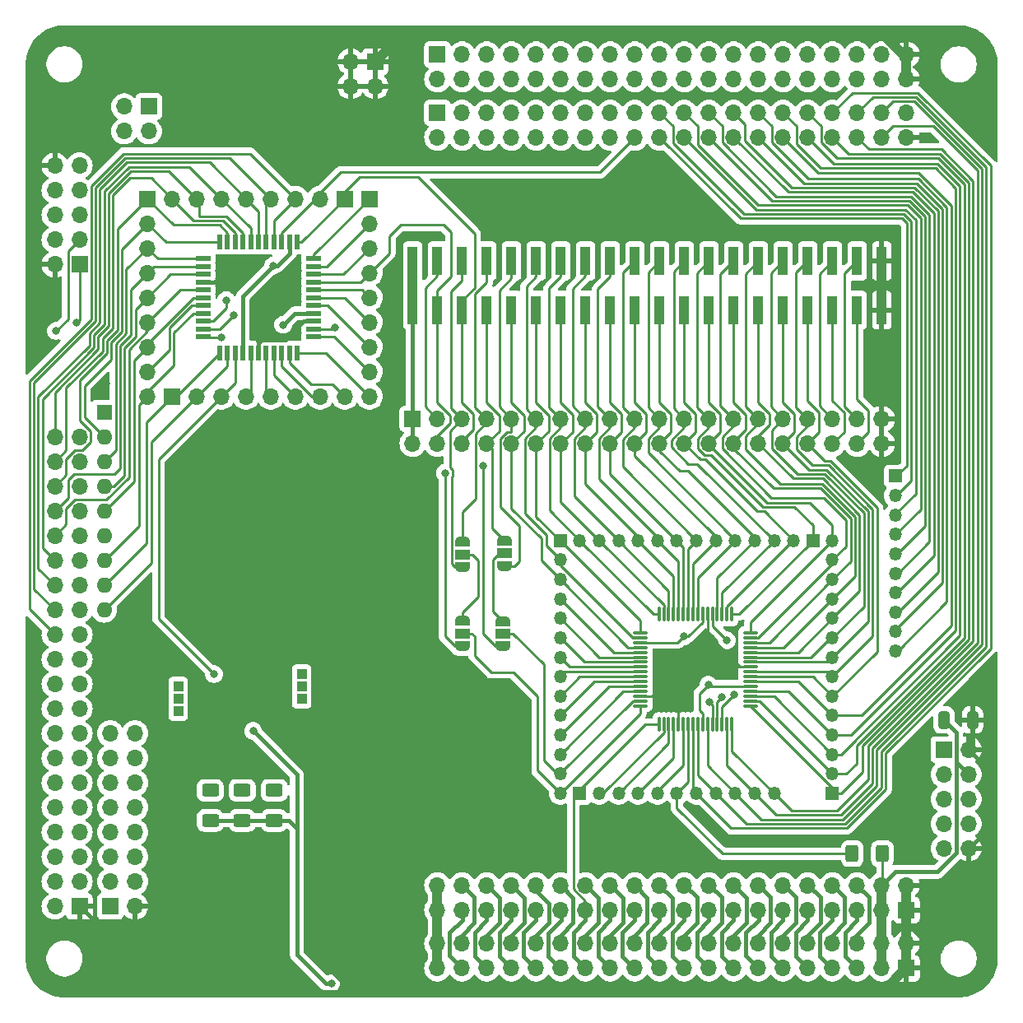
<source format=gbr>
%TF.GenerationSoftware,KiCad,Pcbnew,8.0.7-8.0.7-0~ubuntu22.04.1*%
%TF.CreationDate,2024-12-21T14:21:33+01:00*%
%TF.ProjectId,MMU_v1,4d4d555f-7631-42e6-9b69-6361645f7063,rev?*%
%TF.SameCoordinates,Original*%
%TF.FileFunction,Copper,L1,Top*%
%TF.FilePolarity,Positive*%
%FSLAX46Y46*%
G04 Gerber Fmt 4.6, Leading zero omitted, Abs format (unit mm)*
G04 Created by KiCad (PCBNEW 8.0.7-8.0.7-0~ubuntu22.04.1) date 2024-12-21 14:21:33*
%MOMM*%
%LPD*%
G01*
G04 APERTURE LIST*
G04 Aperture macros list*
%AMRoundRect*
0 Rectangle with rounded corners*
0 $1 Rounding radius*
0 $2 $3 $4 $5 $6 $7 $8 $9 X,Y pos of 4 corners*
0 Add a 4 corners polygon primitive as box body*
4,1,4,$2,$3,$4,$5,$6,$7,$8,$9,$2,$3,0*
0 Add four circle primitives for the rounded corners*
1,1,$1+$1,$2,$3*
1,1,$1+$1,$4,$5*
1,1,$1+$1,$6,$7*
1,1,$1+$1,$8,$9*
0 Add four rect primitives between the rounded corners*
20,1,$1+$1,$2,$3,$4,$5,0*
20,1,$1+$1,$4,$5,$6,$7,0*
20,1,$1+$1,$6,$7,$8,$9,0*
20,1,$1+$1,$8,$9,$2,$3,0*%
%AMFreePoly0*
4,1,19,0.550000,-0.750000,0.000000,-0.750000,0.000000,-0.744911,-0.071157,-0.744911,-0.207708,-0.704816,-0.327430,-0.627875,-0.420627,-0.520320,-0.479746,-0.390866,-0.500000,-0.250000,-0.500000,0.250000,-0.479746,0.390866,-0.420627,0.520320,-0.327430,0.627875,-0.207708,0.704816,-0.071157,0.744911,0.000000,0.744911,0.000000,0.750000,0.550000,0.750000,0.550000,-0.750000,0.550000,-0.750000,
$1*%
%AMFreePoly1*
4,1,19,0.000000,0.744911,0.071157,0.744911,0.207708,0.704816,0.327430,0.627875,0.420627,0.520320,0.479746,0.390866,0.500000,0.250000,0.500000,-0.250000,0.479746,-0.390866,0.420627,-0.520320,0.327430,-0.627875,0.207708,-0.704816,0.071157,-0.744911,0.000000,-0.744911,0.000000,-0.750000,-0.550000,-0.750000,-0.550000,0.750000,0.000000,0.750000,0.000000,0.744911,0.000000,0.744911,
$1*%
G04 Aperture macros list end*
%TA.AperFunction,ComponentPad*%
%ADD10R,1.000000X1.000000*%
%TD*%
%TA.AperFunction,ComponentPad*%
%ADD11R,1.700000X1.700000*%
%TD*%
%TA.AperFunction,ComponentPad*%
%ADD12O,1.700000X1.700000*%
%TD*%
%TA.AperFunction,SMDPad,CuDef*%
%ADD13FreePoly0,90.000000*%
%TD*%
%TA.AperFunction,SMDPad,CuDef*%
%ADD14R,1.500000X1.000000*%
%TD*%
%TA.AperFunction,SMDPad,CuDef*%
%ADD15FreePoly1,90.000000*%
%TD*%
%TA.AperFunction,ComponentPad*%
%ADD16R,1.350000X1.350000*%
%TD*%
%TA.AperFunction,ComponentPad*%
%ADD17O,1.350000X1.350000*%
%TD*%
%TA.AperFunction,SMDPad,CuDef*%
%ADD18RoundRect,0.250000X0.625000X-0.400000X0.625000X0.400000X-0.625000X0.400000X-0.625000X-0.400000X0*%
%TD*%
%TA.AperFunction,SMDPad,CuDef*%
%ADD19RoundRect,0.250000X-0.325000X-0.650000X0.325000X-0.650000X0.325000X0.650000X-0.325000X0.650000X0*%
%TD*%
%TA.AperFunction,SMDPad,CuDef*%
%ADD20FreePoly0,270.000000*%
%TD*%
%TA.AperFunction,SMDPad,CuDef*%
%ADD21FreePoly1,270.000000*%
%TD*%
%TA.AperFunction,SMDPad,CuDef*%
%ADD22RoundRect,0.250000X0.400000X0.625000X-0.400000X0.625000X-0.400000X-0.625000X0.400000X-0.625000X0*%
%TD*%
%TA.AperFunction,SMDPad,CuDef*%
%ADD23R,1.000000X3.000000*%
%TD*%
%TA.AperFunction,ComponentPad*%
%ADD24R,1.600000X1.600000*%
%TD*%
%TA.AperFunction,ComponentPad*%
%ADD25O,1.600000X1.600000*%
%TD*%
%TA.AperFunction,SMDPad,CuDef*%
%ADD26RoundRect,0.075000X-0.662500X-0.075000X0.662500X-0.075000X0.662500X0.075000X-0.662500X0.075000X0*%
%TD*%
%TA.AperFunction,SMDPad,CuDef*%
%ADD27RoundRect,0.075000X-0.075000X-0.662500X0.075000X-0.662500X0.075000X0.662500X-0.075000X0.662500X0*%
%TD*%
%TA.AperFunction,SMDPad,CuDef*%
%ADD28R,1.500000X0.550000*%
%TD*%
%TA.AperFunction,SMDPad,CuDef*%
%ADD29R,0.550000X1.500000*%
%TD*%
%TA.AperFunction,ViaPad*%
%ADD30C,0.800000*%
%TD*%
%TA.AperFunction,Conductor*%
%ADD31C,0.400000*%
%TD*%
%TA.AperFunction,Conductor*%
%ADD32C,1.000000*%
%TD*%
%TA.AperFunction,Conductor*%
%ADD33C,0.250000*%
%TD*%
G04 APERTURE END LIST*
D10*
%TO.P,J19,1,Pin_1*%
%TO.N,Net-(J19-Pin_1)*%
X65700000Y-120561000D03*
%TD*%
D11*
%TO.P,J30,1,Pin_1*%
%TO.N,+5V*%
X62672000Y-58351000D03*
D12*
%TO.P,J30,2,Pin_2*%
X60132000Y-58351000D03*
%TO.P,J30,3,Pin_3*%
X62672000Y-60891000D03*
%TO.P,J30,4,Pin_4*%
X60132000Y-60891000D03*
%TD*%
D13*
%TO.P,JP2,1,A*%
%TO.N,/~{IORDx}*%
X94910000Y-105738154D03*
D14*
%TO.P,JP2,2,C*%
%TO.N,Net-(JP1-A)*%
X94910000Y-104438154D03*
D15*
%TO.P,JP2,3,B*%
%TO.N,/~{MRDx}*%
X94910000Y-103138154D03*
%TD*%
D11*
%TO.P,J27,1,Pin_1*%
%TO.N,+5V*%
X92367000Y-59000000D03*
D12*
%TO.P,J27,2,Pin_2*%
X92367000Y-61540000D03*
%TO.P,J27,3,Pin_3*%
%TO.N,/PHI1_e*%
X94907000Y-59000000D03*
%TO.P,J27,4,Pin_4*%
%TO.N,/PHI2_e*%
X94907000Y-61540000D03*
%TO.P,J27,5,Pin_5*%
%TO.N,/~{IORD}*%
X97447000Y-59000000D03*
%TO.P,J27,6,Pin_6*%
%TO.N,/R{slash}~{W}_e*%
X97447000Y-61540000D03*
%TO.P,J27,7,Pin_7*%
%TO.N,/~{MRD}*%
X99987000Y-59000000D03*
%TO.P,J27,8,Pin_8*%
%TO.N,/~{MWR}*%
X99987000Y-61540000D03*
%TO.P,J27,9,Pin_9*%
%TO.N,/~{IOWR}*%
X102527000Y-59000000D03*
%TO.P,J27,10,Pin_10*%
%TO.N,/DB0*%
X102527000Y-61540000D03*
%TO.P,J27,11,Pin_11*%
%TO.N,/DB1*%
X105067000Y-59000000D03*
%TO.P,J27,12,Pin_12*%
%TO.N,/DB2*%
X105067000Y-61540000D03*
%TO.P,J27,13,Pin_13*%
%TO.N,/DB3*%
X107607000Y-59000000D03*
%TO.P,J27,14,Pin_14*%
%TO.N,/DB4*%
X107607000Y-61540000D03*
%TO.P,J27,15,Pin_15*%
%TO.N,/DB5*%
X110147000Y-59000000D03*
%TO.P,J27,16,Pin_16*%
%TO.N,/DB6*%
X110147000Y-61540000D03*
%TO.P,J27,17,Pin_17*%
%TO.N,/DB7*%
X112687000Y-59000000D03*
%TO.P,J27,18,Pin_18*%
%TO.N,/CP36*%
X112687000Y-61540000D03*
%TO.P,J27,19,Pin_19*%
%TO.N,/A0*%
X115227000Y-59000000D03*
%TO.P,J27,20,Pin_20*%
%TO.N,/A1*%
X115227000Y-61540000D03*
%TO.P,J27,21,Pin_21*%
%TO.N,/A2*%
X117767000Y-59000000D03*
%TO.P,J27,22,Pin_22*%
%TO.N,/A3*%
X117767000Y-61540000D03*
%TO.P,J27,23,Pin_23*%
%TO.N,/A4*%
X120307000Y-59000000D03*
%TO.P,J27,24,Pin_24*%
%TO.N,/A5*%
X120307000Y-61540000D03*
%TO.P,J27,25,Pin_25*%
%TO.N,/A6*%
X122847000Y-59000000D03*
%TO.P,J27,26,Pin_26*%
%TO.N,/A7*%
X122847000Y-61540000D03*
%TO.P,J27,27,Pin_27*%
%TO.N,/A8*%
X125387000Y-59000000D03*
%TO.P,J27,28,Pin_28*%
%TO.N,/A9*%
X125387000Y-61540000D03*
%TO.P,J27,29,Pin_29*%
%TO.N,/A10*%
X127927000Y-59000000D03*
%TO.P,J27,30,Pin_30*%
%TO.N,/A11*%
X127927000Y-61540000D03*
%TO.P,J27,31,Pin_31*%
%TO.N,/A12*%
X130467000Y-59000000D03*
%TO.P,J27,32,Pin_32*%
%TO.N,/A13*%
X130467000Y-61540000D03*
%TO.P,J27,33,Pin_33*%
%TO.N,/A14*%
X133007000Y-59000000D03*
%TO.P,J27,34,Pin_34*%
%TO.N,/A15*%
X133007000Y-61540000D03*
%TO.P,J27,35,Pin_35*%
%TO.N,/A16*%
X135547000Y-59000000D03*
%TO.P,J27,36,Pin_36*%
%TO.N,/A17*%
X135547000Y-61540000D03*
%TO.P,J27,37,Pin_37*%
%TO.N,/A18*%
X138087000Y-59000000D03*
%TO.P,J27,38,Pin_38*%
%TO.N,/A19*%
X138087000Y-61540000D03*
%TO.P,J27,39,Pin_39*%
%TO.N,GND*%
X140627000Y-59000000D03*
%TO.P,J27,40,Pin_40*%
X140627000Y-61540000D03*
%TD*%
D16*
%TO.P,J15,1,Pin_1*%
%TO.N,/CD2*%
X105000000Y-103000000D03*
D17*
%TO.P,J15,2,Pin_2*%
%TO.N,/CD1*%
X105000000Y-105000000D03*
%TO.P,J15,3,Pin_3*%
%TO.N,/CD0*%
X105000000Y-107000000D03*
%TO.P,J15,4,Pin_4*%
%TO.N,/CP33*%
X105000000Y-109000000D03*
%TO.P,J15,5,Pin_5*%
%TO.N,/CP32*%
X105000000Y-111000000D03*
%TO.P,J15,6,Pin_6*%
%TO.N,/CP31*%
X105000000Y-113000000D03*
%TO.P,J15,7,Pin_7*%
%TO.N,/CP37*%
X105000000Y-115000000D03*
%TO.P,J15,8,Pin_8*%
%TO.N,/P9*%
X105000000Y-117000000D03*
%TO.P,J15,9,Pin_9*%
%TO.N,/A1*%
X105000000Y-119000000D03*
%TO.P,J15,10,Pin_10*%
%TO.N,/A3*%
X105000000Y-121000000D03*
%TO.P,J15,11,Pin_11*%
%TO.N,/A2*%
X105000000Y-123000000D03*
%TO.P,J15,12,Pin_12*%
%TO.N,/A4*%
X105000000Y-125000000D03*
%TO.P,J15,13,Pin_13*%
%TO.N,/P15*%
X105000000Y-127000000D03*
%TO.P,J15,14,Pin_14*%
%TO.N,/P16*%
X105000000Y-129000000D03*
%TD*%
D11*
%TO.P,J1,1,Pin_1*%
%TO.N,+5V*%
X92367000Y-53000000D03*
D12*
%TO.P,J1,2,Pin_2*%
X92367000Y-55540000D03*
%TO.P,J1,3,Pin_3*%
%TO.N,/PHI1_e*%
X94907000Y-53000000D03*
%TO.P,J1,4,Pin_4*%
%TO.N,/PHI2_e*%
X94907000Y-55540000D03*
%TO.P,J1,5,Pin_5*%
%TO.N,/~{IORD}*%
X97447000Y-53000000D03*
%TO.P,J1,6,Pin_6*%
%TO.N,/R{slash}~{W}_e*%
X97447000Y-55540000D03*
%TO.P,J1,7,Pin_7*%
%TO.N,/~{MRD}*%
X99987000Y-53000000D03*
%TO.P,J1,8,Pin_8*%
%TO.N,/~{MWR}*%
X99987000Y-55540000D03*
%TO.P,J1,9,Pin_9*%
%TO.N,/~{IOWR}*%
X102527000Y-53000000D03*
%TO.P,J1,10,Pin_10*%
%TO.N,/DB0*%
X102527000Y-55540000D03*
%TO.P,J1,11,Pin_11*%
%TO.N,/DB1*%
X105067000Y-53000000D03*
%TO.P,J1,12,Pin_12*%
%TO.N,/DB2*%
X105067000Y-55540000D03*
%TO.P,J1,13,Pin_13*%
%TO.N,/DB3*%
X107607000Y-53000000D03*
%TO.P,J1,14,Pin_14*%
%TO.N,/DB4*%
X107607000Y-55540000D03*
%TO.P,J1,15,Pin_15*%
%TO.N,/DB5*%
X110147000Y-53000000D03*
%TO.P,J1,16,Pin_16*%
%TO.N,/DB6*%
X110147000Y-55540000D03*
%TO.P,J1,17,Pin_17*%
%TO.N,/DB7*%
X112687000Y-53000000D03*
%TO.P,J1,18,Pin_18*%
%TO.N,/CP36*%
X112687000Y-55540000D03*
%TO.P,J1,19,Pin_19*%
%TO.N,/A0*%
X115227000Y-53000000D03*
%TO.P,J1,20,Pin_20*%
%TO.N,/A1*%
X115227000Y-55540000D03*
%TO.P,J1,21,Pin_21*%
%TO.N,/A2*%
X117767000Y-53000000D03*
%TO.P,J1,22,Pin_22*%
%TO.N,/A3*%
X117767000Y-55540000D03*
%TO.P,J1,23,Pin_23*%
%TO.N,/A4*%
X120307000Y-53000000D03*
%TO.P,J1,24,Pin_24*%
%TO.N,/A5*%
X120307000Y-55540000D03*
%TO.P,J1,25,Pin_25*%
%TO.N,/A6*%
X122847000Y-53000000D03*
%TO.P,J1,26,Pin_26*%
%TO.N,/A7*%
X122847000Y-55540000D03*
%TO.P,J1,27,Pin_27*%
%TO.N,/A8*%
X125387000Y-53000000D03*
%TO.P,J1,28,Pin_28*%
%TO.N,/A9*%
X125387000Y-55540000D03*
%TO.P,J1,29,Pin_29*%
%TO.N,/A10*%
X127927000Y-53000000D03*
%TO.P,J1,30,Pin_30*%
%TO.N,/A11*%
X127927000Y-55540000D03*
%TO.P,J1,31,Pin_31*%
%TO.N,/A12*%
X130467000Y-53000000D03*
%TO.P,J1,32,Pin_32*%
%TO.N,/A13*%
X130467000Y-55540000D03*
%TO.P,J1,33,Pin_33*%
%TO.N,/A14*%
X133007000Y-53000000D03*
%TO.P,J1,34,Pin_34*%
%TO.N,/A15*%
X133007000Y-55540000D03*
%TO.P,J1,35,Pin_35*%
%TO.N,/A16*%
X135547000Y-53000000D03*
%TO.P,J1,36,Pin_36*%
%TO.N,/A17*%
X135547000Y-55540000D03*
%TO.P,J1,37,Pin_37*%
%TO.N,/A18*%
X138087000Y-53000000D03*
%TO.P,J1,38,Pin_38*%
%TO.N,/A19*%
X138087000Y-55540000D03*
%TO.P,J1,39,Pin_39*%
%TO.N,GND*%
X140627000Y-53000000D03*
%TO.P,J1,40,Pin_40*%
X140627000Y-55540000D03*
%TD*%
D18*
%TO.P,R4,1*%
%TO.N,+3V3*%
X75582000Y-131789000D03*
%TO.P,R4,2*%
%TO.N,/P19*%
X75582000Y-128689000D03*
%TD*%
D16*
%TO.P,J17,1,Pin_1*%
%TO.N,/CLKF*%
X107000000Y-129000000D03*
D17*
%TO.P,J17,2,Pin_2*%
%TO.N,/P18*%
X109000000Y-129000000D03*
%TO.P,J17,3,Pin_3*%
%TO.N,/P19*%
X111000000Y-129000000D03*
%TO.P,J17,4,Pin_4*%
%TO.N,/P20*%
X113000000Y-129000000D03*
%TO.P,J17,5,Pin_5*%
%TO.N,/P22*%
X115000000Y-129000000D03*
%TO.P,J17,6,Pin_6*%
%TO.N,/P23*%
X117000000Y-129000000D03*
%TO.P,J17,7,Pin_7*%
%TO.N,/A14*%
X119000000Y-129000000D03*
%TO.P,J17,8,Pin_8*%
%TO.N,/A16*%
X121000000Y-129000000D03*
%TO.P,J17,9,Pin_9*%
%TO.N,/A18*%
X123000000Y-129000000D03*
%TO.P,J17,10,Pin_10*%
%TO.N,/A19*%
X125000000Y-129000000D03*
%TO.P,J17,11,Pin_11*%
%TO.N,/A17*%
X127000000Y-129000000D03*
%TD*%
D11*
%TO.P,J4,1,Pin_1*%
%TO.N,GND*%
X140627000Y-141000000D03*
D12*
%TO.P,J4,2,Pin_2*%
X140627000Y-138460000D03*
%TO.P,J4,3,Pin_3*%
%TO.N,+3V3*%
X138087000Y-141000000D03*
%TO.P,J4,4,Pin_4*%
X138087000Y-138460000D03*
%TO.P,J4,5,Pin_5*%
%TO.N,/Bus/~{CE_EXT1}*%
X135547000Y-141000000D03*
%TO.P,J4,6,Pin_6*%
%TO.N,/Bus/~{CE_EXT0}*%
X135547000Y-138460000D03*
%TO.P,J4,7,Pin_7*%
%TO.N,/Bus/~{CE_EXT3}*%
X133007000Y-141000000D03*
%TO.P,J4,8,Pin_8*%
%TO.N,/Bus/~{CE_EXT2}*%
X133007000Y-138460000D03*
%TO.P,J4,9,Pin_9*%
%TO.N,/Bus/~{CE_EXT5}*%
X130467000Y-141000000D03*
%TO.P,J4,10,Pin_10*%
%TO.N,/Bus/~{CE_EXT4}*%
X130467000Y-138460000D03*
%TO.P,J4,11,Pin_11*%
%TO.N,/Bus/~{CE_EXT7}*%
X127927000Y-141000000D03*
%TO.P,J4,12,Pin_12*%
%TO.N,/Bus/~{CE_EXT6}*%
X127927000Y-138460000D03*
%TO.P,J4,13,Pin_13*%
%TO.N,/Bus/~{CE_EXT9}*%
X125387000Y-141000000D03*
%TO.P,J4,14,Pin_14*%
%TO.N,/Bus/~{CE_EXT8}*%
X125387000Y-138460000D03*
%TO.P,J4,15,Pin_15*%
%TO.N,/Bus/~{CE_EXT11}*%
X122847000Y-141000000D03*
%TO.P,J4,16,Pin_16*%
%TO.N,/Bus/~{CE_EXT10}*%
X122847000Y-138460000D03*
%TO.P,J4,17,Pin_17*%
%TO.N,/Bus/~{CE_EXT13}*%
X120307000Y-141000000D03*
%TO.P,J4,18,Pin_18*%
%TO.N,/Bus/~{CE_EXT12}*%
X120307000Y-138460000D03*
%TO.P,J4,19,Pin_19*%
%TO.N,/RES4*%
X117767000Y-141000000D03*
%TO.P,J4,20,Pin_20*%
%TO.N,/RES5*%
X117767000Y-138460000D03*
%TO.P,J4,21,Pin_21*%
%TO.N,/RES2*%
X115227000Y-141000000D03*
%TO.P,J4,22,Pin_22*%
%TO.N,/RES3*%
X115227000Y-138460000D03*
%TO.P,J4,23,Pin_23*%
%TO.N,/RES0*%
X112687000Y-141000000D03*
%TO.P,J4,24,Pin_24*%
%TO.N,/RES1*%
X112687000Y-138460000D03*
%TO.P,J4,25,Pin_25*%
%TO.N,/CLK1*%
X110147000Y-141000000D03*
%TO.P,J4,26,Pin_26*%
%TO.N,/~{BUSFREE}*%
X110147000Y-138460000D03*
%TO.P,J4,27,Pin_27*%
%TO.N,/CLKF*%
X107607000Y-141000000D03*
%TO.P,J4,28,Pin_28*%
%TO.N,/CLKS*%
X107607000Y-138460000D03*
%TO.P,J4,29,Pin_29*%
%TO.N,/~{PH0}*%
X105067000Y-141000000D03*
%TO.P,J4,30,Pin_30*%
%TO.N,/PH0*%
X105067000Y-138460000D03*
%TO.P,J4,31,Pin_31*%
%TO.N,/SDA*%
X102527000Y-141000000D03*
%TO.P,J4,32,Pin_32*%
%TO.N,/SCL*%
X102527000Y-138460000D03*
%TO.P,J4,33,Pin_33*%
%TO.N,/TX1*%
X99987000Y-141000000D03*
%TO.P,J4,34,Pin_34*%
%TO.N,/RX1*%
X99987000Y-138460000D03*
%TO.P,J4,35,Pin_35*%
%TO.N,/TX0*%
X97447000Y-141000000D03*
%TO.P,J4,36,Pin_36*%
%TO.N,/RX0*%
X97447000Y-138460000D03*
%TO.P,J4,37,Pin_37*%
%TO.N,/TXSTM*%
X94907000Y-141000000D03*
%TO.P,J4,38,Pin_38*%
%TO.N,/RXSTM*%
X94907000Y-138460000D03*
%TO.P,J4,39,Pin_39*%
%TO.N,+5VA*%
X92367000Y-141000000D03*
%TO.P,J4,40,Pin_40*%
X92367000Y-138460000D03*
%TD*%
D11*
%TO.P,J31,1,Pin_1*%
%TO.N,GND*%
X85979000Y-53721000D03*
D12*
%TO.P,J31,2,Pin_2*%
X83439000Y-53721000D03*
%TO.P,J31,3,Pin_3*%
X85979000Y-56261000D03*
%TO.P,J31,4,Pin_4*%
X83439000Y-56261000D03*
%TD*%
D19*
%TO.P,C8,1*%
%TO.N,+3V3*%
X144471600Y-121462800D03*
%TO.P,C8,2*%
%TO.N,GND*%
X147421600Y-121462800D03*
%TD*%
D20*
%TO.P,JP4,1,A*%
%TO.N,Net-(JP3-C)*%
X99101000Y-111290000D03*
D14*
%TO.P,JP4,2,C*%
%TO.N,/P15*%
X99101000Y-112590000D03*
D21*
%TO.P,JP4,3,B*%
%TO.N,/CP30*%
X99101000Y-113890000D03*
%TD*%
D10*
%TO.P,J32,1,Pin_1*%
%TO.N,Net-(J32-Pin_1)*%
X78400000Y-119291000D03*
%TD*%
D16*
%TO.P,J18,1,Pin_1*%
%TO.N,/CA6*%
X131000000Y-103000000D03*
D17*
%TO.P,J18,2,Pin_2*%
%TO.N,/CA5*%
X129000000Y-103000000D03*
%TO.P,J18,3,Pin_3*%
%TO.N,/CA4*%
X127000000Y-103000000D03*
%TO.P,J18,4,Pin_4*%
%TO.N,/CA3*%
X125000000Y-103000000D03*
%TO.P,J18,5,Pin_5*%
%TO.N,/CA2*%
X123000000Y-103000000D03*
%TO.P,J18,6,Pin_6*%
%TO.N,/CA1*%
X121000000Y-103000000D03*
%TO.P,J18,7,Pin_7*%
%TO.N,/CA0*%
X119000000Y-103000000D03*
%TO.P,J18,8,Pin_8*%
%TO.N,/CP36*%
X117000000Y-103000000D03*
%TO.P,J18,9,Pin_9*%
%TO.N,/CD7*%
X115000000Y-103000000D03*
%TO.P,J18,10,Pin_10*%
%TO.N,/CD6*%
X113000000Y-103000000D03*
%TO.P,J18,11,Pin_11*%
%TO.N,/CD5*%
X111000000Y-103000000D03*
%TO.P,J18,12,Pin_12*%
%TO.N,/CD4*%
X109000000Y-103000000D03*
%TO.P,J18,13,Pin_13*%
%TO.N,/CD3*%
X107000000Y-103000000D03*
%TD*%
D11*
%TO.P,J22,1,Pin_1*%
%TO.N,/TCK*%
X144460000Y-124500000D03*
D12*
%TO.P,J22,2,Pin_2*%
%TO.N,GND*%
X147000000Y-124500000D03*
%TO.P,J22,3,Pin_3*%
%TO.N,/TDO*%
X144460000Y-127040000D03*
%TO.P,J22,4,Pin_4*%
%TO.N,+3V3*%
X147000000Y-127040000D03*
%TO.P,J22,5,Pin_5*%
%TO.N,/TMS*%
X144460000Y-129580000D03*
%TO.P,J22,6,Pin_6*%
%TO.N,unconnected-(J22-Pin_6-Pad6)*%
X147000000Y-129580000D03*
%TO.P,J22,7,Pin_7*%
%TO.N,unconnected-(J22-Pin_7-Pad7)*%
X144460000Y-132120000D03*
%TO.P,J22,8,Pin_8*%
%TO.N,unconnected-(J22-Pin_8-Pad8)*%
X147000000Y-132120000D03*
%TO.P,J22,9,Pin_9*%
%TO.N,/TDI*%
X144460000Y-134660000D03*
%TO.P,J22,10,Pin_10*%
%TO.N,GND*%
X147000000Y-134660000D03*
%TD*%
D16*
%TO.P,J20,1,Pin_1*%
%TO.N,/A1*%
X139487000Y-96370000D03*
D17*
%TO.P,J20,2,Pin_2*%
%TO.N,/A0*%
X139487000Y-98370000D03*
%TO.P,J20,3,Pin_3*%
%TO.N,/A3*%
X139487000Y-100370000D03*
%TO.P,J20,4,Pin_4*%
%TO.N,/A2*%
X139487000Y-102370000D03*
%TO.P,J20,5,Pin_5*%
%TO.N,/A5*%
X139487000Y-104370000D03*
%TO.P,J20,6,Pin_6*%
%TO.N,/A4*%
X139487000Y-106370000D03*
%TO.P,J20,7,Pin_7*%
%TO.N,/A7*%
X139487000Y-108370000D03*
%TO.P,J20,8,Pin_8*%
%TO.N,/A6*%
X139487000Y-110370000D03*
%TO.P,J20,9,Pin_9*%
%TO.N,/A9*%
X139487000Y-112370000D03*
%TO.P,J20,10,Pin_10*%
%TO.N,/A8*%
X139487000Y-114370000D03*
%TD*%
D13*
%TO.P,JP3,1,A*%
%TO.N,/~{IOWRx}*%
X99228000Y-105605000D03*
D14*
%TO.P,JP3,2,C*%
%TO.N,Net-(JP3-C)*%
X99228000Y-104305000D03*
D15*
%TO.P,JP3,3,B*%
%TO.N,/~{MWRx}*%
X99228000Y-103005000D03*
%TD*%
D11*
%TO.P,J26,1,Pin_1*%
%TO.N,/CP12*%
X65065000Y-88176000D03*
D12*
%TO.P,J26,2,Pin_2*%
%TO.N,/CP13*%
X67605000Y-88176000D03*
%TO.P,J26,3,Pin_3*%
%TO.N,/CP14*%
X70145000Y-88176000D03*
%TO.P,J26,4,Pin_4*%
%TO.N,/CP16*%
X72685000Y-88176000D03*
%TO.P,J26,5,Pin_5*%
%TO.N,/CP18*%
X75225000Y-88176000D03*
%TO.P,J26,6,Pin_6*%
%TO.N,/CP19*%
X77765000Y-88176000D03*
%TO.P,J26,7,Pin_7*%
%TO.N,/CP20*%
X80305000Y-88176000D03*
%TO.P,J26,8,Pin_8*%
%TO.N,/CP21*%
X82845000Y-88176000D03*
%TD*%
D11*
%TO.P,J25,1,Pin_1*%
%TO.N,/TCK2*%
X55540000Y-74587000D03*
D12*
%TO.P,J25,2,Pin_2*%
%TO.N,GND*%
X53000000Y-74587000D03*
%TO.P,J25,3,Pin_3*%
%TO.N,/TDO2*%
X55540000Y-72047000D03*
%TO.P,J25,4,Pin_4*%
%TO.N,+3V3*%
X53000000Y-72047000D03*
%TO.P,J25,5,Pin_5*%
%TO.N,/TMS2*%
X55540000Y-69507000D03*
%TO.P,J25,6,Pin_6*%
%TO.N,unconnected-(J25-Pin_6-Pad6)*%
X53000000Y-69507000D03*
%TO.P,J25,7,Pin_7*%
%TO.N,unconnected-(J25-Pin_7-Pad7)*%
X55540000Y-66967000D03*
%TO.P,J25,8,Pin_8*%
%TO.N,unconnected-(J25-Pin_8-Pad8)*%
X53000000Y-66967000D03*
%TO.P,J25,9,Pin_9*%
%TO.N,/TDI2*%
X55540000Y-64427000D03*
%TO.P,J25,10,Pin_10*%
%TO.N,GND*%
X53000000Y-64427000D03*
%TD*%
D18*
%TO.P,R3,1*%
%TO.N,+3V3*%
X72292000Y-131789000D03*
%TO.P,R3,2*%
%TO.N,/P20*%
X72292000Y-128689000D03*
%TD*%
D20*
%TO.P,JP1,1,A*%
%TO.N,Net-(JP1-A)*%
X94910000Y-111266154D03*
D14*
%TO.P,JP1,2,C*%
%TO.N,/P16*%
X94910000Y-112566154D03*
D21*
%TO.P,JP1,3,B*%
%TO.N,/CP34*%
X94910000Y-113866154D03*
%TD*%
D11*
%TO.P,J34,1,Pin_1*%
%TO.N,+5V*%
X58715000Y-140627000D03*
D12*
%TO.P,J34,2,Pin_2*%
%TO.N,GND*%
X61255000Y-140627000D03*
%TO.P,J34,3,Pin_3*%
%TO.N,/PIN4*%
X58715000Y-138087000D03*
%TO.P,J34,4,Pin_4*%
%TO.N,/PIN3*%
X61255000Y-138087000D03*
%TO.P,J34,5,Pin_5*%
%TO.N,/PIN6*%
X58715000Y-135547000D03*
%TO.P,J34,6,Pin_6*%
%TO.N,/PIN5*%
X61255000Y-135547000D03*
%TO.P,J34,7,Pin_7*%
%TO.N,/PIN8*%
X58715000Y-133007000D03*
%TO.P,J34,8,Pin_8*%
%TO.N,/PIN7*%
X61255000Y-133007000D03*
%TO.P,J34,9,Pin_9*%
%TO.N,/PIN10*%
X58715000Y-130467000D03*
%TO.P,J34,10,Pin_10*%
%TO.N,/PIN9*%
X61255000Y-130467000D03*
%TO.P,J34,11,Pin_11*%
%TO.N,/PIN12*%
X58715000Y-127927000D03*
%TO.P,J34,12,Pin_12*%
%TO.N,/PIN11*%
X61255000Y-127927000D03*
%TO.P,J34,13,Pin_13*%
%TO.N,/PIN14*%
X58715000Y-125387000D03*
%TO.P,J34,14,Pin_14*%
%TO.N,/PIN13*%
X61255000Y-125387000D03*
%TO.P,J34,15,Pin_15*%
%TO.N,/PIN16*%
X58715000Y-122847000D03*
%TO.P,J34,16,Pin_16*%
%TO.N,/PIN15*%
X61255000Y-122847000D03*
%TD*%
D11*
%TO.P,J2,1,Pin_1*%
%TO.N,GND*%
X140627000Y-147000000D03*
D12*
%TO.P,J2,2,Pin_2*%
X140627000Y-144460000D03*
%TO.P,J2,3,Pin_3*%
%TO.N,+3V3*%
X138087000Y-147000000D03*
%TO.P,J2,4,Pin_4*%
X138087000Y-144460000D03*
%TO.P,J2,5,Pin_5*%
%TO.N,/Bus/~{CE_EXT1}*%
X135547000Y-147000000D03*
%TO.P,J2,6,Pin_6*%
%TO.N,/Bus/~{CE_EXT0}*%
X135547000Y-144460000D03*
%TO.P,J2,7,Pin_7*%
%TO.N,/Bus/~{CE_EXT3}*%
X133007000Y-147000000D03*
%TO.P,J2,8,Pin_8*%
%TO.N,/Bus/~{CE_EXT2}*%
X133007000Y-144460000D03*
%TO.P,J2,9,Pin_9*%
%TO.N,/Bus/~{CE_EXT5}*%
X130467000Y-147000000D03*
%TO.P,J2,10,Pin_10*%
%TO.N,/Bus/~{CE_EXT4}*%
X130467000Y-144460000D03*
%TO.P,J2,11,Pin_11*%
%TO.N,/Bus/~{CE_EXT7}*%
X127927000Y-147000000D03*
%TO.P,J2,12,Pin_12*%
%TO.N,/Bus/~{CE_EXT6}*%
X127927000Y-144460000D03*
%TO.P,J2,13,Pin_13*%
%TO.N,/Bus/~{CE_EXT9}*%
X125387000Y-147000000D03*
%TO.P,J2,14,Pin_14*%
%TO.N,/Bus/~{CE_EXT8}*%
X125387000Y-144460000D03*
%TO.P,J2,15,Pin_15*%
%TO.N,/Bus/~{CE_EXT11}*%
X122847000Y-147000000D03*
%TO.P,J2,16,Pin_16*%
%TO.N,/Bus/~{CE_EXT10}*%
X122847000Y-144460000D03*
%TO.P,J2,17,Pin_17*%
%TO.N,/Bus/~{CE_EXT13}*%
X120307000Y-147000000D03*
%TO.P,J2,18,Pin_18*%
%TO.N,/Bus/~{CE_EXT12}*%
X120307000Y-144460000D03*
%TO.P,J2,19,Pin_19*%
%TO.N,/RES4*%
X117767000Y-147000000D03*
%TO.P,J2,20,Pin_20*%
%TO.N,/RES5*%
X117767000Y-144460000D03*
%TO.P,J2,21,Pin_21*%
%TO.N,/RES2*%
X115227000Y-147000000D03*
%TO.P,J2,22,Pin_22*%
%TO.N,/RES3*%
X115227000Y-144460000D03*
%TO.P,J2,23,Pin_23*%
%TO.N,/RES0*%
X112687000Y-147000000D03*
%TO.P,J2,24,Pin_24*%
%TO.N,/RES1*%
X112687000Y-144460000D03*
%TO.P,J2,25,Pin_25*%
%TO.N,/CLK1*%
X110147000Y-147000000D03*
%TO.P,J2,26,Pin_26*%
%TO.N,/~{BUSFREE}*%
X110147000Y-144460000D03*
%TO.P,J2,27,Pin_27*%
%TO.N,/CLKF*%
X107607000Y-147000000D03*
%TO.P,J2,28,Pin_28*%
%TO.N,/CLKS*%
X107607000Y-144460000D03*
%TO.P,J2,29,Pin_29*%
%TO.N,/~{PH0}*%
X105067000Y-147000000D03*
%TO.P,J2,30,Pin_30*%
%TO.N,/PH0*%
X105067000Y-144460000D03*
%TO.P,J2,31,Pin_31*%
%TO.N,/SDA*%
X102527000Y-147000000D03*
%TO.P,J2,32,Pin_32*%
%TO.N,/SCL*%
X102527000Y-144460000D03*
%TO.P,J2,33,Pin_33*%
%TO.N,/TX1*%
X99987000Y-147000000D03*
%TO.P,J2,34,Pin_34*%
%TO.N,/RX1*%
X99987000Y-144460000D03*
%TO.P,J2,35,Pin_35*%
%TO.N,/TX0*%
X97447000Y-147000000D03*
%TO.P,J2,36,Pin_36*%
%TO.N,/RX0*%
X97447000Y-144460000D03*
%TO.P,J2,37,Pin_37*%
%TO.N,/TXSTM*%
X94907000Y-147000000D03*
%TO.P,J2,38,Pin_38*%
%TO.N,/RXSTM*%
X94907000Y-144460000D03*
%TO.P,J2,39,Pin_39*%
%TO.N,+5VA*%
X92367000Y-147000000D03*
%TO.P,J2,40,Pin_40*%
X92367000Y-144460000D03*
%TD*%
D10*
%TO.P,J7,1,Pin_1*%
%TO.N,Net-(J7-Pin_1)*%
X65700000Y-119291000D03*
%TD*%
D11*
%TO.P,J28,1,Pin_1*%
%TO.N,GND*%
X55540000Y-140627000D03*
D12*
%TO.P,J28,2,Pin_2*%
%TO.N,+5V*%
X53000000Y-140627000D03*
%TO.P,J28,3,Pin_3*%
%TO.N,/PIN3*%
X55540000Y-138087000D03*
%TO.P,J28,4,Pin_4*%
%TO.N,/PIN4*%
X53000000Y-138087000D03*
%TO.P,J28,5,Pin_5*%
%TO.N,/PIN5*%
X55540000Y-135547000D03*
%TO.P,J28,6,Pin_6*%
%TO.N,/PIN6*%
X53000000Y-135547000D03*
%TO.P,J28,7,Pin_7*%
%TO.N,/PIN7*%
X55540000Y-133007000D03*
%TO.P,J28,8,Pin_8*%
%TO.N,/PIN8*%
X53000000Y-133007000D03*
%TO.P,J28,9,Pin_9*%
%TO.N,/PIN9*%
X55540000Y-130467000D03*
%TO.P,J28,10,Pin_10*%
%TO.N,/PIN10*%
X53000000Y-130467000D03*
%TO.P,J28,11,Pin_11*%
%TO.N,/PIN11*%
X55540000Y-127927000D03*
%TO.P,J28,12,Pin_12*%
%TO.N,/PIN12*%
X53000000Y-127927000D03*
%TO.P,J28,13,Pin_13*%
%TO.N,/PIN13*%
X55540000Y-125387000D03*
%TO.P,J28,14,Pin_14*%
%TO.N,/PIN14*%
X53000000Y-125387000D03*
%TO.P,J28,15,Pin_15*%
%TO.N,/PIN15*%
X55540000Y-122847000D03*
%TO.P,J28,16,Pin_16*%
%TO.N,/PIN16*%
X53000000Y-122847000D03*
%TO.P,J28,17,Pin_17*%
%TO.N,+3V3*%
X55540000Y-120307000D03*
%TO.P,J28,18,Pin_18*%
%TO.N,/P22*%
X53000000Y-120307000D03*
%TO.P,J28,19,Pin_19*%
%TO.N,/P20*%
X55540000Y-117767000D03*
%TO.P,J28,20,Pin_20*%
%TO.N,/P19*%
X53000000Y-117767000D03*
%TO.P,J28,21,Pin_21*%
%TO.N,/P18*%
X55540000Y-115227000D03*
%TO.P,J28,22,Pin_22*%
%TO.N,Net-(J28-Pin_22)*%
X53000000Y-115227000D03*
%TO.P,J28,23,Pin_23*%
%TO.N,Net-(J28-Pin_23)*%
X55540000Y-112687000D03*
%TO.P,J28,24,Pin_24*%
%TO.N,/CP37*%
X53000000Y-112687000D03*
%TO.P,J28,25,Pin_25*%
%TO.N,/CP13*%
X55540000Y-110147000D03*
%TO.P,J28,26,Pin_26*%
%TO.N,/CP38*%
X53000000Y-110147000D03*
%TO.P,J28,27,Pin_27*%
%TO.N,/CP12*%
X55540000Y-107607000D03*
%TO.P,J28,28,Pin_28*%
%TO.N,/CP39*%
X53000000Y-107607000D03*
%TO.P,J28,29,Pin_29*%
%TO.N,/CP8*%
X55540000Y-105067000D03*
%TO.P,J28,30,Pin_30*%
%TO.N,/CP40*%
X53000000Y-105067000D03*
%TO.P,J28,31,Pin_31*%
%TO.N,/CP7*%
X55540000Y-102527000D03*
%TO.P,J28,32,Pin_32*%
%TO.N,/CP5*%
X53000000Y-102527000D03*
%TO.P,J28,33,Pin_33*%
%TO.N,/CP6*%
X55540000Y-99987000D03*
%TO.P,J28,34,Pin_34*%
%TO.N,/CP2*%
X53000000Y-99987000D03*
%TO.P,J28,35,Pin_35*%
%TO.N,/CP3*%
X55540000Y-97447000D03*
%TO.P,J28,36,Pin_36*%
%TO.N,/CP43*%
X53000000Y-97447000D03*
%TO.P,J28,37,Pin_37*%
%TO.N,/CP1*%
X55540000Y-94907000D03*
%TO.P,J28,38,Pin_38*%
%TO.N,/CP42*%
X53000000Y-94907000D03*
%TO.P,J28,39,Pin_39*%
%TO.N,/CP44*%
X55540000Y-92367000D03*
%TO.P,J28,40,Pin_40*%
%TO.N,/CP41*%
X53000000Y-92367000D03*
%TD*%
D11*
%TO.P,J21,1,Pin_1*%
%TO.N,/CP43*%
X62525000Y-67866000D03*
D12*
%TO.P,J21,2,Pin_2*%
%TO.N,/CP44*%
X62525000Y-70406000D03*
%TO.P,J21,3,Pin_3*%
%TO.N,/CP1*%
X62525000Y-72946000D03*
%TO.P,J21,4,Pin_4*%
%TO.N,/CP2*%
X62525000Y-75486000D03*
%TO.P,J21,5,Pin_5*%
%TO.N,/CP3*%
X62525000Y-78026000D03*
%TO.P,J21,6,Pin_6*%
%TO.N,/CP5*%
X62525000Y-80566000D03*
%TO.P,J21,7,Pin_7*%
%TO.N,/CP6*%
X62525000Y-83106000D03*
%TO.P,J21,8,Pin_8*%
%TO.N,/CP7*%
X62525000Y-85646000D03*
%TO.P,J21,9,Pin_9*%
%TO.N,/CP8*%
X62525000Y-88186000D03*
%TD*%
D10*
%TO.P,J33,1,Pin_1*%
%TO.N,Net-(J33-Pin_1)*%
X78400000Y-116751000D03*
%TD*%
D11*
%TO.P,J23,1,Pin_1*%
%TO.N,/CP34*%
X82845000Y-67856000D03*
D12*
%TO.P,J23,2,Pin_2*%
%TO.N,/CP36*%
X80305000Y-67856000D03*
%TO.P,J23,3,Pin_3*%
%TO.N,/CP37*%
X77765000Y-67856000D03*
%TO.P,J23,4,Pin_4*%
%TO.N,/CP38*%
X75225000Y-67856000D03*
%TO.P,J23,5,Pin_5*%
%TO.N,/CP39*%
X72685000Y-67856000D03*
%TO.P,J23,6,Pin_6*%
%TO.N,/CP40*%
X70145000Y-67856000D03*
%TO.P,J23,7,Pin_7*%
%TO.N,/CP41*%
X67605000Y-67856000D03*
%TO.P,J23,8,Pin_8*%
%TO.N,/CP42*%
X65065000Y-67856000D03*
%TD*%
D18*
%TO.P,R2,1*%
%TO.N,+3V3*%
X69002000Y-131789000D03*
%TO.P,R2,2*%
%TO.N,/P22*%
X69002000Y-128689000D03*
%TD*%
D22*
%TO.P,R1,1*%
%TO.N,+3V3*%
X138139000Y-135200000D03*
%TO.P,R1,2*%
%TO.N,/P23*%
X135039000Y-135200000D03*
%TD*%
D23*
%TO.P,J3,1,Pin_1*%
%TO.N,+5V*%
X89827000Y-74240000D03*
%TO.P,J3,2,Pin_2*%
X89827000Y-79280000D03*
%TO.P,J3,3,Pin_3*%
%TO.N,/PH1x*%
X92367000Y-74240000D03*
%TO.P,J3,4,Pin_4*%
%TO.N,/CP30*%
X92367000Y-79280000D03*
%TO.P,J3,5,Pin_5*%
%TO.N,/~{IORDx}*%
X94907000Y-74240000D03*
%TO.P,J3,6,Pin_6*%
%TO.N,/CP34*%
X94907000Y-79280000D03*
%TO.P,J3,7,Pin_7*%
%TO.N,/~{MRDx}*%
X97447000Y-74240000D03*
%TO.P,J3,8,Pin_8*%
%TO.N,/~{MWRx}*%
X97447000Y-79280000D03*
%TO.P,J3,9,Pin_9*%
%TO.N,/~{IOWRx}*%
X99987000Y-74240000D03*
%TO.P,J3,10,Pin_10*%
%TO.N,/CD0*%
X99987000Y-79280000D03*
%TO.P,J3,11,Pin_11*%
%TO.N,/CD1*%
X102527000Y-74240000D03*
%TO.P,J3,12,Pin_12*%
%TO.N,/CD2*%
X102527000Y-79280000D03*
%TO.P,J3,13,Pin_13*%
%TO.N,/CD3*%
X105067000Y-74240000D03*
%TO.P,J3,14,Pin_14*%
%TO.N,/CD4*%
X105067000Y-79280000D03*
%TO.P,J3,15,Pin_15*%
%TO.N,/CD5*%
X107607000Y-74240000D03*
%TO.P,J3,16,Pin_16*%
%TO.N,/CD6*%
X107607000Y-79280000D03*
%TO.P,J3,17,Pin_17*%
%TO.N,/CD7*%
X110147000Y-74240000D03*
%TO.P,J3,18,Pin_18*%
%TO.N,/CP36*%
X110147000Y-79280000D03*
%TO.P,J3,19,Pin_19*%
%TO.N,/CA0*%
X112687000Y-74240000D03*
%TO.P,J3,20,Pin_20*%
%TO.N,/CA1*%
X112687000Y-79280000D03*
%TO.P,J3,21,Pin_21*%
%TO.N,/CA2*%
X115227000Y-74240000D03*
%TO.P,J3,22,Pin_22*%
%TO.N,/CA3*%
X115227000Y-79280000D03*
%TO.P,J3,23,Pin_23*%
%TO.N,/CA4*%
X117767000Y-74240000D03*
%TO.P,J3,24,Pin_24*%
%TO.N,/CA5*%
X117767000Y-79280000D03*
%TO.P,J3,25,Pin_25*%
%TO.N,/CA6*%
X120307000Y-74240000D03*
%TO.P,J3,26,Pin_26*%
%TO.N,/CA7*%
X120307000Y-79280000D03*
%TO.P,J3,27,Pin_27*%
%TO.N,/CA8*%
X122847000Y-74240000D03*
%TO.P,J3,28,Pin_28*%
%TO.N,/CA9*%
X122847000Y-79280000D03*
%TO.P,J3,29,Pin_29*%
%TO.N,/CA10*%
X125387000Y-74240000D03*
%TO.P,J3,30,Pin_30*%
%TO.N,/CA11*%
X125387000Y-79280000D03*
%TO.P,J3,31,Pin_31*%
%TO.N,/CA12*%
X127927000Y-74240000D03*
%TO.P,J3,32,Pin_32*%
%TO.N,/CA13*%
X127927000Y-79280000D03*
%TO.P,J3,33,Pin_33*%
%TO.N,/CA14*%
X130467000Y-74240000D03*
%TO.P,J3,34,Pin_34*%
%TO.N,/CA15*%
X130467000Y-79280000D03*
%TO.P,J3,35,Pin_35*%
%TO.N,/CA16*%
X133007000Y-74240000D03*
%TO.P,J3,36,Pin_36*%
%TO.N,/CA17*%
X133007000Y-79280000D03*
%TO.P,J3,37,Pin_37*%
%TO.N,/CA18*%
X135547000Y-74240000D03*
%TO.P,J3,38,Pin_38*%
%TO.N,/CA19*%
X135547000Y-79280000D03*
%TO.P,J3,39,Pin_39*%
%TO.N,GND*%
X138087000Y-74240000D03*
%TO.P,J3,40,Pin_40*%
X138087000Y-79280000D03*
%TD*%
D24*
%TO.P,RN1,1,common*%
%TO.N,+3V3*%
X58080000Y-89827000D03*
D25*
%TO.P,RN1,2,R1*%
%TO.N,/CP44*%
X58080000Y-92367000D03*
%TO.P,RN1,3,R2*%
%TO.N,/CP1*%
X58080000Y-94907000D03*
%TO.P,RN1,4,R3*%
%TO.N,/CP3*%
X58080000Y-97447000D03*
%TO.P,RN1,5,R4*%
%TO.N,/CP6*%
X58080000Y-99987000D03*
%TO.P,RN1,6,R5*%
%TO.N,/CP7*%
X58080000Y-102527000D03*
%TO.P,RN1,7,R6*%
%TO.N,/CP8*%
X58080000Y-105067000D03*
%TO.P,RN1,8,R7*%
%TO.N,/CP12*%
X58080000Y-107607000D03*
%TO.P,RN1,9,R8*%
%TO.N,/CP13*%
X58080000Y-110147000D03*
%TD*%
D26*
%TO.P,U2,1,P1*%
%TO.N,/CD2*%
X113241663Y-112497654D03*
%TO.P,U2,2,I/O/GTS2*%
%TO.N,/CD1*%
X113241663Y-112997654D03*
%TO.P,U2,3,VCC*%
%TO.N,+3V3*%
X113241663Y-113497654D03*
%TO.P,U2,4,P4*%
%TO.N,/CD0*%
X113241663Y-113997654D03*
%TO.P,U2,5,I/O/GTS1*%
%TO.N,/CP33*%
X113241663Y-114497654D03*
%TO.P,U2,6,P6*%
%TO.N,/CP32*%
X113241663Y-114997654D03*
%TO.P,U2,7,P7*%
%TO.N,/CP31*%
X113241663Y-115497654D03*
%TO.P,U2,8,P8*%
%TO.N,/CP37*%
X113241663Y-115997654D03*
%TO.P,U2,9,P9*%
%TO.N,/P9*%
X113241663Y-116497654D03*
%TO.P,U2,10,P10*%
%TO.N,/A1*%
X113241663Y-116997654D03*
%TO.P,U2,11,P11*%
%TO.N,/A3*%
X113241663Y-117497654D03*
%TO.P,U2,12,P12*%
%TO.N,/A2*%
X113241663Y-117997654D03*
%TO.P,U2,13,P13*%
%TO.N,/A4*%
X113241663Y-118497654D03*
%TO.P,U2,14,GND*%
%TO.N,GND*%
X113241663Y-118997654D03*
%TO.P,U2,15,I/O/GCK1*%
%TO.N,/P15*%
X113241663Y-119497654D03*
%TO.P,U2,16,I/O/GCK2*%
%TO.N,/P16*%
X113241663Y-119997654D03*
D27*
%TO.P,U2,17,I/O/GCK3*%
%TO.N,/CLKF*%
X115154163Y-121910154D03*
%TO.P,U2,18,P18*%
%TO.N,/P18*%
X115654163Y-121910154D03*
%TO.P,U2,19,P19*%
%TO.N,/P19*%
X116154163Y-121910154D03*
%TO.P,U2,20,P20*%
%TO.N,/P20*%
X116654163Y-121910154D03*
%TO.P,U2,21,GND*%
%TO.N,GND*%
X117154163Y-121910154D03*
%TO.P,U2,22,P22*%
%TO.N,/P22*%
X117654163Y-121910154D03*
%TO.P,U2,23,P23*%
%TO.N,/P23*%
X118154163Y-121910154D03*
%TO.P,U2,24,P24*%
%TO.N,/A14*%
X118654163Y-121910154D03*
%TO.P,U2,25,P25*%
%TO.N,/A16*%
X119154163Y-121910154D03*
%TO.P,U2,26,VCCIO*%
%TO.N,+3V3*%
X119654163Y-121910154D03*
%TO.P,U2,27,P27*%
%TO.N,/A18*%
X120154163Y-121910154D03*
%TO.P,U2,28,TDI*%
%TO.N,/TDI*%
X120654163Y-121910154D03*
%TO.P,U2,29,TMS*%
%TO.N,/TMS*%
X121154163Y-121910154D03*
%TO.P,U2,30,TCK*%
%TO.N,/TCK*%
X121654163Y-121910154D03*
%TO.P,U2,31,P31*%
%TO.N,/A19*%
X122154163Y-121910154D03*
%TO.P,U2,32,P32*%
%TO.N,/A17*%
X122654163Y-121910154D03*
D26*
%TO.P,U2,33,P33*%
%TO.N,/A15*%
X124566663Y-119997654D03*
%TO.P,U2,34,P34*%
%TO.N,/A12*%
X124566663Y-119497654D03*
%TO.P,U2,35,P35*%
%TO.N,/A13*%
X124566663Y-118997654D03*
%TO.P,U2,36,P36*%
%TO.N,/A10*%
X124566663Y-118497654D03*
%TO.P,U2,37,VCC*%
%TO.N,+3V3*%
X124566663Y-117997654D03*
%TO.P,U2,38,P38*%
%TO.N,/A11*%
X124566663Y-117497654D03*
%TO.P,U2,39,P39*%
%TO.N,/CA15*%
X124566663Y-116997654D03*
%TO.P,U2,40,P40*%
%TO.N,/CA14*%
X124566663Y-116497654D03*
%TO.P,U2,41,GND*%
%TO.N,GND*%
X124566663Y-115997654D03*
%TO.P,U2,42,P42*%
%TO.N,/CA13*%
X124566663Y-115497654D03*
%TO.P,U2,43,P43*%
%TO.N,/CA12*%
X124566663Y-114997654D03*
%TO.P,U2,44,P44*%
%TO.N,/CA11*%
X124566663Y-114497654D03*
%TO.P,U2,45,P45*%
%TO.N,/CA10*%
X124566663Y-113997654D03*
%TO.P,U2,46,P46*%
%TO.N,/CA9*%
X124566663Y-113497654D03*
%TO.P,U2,47,P47*%
%TO.N,/CA8*%
X124566663Y-112997654D03*
%TO.P,U2,48,P48*%
%TO.N,/CA7*%
X124566663Y-112497654D03*
D27*
%TO.P,U2,49,P49*%
%TO.N,/CA6*%
X122654163Y-110585154D03*
%TO.P,U2,50,P50*%
%TO.N,/CA5*%
X122154163Y-110585154D03*
%TO.P,U2,51,P51*%
%TO.N,/CA4*%
X121654163Y-110585154D03*
%TO.P,U2,52,P52*%
%TO.N,/CA3*%
X121154163Y-110585154D03*
%TO.P,U2,53,TDO*%
%TO.N,/TDO*%
X120654163Y-110585154D03*
%TO.P,U2,54,GND*%
%TO.N,GND*%
X120154163Y-110585154D03*
%TO.P,U2,55,VCCIO*%
%TO.N,+3V3*%
X119654163Y-110585154D03*
%TO.P,U2,56,P56*%
%TO.N,/CA2*%
X119154163Y-110585154D03*
%TO.P,U2,57,P57*%
%TO.N,/CA1*%
X118654163Y-110585154D03*
%TO.P,U2,58,P58*%
%TO.N,/CA0*%
X118154163Y-110585154D03*
%TO.P,U2,59,P59*%
%TO.N,/CP36*%
X117654163Y-110585154D03*
%TO.P,U2,60,P60*%
%TO.N,/CD7*%
X117154163Y-110585154D03*
%TO.P,U2,61,P61*%
%TO.N,/CD6*%
X116654163Y-110585154D03*
%TO.P,U2,62,P62*%
%TO.N,/CD5*%
X116154163Y-110585154D03*
%TO.P,U2,63,P63*%
%TO.N,/CD4*%
X115654163Y-110585154D03*
%TO.P,U2,64,I/O/GSR*%
%TO.N,/CD3*%
X115154163Y-110585154D03*
%TD*%
D28*
%TO.P,U1,1,I/O/GCK3*%
%TO.N,/CP1*%
X68255000Y-74016000D03*
%TO.P,U1,2,M15*%
%TO.N,/CP2*%
X68255000Y-74816000D03*
%TO.P,U1,3,M17*%
%TO.N,/CP3*%
X68255000Y-75616000D03*
%TO.P,U1,4,GND*%
%TO.N,GND*%
X68255000Y-76416000D03*
%TO.P,U1,5,M2*%
%TO.N,/CP5*%
X68255000Y-77216000D03*
%TO.P,U1,6,M5*%
%TO.N,/CP6*%
X68255000Y-78016000D03*
%TO.P,U1,7,M8*%
%TO.N,/CP7*%
X68255000Y-78816000D03*
%TO.P,U1,8,M9*%
%TO.N,/CP8*%
X68255000Y-79616000D03*
%TO.P,U1,9,TDI*%
%TO.N,/TDI2*%
X68255000Y-80416000D03*
%TO.P,U1,10,TMS*%
%TO.N,/TMS2*%
X68255000Y-81216000D03*
%TO.P,U1,11,TCK*%
%TO.N,/TCK2*%
X68255000Y-82016000D03*
D29*
%TO.P,U1,12,M11*%
%TO.N,/CP12*%
X69955000Y-83716000D03*
%TO.P,U1,13,M14*%
%TO.N,/CP13*%
X70755000Y-83716000D03*
%TO.P,U1,14,M15*%
%TO.N,/CP14*%
X71555000Y-83716000D03*
%TO.P,U1,15,VCC*%
%TO.N,+3V3*%
X72355000Y-83716000D03*
%TO.P,U1,16,M17*%
%TO.N,/CP16*%
X73155000Y-83716000D03*
%TO.P,U1,17,GND*%
%TO.N,GND*%
X73955000Y-83716000D03*
%TO.P,U1,18,M16*%
%TO.N,/CP18*%
X74755000Y-83716000D03*
%TO.P,U1,19,M2*%
%TO.N,/CP19*%
X75555000Y-83716000D03*
%TO.P,U1,20,M5*%
%TO.N,/CP20*%
X76355000Y-83716000D03*
%TO.P,U1,21,M8*%
%TO.N,/CP21*%
X77155000Y-83716000D03*
%TO.P,U1,22,M11*%
%TO.N,/CP22*%
X77955000Y-83716000D03*
D28*
%TO.P,U1,23,M14*%
%TO.N,/CP23*%
X79655000Y-82016000D03*
%TO.P,U1,24,TDO*%
%TO.N,/TDO2*%
X79655000Y-81216000D03*
%TO.P,U1,25,GND*%
%TO.N,GND*%
X79655000Y-80416000D03*
%TO.P,U1,26,VCCIO*%
%TO.N,+3V3*%
X79655000Y-79616000D03*
%TO.P,U1,27,M15*%
%TO.N,/CP27*%
X79655000Y-78816000D03*
%TO.P,U1,28,M17*%
%TO.N,/CP28*%
X79655000Y-78016000D03*
%TO.P,U1,29,M2*%
%TO.N,/CP29*%
X79655000Y-77216000D03*
%TO.P,U1,30,M5*%
%TO.N,/CP30*%
X79655000Y-76416000D03*
%TO.P,U1,31,M6*%
%TO.N,/CP31*%
X79655000Y-75616000D03*
%TO.P,U1,32,M8*%
%TO.N,/CP32*%
X79655000Y-74816000D03*
%TO.P,U1,33,I/O/GSR*%
%TO.N,/CP33*%
X79655000Y-74016000D03*
D29*
%TO.P,U1,34,I/O/GTS2*%
%TO.N,/CP34*%
X77955000Y-72316000D03*
%TO.P,U1,35,VCC*%
%TO.N,+3V3*%
X77155000Y-72316000D03*
%TO.P,U1,36,I/O/GTS1*%
%TO.N,/CP36*%
X76355000Y-72316000D03*
%TO.P,U1,37,M15*%
%TO.N,/CP37*%
X75555000Y-72316000D03*
%TO.P,U1,38,M17*%
%TO.N,/CP38*%
X74755000Y-72316000D03*
%TO.P,U1,39,M1*%
%TO.N,/CP39*%
X73955000Y-72316000D03*
%TO.P,U1,40,M5*%
%TO.N,/CP40*%
X73155000Y-72316000D03*
%TO.P,U1,41,M6*%
%TO.N,/CP41*%
X72355000Y-72316000D03*
%TO.P,U1,42,M8*%
%TO.N,/CP42*%
X71555000Y-72316000D03*
%TO.P,U1,43,I/O/GCK1*%
%TO.N,/CP43*%
X70755000Y-72316000D03*
%TO.P,U1,44,I/O/GCK2*%
%TO.N,/CP44*%
X69955000Y-72316000D03*
%TD*%
D10*
%TO.P,J29,1,Pin_1*%
%TO.N,Net-(J29-Pin_1)*%
X78400000Y-118021000D03*
%TD*%
%TO.P,J6,1,Pin_1*%
%TO.N,Net-(J6-Pin_1)*%
X65700000Y-118021000D03*
%TD*%
D11*
%TO.P,J24,1,Pin_1*%
%TO.N,/CP33*%
X85385000Y-67856000D03*
D12*
%TO.P,J24,2,Pin_2*%
%TO.N,/CP32*%
X85385000Y-70396000D03*
%TO.P,J24,3,Pin_3*%
%TO.N,/CP31*%
X85385000Y-72936000D03*
%TO.P,J24,4,Pin_4*%
%TO.N,/CP30*%
X85385000Y-75476000D03*
%TO.P,J24,5,Pin_5*%
%TO.N,/CP29*%
X85385000Y-78016000D03*
%TO.P,J24,6,Pin_6*%
%TO.N,/CP28*%
X85385000Y-80556000D03*
%TO.P,J24,7,Pin_7*%
%TO.N,/CP27*%
X85385000Y-83096000D03*
%TO.P,J24,8,Pin_8*%
%TO.N,/CP23*%
X85385000Y-85636000D03*
%TO.P,J24,9,Pin_9*%
%TO.N,/CP22*%
X85385000Y-88176000D03*
%TD*%
D16*
%TO.P,J16,1,Pin_1*%
%TO.N,/A15*%
X133000000Y-129000000D03*
D17*
%TO.P,J16,2,Pin_2*%
%TO.N,/A12*%
X133000000Y-127000000D03*
%TO.P,J16,3,Pin_3*%
%TO.N,/A13*%
X133000000Y-125000000D03*
%TO.P,J16,4,Pin_4*%
%TO.N,/A10*%
X133000000Y-123000000D03*
%TO.P,J16,5,Pin_5*%
%TO.N,/A11*%
X133000000Y-121000000D03*
%TO.P,J16,6,Pin_6*%
%TO.N,/CA15*%
X133000000Y-119000000D03*
%TO.P,J16,7,Pin_7*%
%TO.N,/CA14*%
X133000000Y-117000000D03*
%TO.P,J16,8,Pin_8*%
%TO.N,/CA13*%
X133000000Y-115000000D03*
%TO.P,J16,9,Pin_9*%
%TO.N,/CA12*%
X133000000Y-113000000D03*
%TO.P,J16,10,Pin_10*%
%TO.N,/CA11*%
X133000000Y-111000000D03*
%TO.P,J16,11,Pin_11*%
%TO.N,/CA10*%
X133000000Y-109000000D03*
%TO.P,J16,12,Pin_12*%
%TO.N,/CA9*%
X133000000Y-107000000D03*
%TO.P,J16,13,Pin_13*%
%TO.N,/CA8*%
X133000000Y-105000000D03*
%TO.P,J16,14,Pin_14*%
%TO.N,/CA7*%
X133000000Y-103000000D03*
%TD*%
D11*
%TO.P,J5,1,Pin_1*%
%TO.N,+5V*%
X89827000Y-90496000D03*
D12*
%TO.P,J5,2,Pin_2*%
X89827000Y-93036000D03*
%TO.P,J5,3,Pin_3*%
%TO.N,/PH1x*%
X92367000Y-90496000D03*
%TO.P,J5,4,Pin_4*%
%TO.N,/CP30*%
X92367000Y-93036000D03*
%TO.P,J5,5,Pin_5*%
%TO.N,/~{IORDx}*%
X94907000Y-90496000D03*
%TO.P,J5,6,Pin_6*%
%TO.N,/CP34*%
X94907000Y-93036000D03*
%TO.P,J5,7,Pin_7*%
%TO.N,/~{MRDx}*%
X97447000Y-90496000D03*
%TO.P,J5,8,Pin_8*%
%TO.N,/~{MWRx}*%
X97447000Y-93036000D03*
%TO.P,J5,9,Pin_9*%
%TO.N,/~{IOWRx}*%
X99987000Y-90496000D03*
%TO.P,J5,10,Pin_10*%
%TO.N,/CD0*%
X99987000Y-93036000D03*
%TO.P,J5,11,Pin_11*%
%TO.N,/CD1*%
X102527000Y-90496000D03*
%TO.P,J5,12,Pin_12*%
%TO.N,/CD2*%
X102527000Y-93036000D03*
%TO.P,J5,13,Pin_13*%
%TO.N,/CD3*%
X105067000Y-90496000D03*
%TO.P,J5,14,Pin_14*%
%TO.N,/CD4*%
X105067000Y-93036000D03*
%TO.P,J5,15,Pin_15*%
%TO.N,/CD5*%
X107607000Y-90496000D03*
%TO.P,J5,16,Pin_16*%
%TO.N,/CD6*%
X107607000Y-93036000D03*
%TO.P,J5,17,Pin_17*%
%TO.N,/CD7*%
X110147000Y-90496000D03*
%TO.P,J5,18,Pin_18*%
%TO.N,/CP36*%
X110147000Y-93036000D03*
%TO.P,J5,19,Pin_19*%
%TO.N,/CA0*%
X112687000Y-90496000D03*
%TO.P,J5,20,Pin_20*%
%TO.N,/CA1*%
X112687000Y-93036000D03*
%TO.P,J5,21,Pin_21*%
%TO.N,/CA2*%
X115227000Y-90496000D03*
%TO.P,J5,22,Pin_22*%
%TO.N,/CA3*%
X115227000Y-93036000D03*
%TO.P,J5,23,Pin_23*%
%TO.N,/CA4*%
X117767000Y-90496000D03*
%TO.P,J5,24,Pin_24*%
%TO.N,/CA5*%
X117767000Y-93036000D03*
%TO.P,J5,25,Pin_25*%
%TO.N,/CA6*%
X120307000Y-90496000D03*
%TO.P,J5,26,Pin_26*%
%TO.N,/CA7*%
X120307000Y-93036000D03*
%TO.P,J5,27,Pin_27*%
%TO.N,/CA8*%
X122847000Y-90496000D03*
%TO.P,J5,28,Pin_28*%
%TO.N,/CA9*%
X122847000Y-93036000D03*
%TO.P,J5,29,Pin_29*%
%TO.N,/CA10*%
X125387000Y-90496000D03*
%TO.P,J5,30,Pin_30*%
%TO.N,/CA11*%
X125387000Y-93036000D03*
%TO.P,J5,31,Pin_31*%
%TO.N,/CA12*%
X127927000Y-90496000D03*
%TO.P,J5,32,Pin_32*%
%TO.N,/CA13*%
X127927000Y-93036000D03*
%TO.P,J5,33,Pin_33*%
%TO.N,/CA14*%
X130467000Y-90496000D03*
%TO.P,J5,34,Pin_34*%
%TO.N,/CA15*%
X130467000Y-93036000D03*
%TO.P,J5,35,Pin_35*%
%TO.N,/CA16*%
X133007000Y-90496000D03*
%TO.P,J5,36,Pin_36*%
%TO.N,/CA17*%
X133007000Y-93036000D03*
%TO.P,J5,37,Pin_37*%
%TO.N,/CA18*%
X135547000Y-90496000D03*
%TO.P,J5,38,Pin_38*%
%TO.N,/CA19*%
X135547000Y-93036000D03*
%TO.P,J5,39,Pin_39*%
%TO.N,GND*%
X138087000Y-90496000D03*
%TO.P,J5,40,Pin_40*%
X138087000Y-93036000D03*
%TD*%
D30*
%TO.N,GND*%
X58290000Y-86877000D03*
X52540000Y-82877000D03*
X50540000Y-143627000D03*
X57540000Y-149127000D03*
X56040000Y-60627000D03*
X51040000Y-58627000D03*
X58540000Y-51627000D03*
X67040000Y-54627000D03*
X75540000Y-59127000D03*
X88540000Y-61127000D03*
X147540000Y-118627000D03*
X141040000Y-126127000D03*
X141040000Y-135127000D03*
X147540000Y-139127000D03*
X144040000Y-139627000D03*
X130040000Y-134127000D03*
X124540000Y-134127000D03*
X117040000Y-134127000D03*
X108040000Y-134127000D03*
X97540000Y-128127000D03*
X84040000Y-128627000D03*
X99540000Y-134627000D03*
X83040000Y-136627000D03*
X74040000Y-136627000D03*
X66040000Y-136127000D03*
X95540000Y-122127000D03*
X80040000Y-122127000D03*
X84540000Y-103127000D03*
X71540000Y-102627000D03*
X83540000Y-93127000D03*
X70540000Y-92627000D03*
X138087000Y-74240000D03*
X120518155Y-112996162D03*
X138087000Y-79280000D03*
X72529000Y-74714000D03*
X76876000Y-124371000D03*
X138087000Y-76780000D03*
X73545000Y-80810000D03*
X117276663Y-117846152D03*
%TO.N,+5V*%
X89827000Y-76780000D03*
X89827000Y-79280000D03*
X89827000Y-74240000D03*
%TO.N,+3V3*%
X117686663Y-112877654D03*
X69002000Y-131789000D03*
X120226663Y-117846150D03*
X81448000Y-148574000D03*
X76495000Y-80810000D03*
X73411000Y-122593000D03*
X75479000Y-74714000D03*
%TO.N,/TMS*%
X121638163Y-119116154D03*
%TO.N,/TDO*%
X122146163Y-113274144D03*
%TO.N,/TCK*%
X122908163Y-118862154D03*
%TO.N,/TDI*%
X120368163Y-119624154D03*
%TO.N,/PH1x*%
X92367000Y-74240000D03*
%TO.N,/~{MRDx}*%
X97447000Y-74240000D03*
%TO.N,/~{IOWRx}*%
X99987000Y-74240000D03*
%TO.N,/~{MWRx}*%
X97447000Y-79280000D03*
%TO.N,/~{IORDx}*%
X94907000Y-74240000D03*
%TO.N,/CD6*%
X107607000Y-79280000D03*
%TO.N,/CD4*%
X105067000Y-79280000D03*
%TO.N,/CD1*%
X102527000Y-74240000D03*
%TO.N,/CD0*%
X99987000Y-79280000D03*
%TO.N,/CD3*%
X105067000Y-74240000D03*
%TO.N,/CD2*%
X102527000Y-79280000D03*
%TO.N,/CD7*%
X110147000Y-74240000D03*
%TO.N,/CD5*%
X107607000Y-74240000D03*
%TO.N,/CA19*%
X135547000Y-79280000D03*
%TO.N,/CA3*%
X115227000Y-79280000D03*
%TO.N,/CA5*%
X117767000Y-79280000D03*
%TO.N,/CA2*%
X115227000Y-74240000D03*
%TO.N,/CA14*%
X130467000Y-74240000D03*
%TO.N,/CA6*%
X120307000Y-74240000D03*
%TO.N,/CA8*%
X122847000Y-74240000D03*
%TO.N,/CA10*%
X125387000Y-74240000D03*
%TO.N,/CA4*%
X117767000Y-74240000D03*
%TO.N,/CA17*%
X133007000Y-79280000D03*
%TO.N,/CA12*%
X127927000Y-74240000D03*
%TO.N,/CA15*%
X130467000Y-79280000D03*
%TO.N,/CA13*%
X127927000Y-79280000D03*
%TO.N,/CA0*%
X112687000Y-74240000D03*
%TO.N,/CA9*%
X122847000Y-79280000D03*
%TO.N,/CA1*%
X112687000Y-79280000D03*
%TO.N,/CA18*%
X135547000Y-74240000D03*
%TO.N,/CA7*%
X120307000Y-79280000D03*
%TO.N,/CA11*%
X125387000Y-79280000D03*
%TO.N,/CA16*%
X133007000Y-74240000D03*
%TO.N,/P22*%
X69002000Y-128689000D03*
%TO.N,/P20*%
X72292000Y-128689000D03*
%TO.N,/P19*%
X75582000Y-128689000D03*
%TO.N,/CP36*%
X110147000Y-79280000D03*
%TO.N,/CP34*%
X93132000Y-96050000D03*
X94907000Y-79280000D03*
%TO.N,/CP30*%
X97069000Y-95288000D03*
X92367000Y-79280000D03*
%TO.N,/CP14*%
X69383000Y-116751000D03*
%TO.N,/TDO2*%
X53127000Y-81445000D03*
X81829000Y-81064000D03*
%TO.N,/TCK2*%
X55276505Y-80619061D03*
X70145000Y-82080000D03*
%TO.N,/TDI2*%
X70653000Y-78270000D03*
%TO.N,/TMS2*%
X71415000Y-79794000D03*
%TD*%
D31*
%TO.N,GND*%
X55540000Y-140627000D02*
X58461000Y-143548000D01*
D32*
X140627000Y-53347968D02*
X137897032Y-50618000D01*
D31*
X83439000Y-53721000D02*
X83439000Y-56261000D01*
X83439000Y-56261000D02*
X85979000Y-56261000D01*
X58461000Y-148501000D02*
X59384000Y-149424000D01*
D32*
X137897032Y-50618000D02*
X89082000Y-50618000D01*
D33*
X117154163Y-121910154D02*
X117154163Y-117968652D01*
D31*
X59384000Y-149424000D02*
X83607000Y-149424000D01*
D32*
X89082000Y-50618000D02*
X85979000Y-53721000D01*
X138087000Y-76780000D02*
X138087000Y-74240000D01*
D31*
X147421600Y-124078400D02*
X147000000Y-124500000D01*
X73955000Y-82691000D02*
X73955000Y-83716000D01*
X148590000Y-126090000D02*
X148590000Y-133070000D01*
D32*
X140627000Y-138460000D02*
X140627000Y-147000000D01*
D31*
X117276663Y-116237654D02*
X120518155Y-112996162D01*
D33*
X124566663Y-115997654D02*
X123519647Y-115997654D01*
D31*
X68255000Y-76416000D02*
X70827000Y-76416000D01*
X78908000Y-144725000D02*
X83607000Y-149424000D01*
D32*
X140627000Y-55540000D02*
X140627000Y-53347968D01*
D33*
X116125161Y-118997654D02*
X117276663Y-117846152D01*
D31*
X85979000Y-53721000D02*
X85979000Y-56261000D01*
X73955000Y-83716000D02*
X73955000Y-81220000D01*
X76712000Y-82334000D02*
X74312000Y-82334000D01*
D32*
X140627000Y-147000000D02*
X138203000Y-149424000D01*
D33*
X123519647Y-115997654D02*
X120518155Y-112996162D01*
X120154163Y-112632170D02*
X120518155Y-112996162D01*
D31*
X78908000Y-137706000D02*
X78908000Y-144725000D01*
D32*
X138203000Y-149424000D02*
X83607000Y-149424000D01*
D33*
X113241663Y-118997654D02*
X116125161Y-118997654D01*
X117154163Y-117968652D02*
X117276663Y-117846152D01*
D31*
X78908000Y-127292000D02*
X78908000Y-126403000D01*
X138087000Y-93036000D02*
X138087000Y-79280000D01*
X147421600Y-121462800D02*
X147421600Y-124078400D01*
X78908000Y-137706000D02*
X78908000Y-127292000D01*
X78908000Y-126403000D02*
X76876000Y-124371000D01*
X78630000Y-80416000D02*
X76712000Y-82334000D01*
X147000000Y-124500000D02*
X148590000Y-126090000D01*
X83439000Y-53721000D02*
X85979000Y-53721000D01*
X117276663Y-117846152D02*
X117276663Y-116237654D01*
X70827000Y-76416000D02*
X72529000Y-74714000D01*
D33*
X120154163Y-110585154D02*
X120154163Y-112632170D01*
D31*
X58461000Y-143548000D02*
X58461000Y-148501000D01*
X74312000Y-82334000D02*
X73955000Y-82691000D01*
X79655000Y-80416000D02*
X78630000Y-80416000D01*
X73955000Y-81220000D02*
X73545000Y-80810000D01*
X148590000Y-133070000D02*
X147000000Y-134660000D01*
D32*
X138087000Y-79280000D02*
X138087000Y-76780000D01*
%TO.N,+5V*%
X89827000Y-76780000D02*
X89827000Y-74240000D01*
D31*
X89827000Y-93036000D02*
X89827000Y-79280000D01*
D32*
X89827000Y-79280000D02*
X89827000Y-76780000D01*
D33*
%TO.N,/A15*%
X134659154Y-63192154D02*
X144037876Y-63192154D01*
X133925000Y-129000000D02*
X133000000Y-129000000D01*
X133000000Y-128430991D02*
X133000000Y-129000000D01*
X136102064Y-124075728D02*
X136102064Y-126822936D01*
X147024272Y-66178550D02*
X147024272Y-113153520D01*
X124566663Y-119997654D02*
X133000000Y-128430991D01*
X144037876Y-63192154D02*
X147024272Y-66178550D01*
X136102064Y-126822936D02*
X133925000Y-129000000D01*
X147024272Y-113153520D02*
X136102064Y-124075728D01*
X133007000Y-61540000D02*
X134659154Y-63192154D01*
%TO.N,/A14*%
X122592154Y-132592154D02*
X134474272Y-132592154D01*
X141807118Y-56925000D02*
X135082000Y-56925000D01*
X118654163Y-121910154D02*
X118654163Y-128652869D01*
X135082000Y-56925000D02*
X133007000Y-59000000D01*
X134474272Y-132592154D02*
X138474272Y-128592154D01*
X138474272Y-128592154D02*
X138474272Y-124885500D01*
X119000000Y-129000000D02*
X122592154Y-132592154D01*
X118654163Y-128652869D02*
X119000000Y-128998706D01*
X149274272Y-64392154D02*
X141807118Y-56925000D01*
X138474272Y-124885500D02*
X149274272Y-114085500D01*
X149274272Y-114085500D02*
X149274272Y-64392154D01*
%TO.N,/A13*%
X143815084Y-64242154D02*
X133169154Y-64242154D01*
X126997654Y-118997654D02*
X133000000Y-125000000D01*
X146124272Y-66551342D02*
X143815084Y-64242154D01*
X133169154Y-64242154D02*
X130467000Y-61540000D01*
X124566663Y-118997654D02*
X126997654Y-118997654D01*
X133000000Y-125000000D02*
X133905000Y-125000000D01*
X146124272Y-112780728D02*
X146124272Y-66551342D01*
X133905000Y-125000000D02*
X146124272Y-112780728D01*
%TO.N,/A12*%
X133447453Y-63642154D02*
X143851480Y-63642154D01*
X124566663Y-119497654D02*
X125497654Y-119497654D01*
X131832000Y-62026701D02*
X133447453Y-63642154D01*
X130467000Y-59000000D02*
X131832000Y-60365000D01*
X131832000Y-60365000D02*
X131832000Y-62026701D01*
X143851480Y-63642154D02*
X146574272Y-66364946D01*
X146574272Y-66364946D02*
X146574272Y-112967124D01*
X135474272Y-124067124D02*
X135474272Y-125946728D01*
X125497654Y-119497654D02*
X133000000Y-127000000D01*
X135474272Y-125946728D02*
X134421000Y-127000000D01*
X146574272Y-112967124D02*
X135474272Y-124067124D01*
X134421000Y-127000000D02*
X133000000Y-127000000D01*
%TO.N,/A11*%
X133000000Y-121000000D02*
X136000000Y-121000000D01*
X145224272Y-68542154D02*
X141824272Y-65142154D01*
X129497654Y-117497654D02*
X133000000Y-121000000D01*
X124566663Y-117497654D02*
X129497654Y-117497654D01*
X131529154Y-65142154D02*
X127927000Y-61540000D01*
X136000000Y-121000000D02*
X145224272Y-111775728D01*
X145224272Y-111775728D02*
X145224272Y-68542154D01*
X141824272Y-65142154D02*
X131529154Y-65142154D01*
%TO.N,/A10*%
X134889000Y-123000000D02*
X133000000Y-123000000D01*
X128497654Y-118497654D02*
X133000000Y-123000000D01*
X131810668Y-64692154D02*
X143628688Y-64692154D01*
X124566663Y-118497654D02*
X128497654Y-118497654D01*
X129292000Y-62173486D02*
X131810668Y-64692154D01*
X145674272Y-66737738D02*
X145674272Y-112214728D01*
X127927000Y-59000000D02*
X129292000Y-60365000D01*
X145674272Y-112214728D02*
X134889000Y-123000000D01*
X129292000Y-60365000D02*
X129292000Y-62173486D01*
X143628688Y-64692154D02*
X145674272Y-66737738D01*
%TO.N,/A9*%
X144324272Y-107344322D02*
X144324272Y-68914946D01*
X144324272Y-68914946D02*
X141651480Y-66242154D01*
X139487000Y-112370000D02*
X139487000Y-112181594D01*
X141651480Y-66242154D02*
X130089154Y-66242154D01*
X130089154Y-66242154D02*
X125387000Y-61540000D01*
X139487000Y-112181594D02*
X144324272Y-107344322D01*
%TO.N,/A8*%
X144774272Y-68728550D02*
X144774272Y-109304728D01*
X144774272Y-109304728D02*
X139709000Y-114370000D01*
X126752000Y-60365000D02*
X126752000Y-62026701D01*
X126752000Y-62026701D02*
X130517453Y-65792154D01*
X125387000Y-59000000D02*
X126752000Y-60365000D01*
X141837876Y-65792154D02*
X144774272Y-68728550D01*
X130517453Y-65792154D02*
X141837876Y-65792154D01*
X139709000Y-114370000D02*
X139487000Y-114370000D01*
%TO.N,/A7*%
X139613000Y-108370000D02*
X143424272Y-104558728D01*
X128449154Y-67142154D02*
X122847000Y-61540000D01*
X143424272Y-104558728D02*
X143424272Y-69287738D01*
X141278688Y-67142154D02*
X128449154Y-67142154D01*
X143424272Y-69287738D02*
X141278688Y-67142154D01*
X139487000Y-108370000D02*
X139613000Y-108370000D01*
%TO.N,/A6*%
X141465084Y-66692154D02*
X143874272Y-69101342D01*
X143874272Y-69101342D02*
X143874272Y-106267728D01*
X143874272Y-106267728D02*
X139772000Y-110370000D01*
X124022000Y-61906000D02*
X128808154Y-66692154D01*
X122847000Y-59000000D02*
X124022000Y-60175000D01*
X124022000Y-60175000D02*
X124022000Y-61906000D01*
X128808154Y-66692154D02*
X141465084Y-66692154D01*
X139772000Y-110370000D02*
X139487000Y-110370000D01*
%TO.N,/A5*%
X142524272Y-69660530D02*
X140905896Y-68042154D01*
X139487000Y-104370000D02*
X139676000Y-104370000D01*
X139676000Y-104370000D02*
X142524272Y-101521728D01*
X126809154Y-68042154D02*
X120307000Y-61540000D01*
X142524272Y-101521728D02*
X142524272Y-69660530D01*
X140905896Y-68042154D02*
X126809154Y-68042154D01*
%TO.N,/A4*%
X121672000Y-62026701D02*
X121672000Y-60365000D01*
X139487000Y-106370000D02*
X139708000Y-106370000D01*
X111502346Y-118497654D02*
X105000000Y-125000000D01*
X142974272Y-103103728D02*
X142974272Y-69474134D01*
X142974272Y-69474134D02*
X141092292Y-67592154D01*
X127237453Y-67592154D02*
X121672000Y-62026701D01*
X121672000Y-60365000D02*
X120307000Y-59000000D01*
X141092292Y-67592154D02*
X127237453Y-67592154D01*
X113241663Y-118497654D02*
X111502346Y-118497654D01*
X139708000Y-106370000D02*
X142974272Y-103103728D01*
%TO.N,/A3*%
X140533104Y-68942154D02*
X125169154Y-68942154D01*
X139487000Y-100241000D02*
X141574272Y-98153728D01*
X139487000Y-100370000D02*
X139487000Y-100241000D01*
X108502346Y-117497654D02*
X105000000Y-121000000D01*
X113241663Y-117497654D02*
X108502346Y-117497654D01*
X141574272Y-98153728D02*
X141574272Y-69983322D01*
X141574272Y-69983322D02*
X140533104Y-68942154D01*
X125169154Y-68942154D02*
X117767000Y-61540000D01*
%TO.N,/A2*%
X139517000Y-102370000D02*
X142074272Y-99812728D01*
X139487000Y-102370000D02*
X139517000Y-102370000D01*
X125355550Y-68492154D02*
X119132000Y-62268604D01*
X110002346Y-117997654D02*
X105000000Y-123000000D01*
X142074272Y-99812728D02*
X142074272Y-69846926D01*
X119132000Y-62268604D02*
X119132000Y-60365000D01*
X140719500Y-68492154D02*
X125355550Y-68492154D01*
X142074272Y-69846926D02*
X140719500Y-68492154D01*
X119132000Y-60365000D02*
X117767000Y-59000000D01*
X113241663Y-117997654D02*
X110002346Y-117997654D01*
%TO.N,/A1*%
X113241663Y-116997654D02*
X107002346Y-116997654D01*
X140674272Y-95288000D02*
X140674272Y-70356114D01*
X107002346Y-116997654D02*
X105000000Y-119000000D01*
X139487000Y-96370000D02*
X139592272Y-96370000D01*
X140674272Y-70356114D02*
X140160312Y-69842154D01*
X123529154Y-69842154D02*
X115227000Y-61540000D01*
X140160312Y-69842154D02*
X123529154Y-69842154D01*
X139592272Y-96370000D02*
X140674272Y-95288000D01*
%TO.N,/A0*%
X140346708Y-69392154D02*
X123874272Y-69392154D01*
X139580000Y-98370000D02*
X141124272Y-96825728D01*
X123874272Y-69392154D02*
X116592000Y-62109882D01*
X141124272Y-96825728D02*
X141124272Y-70169718D01*
X139487000Y-98370000D02*
X139580000Y-98370000D01*
X116592000Y-60365000D02*
X115227000Y-59000000D01*
X116592000Y-62109882D02*
X116592000Y-60365000D01*
X141124272Y-70169718D02*
X140346708Y-69392154D01*
D31*
%TO.N,+3V3*%
X69002000Y-131789000D02*
X75582000Y-131789000D01*
D32*
X138087000Y-138460000D02*
X138087000Y-147000000D01*
D33*
X119339163Y-118733650D02*
X120226663Y-117846150D01*
D31*
X77901272Y-132626000D02*
X77901272Y-145565426D01*
X139463000Y-137084000D02*
X138087000Y-138460000D01*
X77064272Y-131789000D02*
X77901272Y-132626000D01*
X72355000Y-83716000D02*
X72355000Y-77838000D01*
D33*
X138139000Y-135200000D02*
X138139000Y-138408000D01*
X119654163Y-121910154D02*
X119654163Y-120768170D01*
D31*
X77155000Y-72316000D02*
X77155000Y-73466000D01*
X77689000Y-79616000D02*
X76495000Y-80810000D01*
X145750000Y-125790000D02*
X145750000Y-135137767D01*
X143803767Y-137084000D02*
X139463000Y-137084000D01*
D33*
X119654163Y-110585154D02*
X119654163Y-111390418D01*
D31*
X77155000Y-73466000D02*
X75907000Y-74714000D01*
D33*
X119654163Y-111390418D02*
X118166927Y-112877654D01*
D31*
X145750000Y-122741200D02*
X145750000Y-125790000D01*
X147000000Y-127040000D02*
X145750000Y-125790000D01*
X75582000Y-131789000D02*
X77064272Y-131789000D01*
X145750000Y-135137767D02*
X143803767Y-137084000D01*
X77901272Y-132626000D02*
X77901272Y-127083272D01*
X80909846Y-148574000D02*
X81448000Y-148574000D01*
D33*
X113241663Y-113497654D02*
X117066663Y-113497654D01*
X117066663Y-113497654D02*
X117686663Y-112877654D01*
D31*
X77901272Y-127083272D02*
X73411000Y-122593000D01*
X77901272Y-145565426D02*
X80909846Y-148574000D01*
D33*
X120378167Y-117997654D02*
X120226663Y-117846150D01*
D31*
X144471600Y-121462800D02*
X145750000Y-122741200D01*
X72355000Y-77838000D02*
X75479000Y-74714000D01*
X75907000Y-74714000D02*
X75479000Y-74714000D01*
D33*
X119339163Y-120453170D02*
X119339163Y-118733650D01*
D31*
X79655000Y-79616000D02*
X77689000Y-79616000D01*
D33*
X119654163Y-120768170D02*
X119339163Y-120453170D01*
X138139000Y-138408000D02*
X138087000Y-138460000D01*
X124566663Y-117997654D02*
X120378167Y-117997654D01*
X118166927Y-112877654D02*
X117686663Y-112877654D01*
D31*
%TO.N,/CLKF*%
X106342400Y-145762800D02*
X107592400Y-147012800D01*
D33*
X107000000Y-128644426D02*
X113710272Y-121934154D01*
X107000000Y-128998706D02*
X107000000Y-128644426D01*
D31*
X106342400Y-143315800D02*
X106342400Y-145762800D01*
X107592400Y-141012800D02*
X107592400Y-142065800D01*
D33*
X106340000Y-138854701D02*
X106340000Y-129660000D01*
X107607000Y-140121701D02*
X106340000Y-138854701D01*
D31*
X107592400Y-142065800D02*
X106342400Y-143315800D01*
D33*
X107607000Y-141000000D02*
X107607000Y-140121701D01*
X113710272Y-121934154D02*
X115130163Y-121934154D01*
X115130163Y-121934154D02*
X115154163Y-121910154D01*
X106340000Y-129660000D02*
X107000000Y-129000000D01*
D31*
%TO.N,/CLKS*%
X107633200Y-138472800D02*
X108883200Y-139722800D01*
X107633200Y-143565800D02*
X107633200Y-144472800D01*
X108883200Y-142315800D02*
X107633200Y-143565800D01*
X108883200Y-139722800D02*
X108883200Y-142315800D01*
%TO.N,/~{PH0}*%
X103782400Y-143373400D02*
X103782400Y-145744400D01*
X103782400Y-145744400D02*
X105070400Y-147032400D01*
X105070400Y-141032400D02*
X105070400Y-142085400D01*
X105070400Y-142085400D02*
X103782400Y-143373400D01*
%TO.N,/PH0*%
X105070400Y-143585400D02*
X105070400Y-144492400D01*
X106320400Y-142335400D02*
X105070400Y-143585400D01*
X106320400Y-139742400D02*
X106320400Y-142335400D01*
X105070400Y-138492400D02*
X106320400Y-139742400D01*
%TO.N,/Bus/~{CE_EXT12}*%
X120340600Y-143558200D02*
X120340600Y-144465200D01*
X120340600Y-138465200D02*
X121590600Y-139715200D01*
X121590600Y-142308200D02*
X120340600Y-143558200D01*
X121590600Y-139715200D02*
X121590600Y-142308200D01*
%TO.N,/Bus/~{CE_EXT7}*%
X127914400Y-142040800D02*
X126664400Y-143290800D01*
X126664400Y-143290800D02*
X126664400Y-145737800D01*
X126664400Y-145737800D02*
X127914400Y-146987800D01*
X127914400Y-140987800D02*
X127914400Y-142040800D01*
%TO.N,/TX1*%
X99977800Y-141030200D02*
X99977800Y-142083200D01*
X98727800Y-143333200D02*
X98727800Y-145780200D01*
X99977800Y-142083200D02*
X98727800Y-143333200D01*
X98727800Y-145780200D02*
X99977800Y-147030200D01*
%TO.N,/RXSTM*%
X96175000Y-142321500D02*
X94950000Y-143546500D01*
X94950000Y-138453500D02*
X96175000Y-139678500D01*
X94950000Y-143546500D02*
X94950000Y-144453500D01*
X96175000Y-139678500D02*
X96175000Y-142321500D01*
%TO.N,/RES3*%
X116500000Y-139760000D02*
X116500000Y-142303000D01*
X115225000Y-138485000D02*
X116500000Y-139760000D01*
X115225000Y-143578000D02*
X115225000Y-144485000D01*
X116500000Y-142303000D02*
X115225000Y-143578000D01*
%TO.N,/Bus/~{CE_EXT11}*%
X121579800Y-143314200D02*
X121579800Y-145761200D01*
X122829800Y-142064200D02*
X121579800Y-143314200D01*
X121579800Y-145761200D02*
X122829800Y-147011200D01*
X122829800Y-141011200D02*
X122829800Y-142064200D01*
D33*
%TO.N,/A16*%
X138024272Y-124699104D02*
X148824272Y-113899104D01*
X148824272Y-113899104D02*
X148824272Y-64578550D01*
X119154163Y-127152869D02*
X121000000Y-128998706D01*
X134287876Y-132142154D02*
X138024272Y-128405758D01*
X124142154Y-132142154D02*
X134287876Y-132142154D01*
X138024272Y-128405758D02*
X138024272Y-124699104D01*
X137172000Y-57375000D02*
X135547000Y-59000000D01*
X148824272Y-64578550D02*
X141620722Y-57375000D01*
X141620722Y-57375000D02*
X137172000Y-57375000D01*
X119154163Y-121910154D02*
X119154163Y-127152869D01*
X121000000Y-129000000D02*
X124142154Y-132142154D01*
%TO.N,/A17*%
X136749154Y-62742154D02*
X135547000Y-61540000D01*
X144224272Y-62742154D02*
X136749154Y-62742154D01*
X128792154Y-130792154D02*
X133474272Y-130792154D01*
X147474272Y-113339916D02*
X147474272Y-65992154D01*
X133474272Y-130792154D02*
X136674272Y-127592154D01*
X136674272Y-124139916D02*
X147474272Y-113339916D01*
X136674272Y-127592154D02*
X136674272Y-124139916D01*
X122654163Y-121910154D02*
X122654163Y-124652869D01*
X122654163Y-124652869D02*
X127000000Y-128998706D01*
X127000000Y-129000000D02*
X128792154Y-130792154D01*
X147474272Y-65992154D02*
X144224272Y-62742154D01*
%TO.N,/A18*%
X148374272Y-113712708D02*
X148374272Y-64764946D01*
X134101480Y-131692154D02*
X137574272Y-128219362D01*
X137574272Y-124512708D02*
X148374272Y-113712708D01*
X123000000Y-129000000D02*
X125692154Y-131692154D01*
X139262000Y-57825000D02*
X138087000Y-59000000D01*
X141434326Y-57825000D02*
X139262000Y-57825000D01*
X120154163Y-126152869D02*
X123000000Y-128998706D01*
X137574272Y-128219362D02*
X137574272Y-124512708D01*
X125692154Y-131692154D02*
X134101480Y-131692154D01*
X148374272Y-64764946D02*
X141434326Y-57825000D01*
X120154163Y-121910154D02*
X120154163Y-126152869D01*
%TO.N,/A19*%
X122154163Y-121910154D02*
X122154163Y-126152869D01*
X137124272Y-128032966D02*
X137124272Y-124326312D01*
X147924272Y-113526312D02*
X147924272Y-64951342D01*
X127242154Y-131242154D02*
X133915084Y-131242154D01*
X125000000Y-129000000D02*
X127242154Y-131242154D01*
X143337930Y-60365000D02*
X139262000Y-60365000D01*
X122154163Y-126152869D02*
X125000000Y-128998706D01*
X137124272Y-124326312D02*
X147924272Y-113526312D01*
X147924272Y-64951342D02*
X143337930Y-60365000D01*
X139262000Y-60365000D02*
X138087000Y-61540000D01*
X133915084Y-131242154D02*
X137124272Y-128032966D01*
D31*
%TO.N,/Bus/~{CE_EXT9}*%
X124104400Y-145719400D02*
X125392400Y-147007400D01*
X125392400Y-141007400D02*
X125392400Y-142060400D01*
X124104400Y-143348400D02*
X124104400Y-145719400D01*
X125392400Y-142060400D02*
X124104400Y-143348400D01*
%TO.N,/RES5*%
X117800600Y-138455200D02*
X119050600Y-139705200D01*
X119050600Y-142298200D02*
X117800600Y-143548200D01*
X119050600Y-139705200D02*
X119050600Y-142298200D01*
X117800600Y-143548200D02*
X117800600Y-144455200D01*
%TO.N,/RX1*%
X101268600Y-142333200D02*
X100018600Y-143583200D01*
X101268600Y-139740200D02*
X101268600Y-142333200D01*
X100018600Y-138490200D02*
X101268600Y-139740200D01*
X100018600Y-143583200D02*
X100018600Y-144490200D01*
%TO.N,/RX0*%
X98728600Y-142323200D02*
X97478600Y-143573200D01*
X97478600Y-143573200D02*
X97478600Y-144480200D01*
X97478600Y-138480200D02*
X98728600Y-139730200D01*
X98728600Y-139730200D02*
X98728600Y-142323200D01*
%TO.N,/Bus/~{CE_EXT8}*%
X125392400Y-138467400D02*
X126642400Y-139717400D01*
X126642400Y-139717400D02*
X126642400Y-142310400D01*
X126642400Y-142310400D02*
X125392400Y-143560400D01*
X125392400Y-143560400D02*
X125392400Y-144467400D01*
%TO.N,/Bus/~{CE_EXT10}*%
X124120600Y-142314200D02*
X122870600Y-143564200D01*
X122870600Y-138471200D02*
X124120600Y-139721200D01*
X122870600Y-143564200D02*
X122870600Y-144471200D01*
X124120600Y-139721200D02*
X124120600Y-142314200D01*
%TO.N,/Bus/~{CE_EXT4}*%
X130495200Y-143550800D02*
X130495200Y-144457800D01*
X131745200Y-139707800D02*
X131745200Y-142300800D01*
X131745200Y-142300800D02*
X130495200Y-143550800D01*
X130495200Y-138457800D02*
X131745200Y-139707800D01*
%TO.N,/RES1*%
X113953200Y-142331800D02*
X112703200Y-143581800D01*
X112703200Y-143581800D02*
X112703200Y-144488800D01*
X112703200Y-138488800D02*
X113953200Y-139738800D01*
X113953200Y-139738800D02*
X113953200Y-142331800D01*
%TO.N,/RES0*%
X112662400Y-141028800D02*
X112662400Y-142081800D01*
X111412400Y-143331800D02*
X111412400Y-145778800D01*
X111412400Y-145778800D02*
X112662400Y-147028800D01*
X112662400Y-142081800D02*
X111412400Y-143331800D01*
%TO.N,/RES2*%
X113975000Y-143328000D02*
X113975000Y-145775000D01*
X113975000Y-145775000D02*
X115225000Y-147025000D01*
X115225000Y-142078000D02*
X113975000Y-143328000D01*
X115225000Y-141025000D02*
X115225000Y-142078000D01*
%TO.N,/Bus/~{CE_EXT5}*%
X129204400Y-145747800D02*
X130454400Y-146997800D01*
X129204400Y-143300800D02*
X129204400Y-145747800D01*
X130454400Y-140997800D02*
X130454400Y-142050800D01*
X130454400Y-142050800D02*
X129204400Y-143300800D01*
%TO.N,/Bus/~{CE_EXT13}*%
X120299800Y-141005200D02*
X120299800Y-142058200D01*
X119049800Y-145755200D02*
X120299800Y-147005200D01*
X119049800Y-143308200D02*
X119049800Y-145755200D01*
X120299800Y-142058200D02*
X119049800Y-143308200D01*
%TO.N,/Bus/~{CE_EXT2}*%
X134275200Y-139713800D02*
X134275200Y-142306800D01*
X133025200Y-143556800D02*
X133025200Y-144463800D01*
X134275200Y-142306800D02*
X133025200Y-143556800D01*
X133025200Y-138463800D02*
X134275200Y-139713800D01*
%TO.N,/TX0*%
X97437800Y-142073200D02*
X96187800Y-143323200D01*
X97437800Y-141020200D02*
X97437800Y-142073200D01*
X96187800Y-143323200D02*
X96187800Y-145770200D01*
X96187800Y-145770200D02*
X97437800Y-147020200D01*
%TO.N,/Bus/~{CE_EXT3}*%
X131734400Y-145753800D02*
X132984400Y-147003800D01*
X132984400Y-141003800D02*
X132984400Y-142056800D01*
X131734400Y-143306800D02*
X131734400Y-145753800D01*
X132984400Y-142056800D02*
X131734400Y-143306800D01*
%TO.N,/RES4*%
X116509800Y-143298200D02*
X116509800Y-145745200D01*
X116509800Y-145745200D02*
X117759800Y-146995200D01*
X117759800Y-142048200D02*
X116509800Y-143298200D01*
X117759800Y-140995200D02*
X117759800Y-142048200D01*
%TO.N,/Bus/~{CE_EXT0}*%
X135547000Y-143553000D02*
X135547000Y-144460000D01*
X136797000Y-139710000D02*
X136797000Y-142303000D01*
X135547000Y-138460000D02*
X136797000Y-139710000D01*
X136797000Y-142303000D02*
X135547000Y-143553000D01*
%TO.N,/CLK1*%
X110132400Y-142075800D02*
X108882400Y-143325800D01*
X108882400Y-145772800D02*
X110132400Y-147022800D01*
X108882400Y-143325800D02*
X108882400Y-145772800D01*
X110132400Y-141022800D02*
X110132400Y-142075800D01*
%TO.N,/SCL*%
X103798600Y-140355062D02*
X103798600Y-142339200D01*
X102548600Y-143589200D02*
X102548600Y-144496200D01*
X103798600Y-142339200D02*
X102548600Y-143589200D01*
X102548600Y-139105062D02*
X103798600Y-140355062D01*
%TO.N,/Bus/~{CE_EXT1}*%
X134297000Y-143303000D02*
X134297000Y-145750000D01*
X134297000Y-145750000D02*
X135547000Y-147000000D01*
X135547000Y-141000000D02*
X135547000Y-142053000D01*
X135547000Y-142053000D02*
X134297000Y-143303000D01*
%TO.N,/Bus/~{CE_EXT6}*%
X127955200Y-143540800D02*
X127955200Y-144447800D01*
X129205200Y-142290800D02*
X127955200Y-143540800D01*
X129205200Y-139697800D02*
X129205200Y-142290800D01*
X127955200Y-138447800D02*
X129205200Y-139697800D01*
%TO.N,/SDA*%
X102507800Y-141036200D02*
X102507800Y-142089200D01*
X101257800Y-143339200D02*
X101257800Y-145786200D01*
X102507800Y-142089200D02*
X101257800Y-143339200D01*
X101257800Y-145786200D02*
X102507800Y-147036200D01*
D32*
%TO.N,+5VA*%
X92367000Y-138460000D02*
X92367000Y-147000000D01*
D31*
%TO.N,/TXSTM*%
X93625000Y-145709300D02*
X94909200Y-146993500D01*
X94909200Y-140993500D02*
X94909200Y-142046500D01*
X94909200Y-142046500D02*
X93625000Y-143330700D01*
X93625000Y-143330700D02*
X93625000Y-145709300D01*
D33*
%TO.N,/TMS*%
X121154163Y-119600154D02*
X121638163Y-119116154D01*
X121154163Y-121910154D02*
X121154163Y-119600154D01*
%TO.N,/TDO*%
X120654163Y-111782144D02*
X122146163Y-113274144D01*
X120654163Y-110585154D02*
X120654163Y-111782144D01*
%TO.N,/TCK*%
X122908163Y-118891154D02*
X122908163Y-118862154D01*
X121654163Y-121910154D02*
X121654163Y-120145154D01*
X121654163Y-120145154D02*
X122908163Y-118891154D01*
%TO.N,/TDI*%
X120654163Y-121910154D02*
X120654163Y-119910154D01*
X120654163Y-119910154D02*
X120368163Y-119624154D01*
D31*
%TO.N,/~{BUSFREE}*%
X111423200Y-139732800D02*
X111423200Y-142325800D01*
X110173200Y-143575800D02*
X110173200Y-144482800D01*
X110173200Y-138482800D02*
X111423200Y-139732800D01*
X111423200Y-142325800D02*
X110173200Y-143575800D01*
D33*
%TO.N,/PH1x*%
X91104272Y-89233272D02*
X91104272Y-76995728D01*
X92367000Y-90496000D02*
X91104272Y-89233272D01*
X92367000Y-75733000D02*
X92367000Y-74240000D01*
X91104272Y-76995728D02*
X92367000Y-75733000D01*
%TO.N,/~{MRDx}*%
X97447000Y-90496000D02*
X97447000Y-90827822D01*
X97447000Y-90827822D02*
X96272000Y-92002822D01*
X97447000Y-76433000D02*
X97447000Y-74240000D01*
X96272000Y-92002822D02*
X96272000Y-98732426D01*
X96249000Y-89298000D02*
X96249000Y-77631000D01*
X97447000Y-90496000D02*
X96249000Y-89298000D01*
X96249000Y-77631000D02*
X97447000Y-76433000D01*
X94910000Y-100094426D02*
X94910000Y-103138154D01*
X96272000Y-98732426D02*
X94910000Y-100094426D01*
%TO.N,/~{IOWRx}*%
X98812000Y-92549299D02*
X98812000Y-99571000D01*
X99500299Y-91861000D02*
X98812000Y-92549299D01*
X99987000Y-91861000D02*
X99500299Y-91861000D01*
X98812000Y-99571000D02*
X100752000Y-101511000D01*
X98724272Y-89233272D02*
X98724272Y-77249728D01*
X100752000Y-105127000D02*
X100274000Y-105605000D01*
X98724272Y-77249728D02*
X99987000Y-75987000D01*
X100752000Y-101511000D02*
X100752000Y-105127000D01*
X99987000Y-90496000D02*
X99987000Y-91861000D01*
X99987000Y-90496000D02*
X98724272Y-89233272D01*
X100274000Y-105605000D02*
X99228000Y-105605000D01*
X99987000Y-75987000D02*
X99987000Y-74240000D01*
%TO.N,/~{MWRx}*%
X97447000Y-79280000D02*
X97447000Y-88834299D01*
X97447000Y-88834299D02*
X98724272Y-90111571D01*
X98724272Y-91758728D02*
X97447000Y-93036000D01*
X98724272Y-90111571D02*
X98724272Y-91758728D01*
X97958000Y-93547000D02*
X97447000Y-93036000D01*
X99228000Y-103005000D02*
X97958000Y-101735000D01*
X97958000Y-101735000D02*
X97958000Y-93547000D01*
%TO.N,/~{IORDx}*%
X93767000Y-89356000D02*
X93767000Y-77381000D01*
X93830000Y-105413154D02*
X94155000Y-105738154D01*
X93644272Y-91758728D02*
X93644272Y-95466256D01*
X93907000Y-96371016D02*
X93830000Y-96448016D01*
X93767000Y-77381000D02*
X94907000Y-76241000D01*
X93644272Y-95466256D02*
X93907000Y-95728984D01*
X94907000Y-90496000D02*
X93767000Y-89356000D01*
X93907000Y-95728984D02*
X93907000Y-96371016D01*
X94155000Y-105738154D02*
X94910000Y-105738154D01*
X93830000Y-96448016D02*
X93830000Y-105413154D01*
X94907000Y-90496000D02*
X93644272Y-91758728D01*
X94907000Y-76241000D02*
X94907000Y-74240000D01*
%TO.N,/CD6*%
X107607000Y-88834299D02*
X108782000Y-90009299D01*
X113000000Y-102583000D02*
X107607000Y-97190000D01*
X116654163Y-110585154D02*
X116654163Y-106654163D01*
X113000000Y-103000000D02*
X113000000Y-102583000D01*
X116654163Y-106654163D02*
X113000000Y-103000000D01*
X108782000Y-91861000D02*
X107607000Y-93036000D01*
X108782000Y-90009299D02*
X108782000Y-91861000D01*
X107607000Y-97190000D02*
X107607000Y-93036000D01*
X107607000Y-79280000D02*
X107607000Y-88834299D01*
%TO.N,/CD4*%
X115654163Y-110585154D02*
X115654163Y-109654163D01*
X105067000Y-99067000D02*
X105067000Y-93036000D01*
X106274272Y-90041571D02*
X106274272Y-91828728D01*
X105067000Y-88834299D02*
X106274272Y-90041571D01*
X109000000Y-103000000D02*
X109000000Y-102466426D01*
X105067000Y-79280000D02*
X105067000Y-88834299D01*
X106274272Y-91828728D02*
X105067000Y-93036000D01*
X109000000Y-103000000D02*
X105067000Y-99067000D01*
X115654163Y-109654163D02*
X109000000Y-103000000D01*
%TO.N,/CD1*%
X102527000Y-90496000D02*
X102527000Y-91374299D01*
X101352000Y-92549299D02*
X101352000Y-100206000D01*
X103546000Y-103546000D02*
X105000000Y-105000000D01*
X102527000Y-91374299D02*
X101352000Y-92549299D01*
X101518272Y-89487272D02*
X102527000Y-90496000D01*
X105000000Y-105561255D02*
X105000000Y-105000000D01*
X102527000Y-75864272D02*
X101518272Y-76873000D01*
X112436399Y-112997654D02*
X105000000Y-105561255D01*
X102527000Y-74240000D02*
X102527000Y-75864272D01*
X101352000Y-100206000D02*
X103546000Y-102400000D01*
X113241663Y-112997654D02*
X112436399Y-112997654D01*
X101518272Y-76873000D02*
X101518272Y-89487272D01*
X103546000Y-102400000D02*
X103546000Y-103546000D01*
%TO.N,/CD0*%
X105000000Y-107000000D02*
X103038000Y-105038000D01*
X111997654Y-113997654D02*
X113241663Y-113997654D01*
X99987000Y-88834299D02*
X101264272Y-90111571D01*
X101264272Y-90111571D02*
X101264272Y-91758728D01*
X103038000Y-102781000D02*
X99987000Y-99730000D01*
X105000000Y-107000000D02*
X111997654Y-113997654D01*
X99987000Y-79280000D02*
X99987000Y-88834299D01*
X99987000Y-99730000D02*
X99987000Y-93036000D01*
X103038000Y-105038000D02*
X103038000Y-102781000D01*
X101264272Y-91758728D02*
X99987000Y-93036000D01*
%TO.N,/CD3*%
X105067000Y-75860000D02*
X105067000Y-74240000D01*
X107000000Y-103000000D02*
X114585154Y-110585154D01*
X105067000Y-90496000D02*
X103874272Y-89303272D01*
X103874272Y-89303272D02*
X103874272Y-77052728D01*
X103892000Y-99892000D02*
X107000000Y-103000000D01*
X103892000Y-92549299D02*
X103892000Y-99892000D01*
X114585154Y-110585154D02*
X115154163Y-110585154D01*
X105067000Y-90496000D02*
X105067000Y-91374299D01*
X103874272Y-77052728D02*
X105067000Y-75860000D01*
X105067000Y-91374299D02*
X103892000Y-92549299D01*
%TO.N,/CD2*%
X102527000Y-88834299D02*
X103804272Y-90111571D01*
X113241663Y-112497654D02*
X113241663Y-111241663D01*
X103804272Y-91758728D02*
X102527000Y-93036000D01*
X103804272Y-90111571D02*
X103804272Y-91758728D01*
X113241663Y-111241663D02*
X105000000Y-103000000D01*
X105000000Y-103000000D02*
X102527000Y-100527000D01*
X102527000Y-79280000D02*
X102527000Y-88834299D01*
X102527000Y-100527000D02*
X102527000Y-93036000D01*
%TO.N,/CD7*%
X108874272Y-77132728D02*
X110147000Y-75860000D01*
X110147000Y-90496000D02*
X110147000Y-91374299D01*
X108972000Y-96650000D02*
X115000000Y-102678000D01*
X108874272Y-89223272D02*
X108874272Y-77132728D01*
X115000000Y-102678000D02*
X115000000Y-103000000D01*
X117154163Y-110585154D02*
X117154163Y-105154163D01*
X117154163Y-105154163D02*
X115000000Y-103000000D01*
X110147000Y-90496000D02*
X108874272Y-89223272D01*
X110147000Y-75860000D02*
X110147000Y-74240000D01*
X110147000Y-91374299D02*
X108972000Y-92549299D01*
X108972000Y-92549299D02*
X108972000Y-96650000D01*
%TO.N,/CD5*%
X106274272Y-77081228D02*
X107607000Y-75748500D01*
X107607000Y-91374299D02*
X106432000Y-92549299D01*
X116154163Y-110585154D02*
X116154163Y-108154163D01*
X107607000Y-90496000D02*
X106274272Y-89163272D01*
X107607000Y-90496000D02*
X107607000Y-91374299D01*
X106274272Y-89163272D02*
X106274272Y-77081228D01*
X107607000Y-75748500D02*
X107607000Y-74240000D01*
X106432000Y-98432000D02*
X111000000Y-103000000D01*
X116154163Y-108154163D02*
X111000000Y-103000000D01*
X106432000Y-92549299D02*
X106432000Y-98432000D01*
%TO.N,/CA19*%
X136722000Y-91861000D02*
X135547000Y-93036000D01*
X135547000Y-88464882D02*
X136722000Y-89639882D01*
X136722000Y-89639882D02*
X136722000Y-91861000D01*
X135547000Y-79280000D02*
X135547000Y-88464882D01*
%TO.N,/CA3*%
X121154163Y-110585154D02*
X121154163Y-106845837D01*
X125000000Y-103000000D02*
X125000000Y-102645000D01*
X116402000Y-91861000D02*
X115227000Y-93036000D01*
X121154163Y-106845837D02*
X125000000Y-103000000D01*
X115227000Y-88834299D02*
X116402000Y-90009299D01*
X118151000Y-95796000D02*
X117262000Y-95796000D01*
X115227000Y-93761000D02*
X115227000Y-93036000D01*
X115227000Y-79280000D02*
X115227000Y-88834299D01*
X125000000Y-102645000D02*
X118151000Y-95796000D01*
X117262000Y-95796000D02*
X115227000Y-93761000D01*
X116402000Y-90009299D02*
X116402000Y-91861000D01*
%TO.N,/CA5*%
X129000000Y-103000000D02*
X125987000Y-99987000D01*
X117767000Y-88834299D02*
X118942000Y-90009299D01*
X119392000Y-94661000D02*
X117767000Y-93036000D01*
X118942000Y-91861000D02*
X117767000Y-93036000D01*
X117767000Y-79280000D02*
X117767000Y-88834299D01*
X122154163Y-110585154D02*
X122154163Y-109779890D01*
X128934053Y-103000000D02*
X129000000Y-103000000D01*
X125987000Y-99987000D02*
X125263000Y-99987000D01*
X118942000Y-90009299D02*
X118942000Y-91861000D01*
X122154163Y-109779890D02*
X128934053Y-103000000D01*
X125263000Y-99987000D02*
X119937000Y-94661000D01*
X119937000Y-94661000D02*
X119392000Y-94661000D01*
%TO.N,/CA2*%
X115227000Y-91374299D02*
X114052000Y-92549299D01*
X119154163Y-110585154D02*
X119154163Y-106845837D01*
X114052000Y-93983000D02*
X123000000Y-102931000D01*
X114074272Y-75392728D02*
X115227000Y-74240000D01*
X115227000Y-90496000D02*
X115227000Y-91374299D01*
X119154163Y-106845837D02*
X123000000Y-103000000D01*
X114074272Y-89343272D02*
X114074272Y-75392728D01*
X123000000Y-102931000D02*
X123000000Y-103000000D01*
X115227000Y-90496000D02*
X114074272Y-89343272D01*
X114052000Y-92549299D02*
X114052000Y-93983000D01*
%TO.N,/CA14*%
X132497654Y-116497654D02*
X133000000Y-117000000D01*
X130954604Y-95255000D02*
X132594604Y-95255000D01*
X130467000Y-90496000D02*
X130467000Y-91132396D01*
X129292000Y-93592396D02*
X130954604Y-95255000D01*
X137132000Y-112868000D02*
X133000000Y-117000000D01*
X129292000Y-92307396D02*
X129292000Y-93592396D01*
X124566663Y-116497654D02*
X132497654Y-116497654D01*
X130467000Y-90496000D02*
X129274272Y-89303272D01*
X132594604Y-95255000D02*
X137132000Y-99792396D01*
X137132000Y-99792396D02*
X137132000Y-112868000D01*
X129274272Y-89303272D02*
X129274272Y-75432728D01*
X129274272Y-75432728D02*
X130467000Y-74240000D01*
X130467000Y-91132396D02*
X129292000Y-92307396D01*
%TO.N,/CA6*%
X119132000Y-93522701D02*
X119820299Y-94211000D01*
X119074272Y-75472728D02*
X120307000Y-74240000D01*
X120307000Y-90496000D02*
X120307000Y-91374299D01*
X119132000Y-92549299D02*
X119132000Y-93522701D01*
X131000000Y-101441000D02*
X131000000Y-103000000D01*
X120307000Y-91374299D02*
X119132000Y-92549299D01*
X119074272Y-89263272D02*
X119074272Y-75472728D01*
X122654163Y-110585154D02*
X123414846Y-110585154D01*
X120503000Y-94211000D02*
X125829000Y-99537000D01*
X119820299Y-94211000D02*
X120503000Y-94211000D01*
X125829000Y-99537000D02*
X129096000Y-99537000D01*
X120307000Y-90496000D02*
X119074272Y-89263272D01*
X123414846Y-110585154D02*
X131000000Y-103000000D01*
X129096000Y-99537000D02*
X131000000Y-101441000D01*
%TO.N,/CA8*%
X121672000Y-93522701D02*
X126739299Y-98590000D01*
X134432000Y-100910772D02*
X134432000Y-103568000D01*
X122847000Y-90496000D02*
X121474272Y-89123272D01*
X121672000Y-92307396D02*
X121672000Y-93522701D01*
X125371927Y-112997654D02*
X133000000Y-105369581D01*
X126739299Y-98590000D02*
X132111228Y-98590000D01*
X134432000Y-103568000D02*
X133000000Y-105000000D01*
X121474272Y-89123272D02*
X121474272Y-75612728D01*
X122847000Y-90496000D02*
X122847000Y-91132396D01*
X124566663Y-112997654D02*
X125371927Y-112997654D01*
X132111228Y-98590000D02*
X134432000Y-100910772D01*
X133000000Y-105369581D02*
X133000000Y-105000000D01*
X121474272Y-75612728D02*
X122847000Y-74240000D01*
X122847000Y-91132396D02*
X121672000Y-92307396D01*
%TO.N,/CA10*%
X135332000Y-100537980D02*
X135332000Y-106668000D01*
X124074272Y-89183272D02*
X124074272Y-75552728D01*
X127605668Y-97182000D02*
X131976020Y-97182000D01*
X125387000Y-90496000D02*
X124074272Y-89183272D01*
X124060668Y-92242154D02*
X124060668Y-93637000D01*
X124074272Y-75552728D02*
X125387000Y-74240000D01*
X131976020Y-97182000D02*
X135332000Y-100537980D01*
X135332000Y-106668000D02*
X133000000Y-109000000D01*
X125387000Y-90496000D02*
X125387000Y-90915822D01*
X128002346Y-113997654D02*
X133000000Y-109000000D01*
X125387000Y-90915822D02*
X124060668Y-92242154D01*
X133000000Y-109000000D02*
X133266426Y-109000000D01*
X124060668Y-93637000D02*
X127605668Y-97182000D01*
X124566663Y-113997654D02*
X128002346Y-113997654D01*
%TO.N,/CA4*%
X116674272Y-75332728D02*
X117767000Y-74240000D01*
X117767000Y-90496000D02*
X116674272Y-89403272D01*
X116674272Y-89403272D02*
X116674272Y-75332728D01*
X121654163Y-110585154D02*
X121654163Y-108345837D01*
X121654163Y-108345837D02*
X127000000Y-103000000D01*
X117767000Y-90496000D02*
X117767000Y-91374299D01*
X117767000Y-91374299D02*
X116474272Y-92667027D01*
X116474272Y-93404973D02*
X118180299Y-95111000D01*
X116474272Y-92667027D02*
X116474272Y-93404973D01*
X119111000Y-95111000D02*
X127000000Y-103000000D01*
X118180299Y-95111000D02*
X119111000Y-95111000D01*
%TO.N,/CA17*%
X134224272Y-91818728D02*
X133007000Y-93036000D01*
X133007000Y-88592396D02*
X134224272Y-89809668D01*
X134224272Y-89809668D02*
X134224272Y-91818728D01*
X133007000Y-79280000D02*
X133007000Y-88592396D01*
%TO.N,/CA12*%
X126752000Y-91671000D02*
X126752000Y-93522701D01*
X127927000Y-90496000D02*
X126674272Y-89243272D01*
X126674272Y-75492728D02*
X127927000Y-74240000D01*
X136232000Y-100165188D02*
X136232000Y-109768000D01*
X133000000Y-113000000D02*
X133066426Y-113000000D01*
X132804426Y-113000000D02*
X133000000Y-113000000D01*
X129384299Y-96155000D02*
X132221812Y-96155000D01*
X136232000Y-109768000D02*
X133000000Y-113000000D01*
X126752000Y-93522701D02*
X129384299Y-96155000D01*
X126674272Y-89243272D02*
X126674272Y-75492728D01*
X132221812Y-96155000D02*
X136232000Y-100165188D01*
X124566663Y-114997654D02*
X130806772Y-114997654D01*
X127927000Y-90496000D02*
X126752000Y-91671000D01*
X130806772Y-114997654D02*
X132804426Y-113000000D01*
%TO.N,/CA15*%
X130467000Y-93036000D02*
X132236000Y-94805000D01*
X130467000Y-93036000D02*
X131642000Y-91861000D01*
X130997654Y-116997654D02*
X133000000Y-119000000D01*
X132236000Y-94805000D02*
X132781000Y-94805000D01*
X132781000Y-94805000D02*
X137582000Y-99606000D01*
X137582000Y-99606000D02*
X137582000Y-114418000D01*
X137582000Y-114418000D02*
X133000000Y-119000000D01*
X131642000Y-89767396D02*
X130467000Y-88592396D01*
X130467000Y-88592396D02*
X130467000Y-79280000D01*
X124566663Y-116997654D02*
X130997654Y-116997654D01*
X131642000Y-91861000D02*
X131642000Y-89767396D01*
%TO.N,/CA13*%
X136682000Y-99978792D02*
X132408208Y-95705000D01*
X133266426Y-115000000D02*
X133000000Y-115000000D01*
X130596000Y-95705000D02*
X127927000Y-93036000D01*
X132502346Y-115497654D02*
X133000000Y-115000000D01*
X129102000Y-90009299D02*
X129102000Y-91861000D01*
X133000000Y-115000000D02*
X136682000Y-111318000D01*
X132408208Y-95705000D02*
X130596000Y-95705000D01*
X127927000Y-79280000D02*
X127927000Y-88834299D01*
X127927000Y-88834299D02*
X129102000Y-90009299D01*
X129102000Y-91861000D02*
X127927000Y-93036000D01*
X136682000Y-111318000D02*
X136682000Y-99978792D01*
X124566663Y-115497654D02*
X132502346Y-115497654D01*
%TO.N,/CA0*%
X118154163Y-103845837D02*
X119000000Y-103000000D01*
X111420000Y-92641299D02*
X111420000Y-95420000D01*
X111420000Y-95420000D02*
X119000000Y-103000000D01*
X112687000Y-90496000D02*
X111474272Y-89283272D01*
X111474272Y-89283272D02*
X111474272Y-75452728D01*
X112687000Y-90496000D02*
X112687000Y-91374299D01*
X111474272Y-75452728D02*
X112687000Y-74240000D01*
X118154163Y-110585154D02*
X118154163Y-103845837D01*
X112687000Y-91374299D02*
X111420000Y-92641299D01*
%TO.N,/CA9*%
X124074272Y-90061571D02*
X124074272Y-91592154D01*
X124566663Y-113497654D02*
X126502346Y-113497654D01*
X133000000Y-107000000D02*
X134882000Y-105118000D01*
X122847000Y-93507000D02*
X122847000Y-93036000D01*
X126972000Y-97632000D02*
X122847000Y-93507000D01*
X134882000Y-100724376D02*
X131789624Y-97632000D01*
X122847000Y-92819426D02*
X122847000Y-93036000D01*
X122847000Y-79280000D02*
X122847000Y-88834299D01*
X124074272Y-91592154D02*
X122847000Y-92819426D01*
X126502346Y-113497654D02*
X133000000Y-107000000D01*
X131789624Y-97632000D02*
X126972000Y-97632000D01*
X122847000Y-88834299D02*
X124074272Y-90061571D01*
X134882000Y-105118000D02*
X134882000Y-100724376D01*
%TO.N,/CA1*%
X112687000Y-79280000D02*
X112687000Y-88834299D01*
X113862000Y-90009299D02*
X113862000Y-91861000D01*
X118654163Y-110585154D02*
X118654163Y-105345837D01*
X118654163Y-105345837D02*
X121000000Y-103000000D01*
X113862000Y-91861000D02*
X112687000Y-93036000D01*
X112687000Y-93036000D02*
X112687000Y-94269000D01*
X112687000Y-88834299D02*
X113862000Y-90009299D01*
X112687000Y-94269000D02*
X121000000Y-102582000D01*
X121000000Y-102582000D02*
X121000000Y-103000000D01*
%TO.N,/CA18*%
X134274272Y-75512728D02*
X135547000Y-74240000D01*
X135547000Y-90496000D02*
X134274272Y-89223272D01*
X134274272Y-89223272D02*
X134274272Y-75512728D01*
%TO.N,/CA7*%
X120307000Y-79280000D02*
X120307000Y-88834299D01*
X133000000Y-103000000D02*
X133000000Y-101374000D01*
X120307000Y-88834299D02*
X121482000Y-90009299D01*
X121482000Y-90009299D02*
X121482000Y-91861000D01*
X124566663Y-111433337D02*
X133000000Y-103000000D01*
X121482000Y-91861000D02*
X120307000Y-93036000D01*
X126268000Y-99087000D02*
X120307000Y-93126000D01*
X130713000Y-99087000D02*
X126268000Y-99087000D01*
X133000000Y-101374000D02*
X130713000Y-99087000D01*
X120307000Y-93126000D02*
X120307000Y-93036000D01*
X124566663Y-112497654D02*
X124566663Y-111433337D01*
%TO.N,/CA11*%
X133466426Y-111000000D02*
X133000000Y-111000000D01*
X135782000Y-100351584D02*
X132035416Y-96605000D01*
X135782000Y-108218000D02*
X135782000Y-100351584D01*
X125387000Y-92279426D02*
X125387000Y-93036000D01*
X125387000Y-79280000D02*
X125387000Y-88834299D01*
X132035416Y-96605000D02*
X128956000Y-96605000D01*
X126562000Y-90009299D02*
X126562000Y-91104426D01*
X124566663Y-114497654D02*
X129502346Y-114497654D01*
X128956000Y-96605000D02*
X125387000Y-93036000D01*
X125387000Y-88834299D02*
X126562000Y-90009299D01*
X126562000Y-91104426D02*
X125387000Y-92279426D01*
X129502346Y-114497654D02*
X133000000Y-111000000D01*
X133000000Y-111000000D02*
X135782000Y-108218000D01*
%TO.N,/CA16*%
X133007000Y-90496000D02*
X131674272Y-89163272D01*
X131674272Y-89163272D02*
X131674272Y-75572728D01*
X131674272Y-75572728D02*
X133007000Y-74240000D01*
%TO.N,/P16*%
X97897577Y-116563577D02*
X100177423Y-116563577D01*
X100177423Y-116563577D02*
X102657000Y-119043154D01*
X96180000Y-112836154D02*
X96180000Y-114846000D01*
X102657000Y-119043154D02*
X102657000Y-126657000D01*
X95910000Y-112566154D02*
X96180000Y-112836154D01*
X113241663Y-119997654D02*
X113241663Y-120758337D01*
X96180000Y-114846000D02*
X97897577Y-116563577D01*
X102657000Y-126657000D02*
X105000000Y-129000000D01*
X113241663Y-120758337D02*
X105000000Y-129000000D01*
X94910000Y-112566154D02*
X95910000Y-112566154D01*
%TO.N,/P22*%
X117654163Y-121910154D02*
X117654163Y-126104403D01*
X115000000Y-128758566D02*
X115000000Y-128998706D01*
X117654163Y-126104403D02*
X115000000Y-128758566D01*
%TO.N,/P20*%
X116654163Y-125344543D02*
X116654163Y-121910154D01*
X113000000Y-128998706D02*
X116654163Y-125344543D01*
%TO.N,/P18*%
X109370875Y-128998706D02*
X109000000Y-128998706D01*
X115654163Y-121910154D02*
X115654163Y-122715418D01*
X115654163Y-122715418D02*
X109370875Y-128998706D01*
%TO.N,/P19*%
X111000000Y-128998706D02*
X116154163Y-123844543D01*
X116154163Y-123844543D02*
X116154163Y-121910154D01*
%TO.N,/P15*%
X104651000Y-127000000D02*
X105000000Y-127000000D01*
X112436399Y-119497654D02*
X113241663Y-119497654D01*
X103292000Y-125641000D02*
X104651000Y-127000000D01*
X105000000Y-127000000D02*
X105000000Y-126934053D01*
X103292000Y-115735000D02*
X103292000Y-125641000D01*
X105000000Y-126934053D02*
X112436399Y-119497654D01*
X100147000Y-112590000D02*
X103292000Y-115735000D01*
X99101000Y-112590000D02*
X100147000Y-112590000D01*
%TO.N,/P23*%
X121682118Y-135200000D02*
X117000000Y-130517882D01*
X118154163Y-121910154D02*
X118154163Y-127844543D01*
X135039000Y-135200000D02*
X121682118Y-135200000D01*
X118154163Y-127844543D02*
X117000000Y-128998706D01*
X117000000Y-130517882D02*
X117000000Y-129000000D01*
%TO.N,Net-(JP1-A)*%
X96561000Y-105067000D02*
X96561000Y-108754272D01*
X94910000Y-110405272D02*
X94910000Y-111266154D01*
X94910000Y-104438154D02*
X95932154Y-104438154D01*
X95932154Y-104438154D02*
X96561000Y-105067000D01*
X96561000Y-108754272D02*
X94910000Y-110405272D01*
%TO.N,/CP43*%
X59455000Y-70936000D02*
X59455000Y-81332319D01*
X70755000Y-71316000D02*
X69973000Y-70534000D01*
X58370000Y-82417319D02*
X58370000Y-83695000D01*
X62525000Y-67866000D02*
X59455000Y-70936000D01*
X70755000Y-72316000D02*
X70755000Y-71316000D01*
X59455000Y-81332319D02*
X58370000Y-82417319D01*
X55836701Y-93732000D02*
X55053299Y-93732000D01*
X58370000Y-83695000D02*
X55598000Y-86467000D01*
X69973000Y-70534000D02*
X65193000Y-70534000D01*
X55053299Y-93732000D02*
X54175000Y-94610299D01*
X55598000Y-86467000D02*
X55598000Y-90648396D01*
X54175000Y-96272000D02*
X53000000Y-97447000D01*
X56715000Y-91765396D02*
X56715000Y-92853701D01*
X54175000Y-94610299D02*
X54175000Y-96272000D01*
X56715000Y-92853701D02*
X55836701Y-93732000D01*
X55598000Y-90648396D02*
X56715000Y-91765396D01*
X65193000Y-70534000D02*
X62525000Y-67866000D01*
%TO.N,/CP5*%
X54175000Y-101352000D02*
X53000000Y-102527000D01*
X62525000Y-80566000D02*
X65875000Y-77216000D01*
X60620000Y-83349299D02*
X60620000Y-96497991D01*
X62525000Y-81444299D02*
X60620000Y-83349299D01*
X60620000Y-96497991D02*
X58305991Y-98812000D01*
X58305991Y-98812000D02*
X55053299Y-98812000D01*
X54175000Y-99690299D02*
X54175000Y-101352000D01*
X55053299Y-98812000D02*
X54175000Y-99690299D01*
X62525000Y-80566000D02*
X62525000Y-81444299D01*
X65875000Y-77216000D02*
X68255000Y-77216000D01*
%TO.N,/CP8*%
X62525000Y-88186000D02*
X61675000Y-89036000D01*
X68255000Y-79616000D02*
X67255000Y-79616000D01*
X61675000Y-89036000D02*
X61675000Y-101472000D01*
X61675000Y-101472000D02*
X58080000Y-105067000D01*
X65261000Y-84993604D02*
X62525000Y-87729604D01*
X62525000Y-87729604D02*
X62525000Y-88186000D01*
X67255000Y-79616000D02*
X65261000Y-81610000D01*
X65261000Y-81610000D02*
X65261000Y-84993604D01*
%TO.N,/CP44*%
X58820000Y-84366000D02*
X58820000Y-82603715D01*
X59905000Y-81518715D02*
X59905000Y-73026000D01*
X69955000Y-72316000D02*
X64435000Y-72316000D01*
X58820000Y-82603715D02*
X59905000Y-81518715D01*
X56048000Y-87138000D02*
X58820000Y-84366000D01*
X64435000Y-72316000D02*
X62525000Y-70406000D01*
X59905000Y-73026000D02*
X62525000Y-70406000D01*
X56048000Y-90335000D02*
X56048000Y-87138000D01*
X58080000Y-92367000D02*
X56048000Y-90335000D01*
%TO.N,/CP7*%
X64811000Y-81096396D02*
X67091396Y-78816000D01*
X64811000Y-83360000D02*
X64811000Y-81096396D01*
X62525000Y-85646000D02*
X64811000Y-83360000D01*
X67091396Y-78816000D02*
X68255000Y-78816000D01*
%TO.N,/CP2*%
X60805000Y-77206000D02*
X60805000Y-81891507D01*
X63195000Y-74816000D02*
X68255000Y-74816000D01*
X59720000Y-82976507D02*
X59720000Y-95553000D01*
X54365000Y-96770299D02*
X54365000Y-98622000D01*
X59096000Y-96177000D02*
X54958299Y-96177000D01*
X59720000Y-95553000D02*
X59096000Y-96177000D01*
X54365000Y-98622000D02*
X53000000Y-99987000D01*
X62525000Y-75486000D02*
X63195000Y-74816000D01*
X60805000Y-81891507D02*
X59720000Y-82976507D01*
X62525000Y-75486000D02*
X60805000Y-77206000D01*
X54958299Y-96177000D02*
X54365000Y-96770299D01*
%TO.N,/CP1*%
X60355000Y-75116000D02*
X60355000Y-81705111D01*
X59270000Y-82790111D02*
X59270000Y-93717000D01*
X62525000Y-72946000D02*
X60355000Y-75116000D01*
X68255000Y-74016000D02*
X63595000Y-74016000D01*
X63595000Y-74016000D02*
X62525000Y-72946000D01*
X60355000Y-81705111D02*
X59270000Y-82790111D01*
X59270000Y-93717000D02*
X58080000Y-94907000D01*
%TO.N,/CP3*%
X61350000Y-79201000D02*
X61350000Y-81982903D01*
X59034595Y-97447000D02*
X58080000Y-97447000D01*
X60170000Y-83162903D02*
X60170000Y-96311595D01*
X68255000Y-75616000D02*
X64935000Y-75616000D01*
X62525000Y-78026000D02*
X62525000Y-78655188D01*
X60170000Y-96311595D02*
X59034595Y-97447000D01*
X64935000Y-75616000D02*
X62525000Y-78026000D01*
X61350000Y-81982903D02*
X60170000Y-83162903D01*
X62525000Y-78026000D02*
X61350000Y-79201000D01*
%TO.N,/CP6*%
X62525000Y-83106000D02*
X61128000Y-84503000D01*
X61128000Y-96939000D02*
X58080000Y-99987000D01*
X62525000Y-83106000D02*
X62525000Y-82746000D01*
X67255000Y-78016000D02*
X68255000Y-78016000D01*
X62525000Y-82746000D02*
X67255000Y-78016000D01*
X61128000Y-84503000D02*
X61128000Y-96939000D01*
%TO.N,/CP42*%
X67293000Y-70084000D02*
X65065000Y-67856000D01*
X54175000Y-87253604D02*
X57920000Y-83508604D01*
X57920000Y-83508604D02*
X57920000Y-82230923D01*
X59005000Y-67439000D02*
X60747000Y-65697000D01*
X60747000Y-65697000D02*
X62906000Y-65697000D01*
X59005000Y-81145923D02*
X59005000Y-67439000D01*
X57920000Y-82230923D02*
X59005000Y-81145923D01*
X70323000Y-70084000D02*
X67293000Y-70084000D01*
X71555000Y-71316000D02*
X70323000Y-70084000D01*
X62906000Y-65697000D02*
X65065000Y-67856000D01*
X54175000Y-93732000D02*
X54175000Y-87253604D01*
X53000000Y-94907000D02*
X54175000Y-93732000D01*
X71555000Y-72316000D02*
X71555000Y-71316000D01*
%TO.N,/CP41*%
X57470000Y-83322208D02*
X57470000Y-82044527D01*
X67859000Y-69634000D02*
X67859000Y-68110000D01*
X58555000Y-67252604D02*
X60814604Y-64993000D01*
X70673000Y-69634000D02*
X67859000Y-69634000D01*
X60814604Y-64993000D02*
X64742000Y-64993000D01*
X64742000Y-64993000D02*
X67605000Y-67856000D01*
X72355000Y-71316000D02*
X70673000Y-69634000D01*
X58555000Y-80959527D02*
X58555000Y-67252604D01*
X72355000Y-72316000D02*
X72355000Y-71316000D01*
X67859000Y-68110000D02*
X67605000Y-67856000D01*
X53000000Y-87792208D02*
X57470000Y-83322208D01*
X53000000Y-92367000D02*
X53000000Y-87792208D01*
X57470000Y-82044527D02*
X58555000Y-80959527D01*
%TO.N,/CP39*%
X60441812Y-64093000D02*
X68922000Y-64093000D01*
X51280000Y-105887000D02*
X51280000Y-88239416D01*
X68922000Y-64093000D02*
X72685000Y-67856000D01*
X56570000Y-81671735D02*
X57655000Y-80586735D01*
X57655000Y-80586735D02*
X57655000Y-66879812D01*
X51280000Y-88239416D02*
X56570000Y-82949416D01*
X56570000Y-82949416D02*
X56570000Y-81671735D01*
X53000000Y-107607000D02*
X51280000Y-105887000D01*
X57655000Y-66879812D02*
X60441812Y-64093000D01*
X73955000Y-69126000D02*
X72685000Y-67856000D01*
X73955000Y-72316000D02*
X73955000Y-69126000D01*
%TO.N,/CP36*%
X111322000Y-91861000D02*
X110147000Y-93036000D01*
X80305000Y-67856000D02*
X80305000Y-67221000D01*
X110147000Y-93036000D02*
X110147000Y-96147000D01*
X117654163Y-103654163D02*
X117000000Y-103000000D01*
X110147000Y-96147000D02*
X117000000Y-103000000D01*
X82406000Y-65120000D02*
X109107000Y-65120000D01*
X111322000Y-90009299D02*
X111322000Y-91861000D01*
X117654163Y-110585154D02*
X117654163Y-103654163D01*
X76355000Y-71316000D02*
X79815000Y-67856000D01*
X109107000Y-65120000D02*
X112687000Y-61540000D01*
X80305000Y-67221000D02*
X82406000Y-65120000D01*
X79815000Y-67856000D02*
X80305000Y-67856000D01*
X110147000Y-88834299D02*
X111322000Y-90009299D01*
X76355000Y-72316000D02*
X76355000Y-71316000D01*
X110147000Y-79280000D02*
X110147000Y-88834299D01*
%TO.N,/CP40*%
X66832000Y-64543000D02*
X60628208Y-64543000D01*
X57020000Y-83135812D02*
X51730000Y-88425812D01*
X58105000Y-80773131D02*
X57020000Y-81858131D01*
X51730000Y-88425812D02*
X51730000Y-103797000D01*
X60628208Y-64543000D02*
X58105000Y-67066208D01*
X73155000Y-70866000D02*
X70145000Y-67856000D01*
X51730000Y-103797000D02*
X53000000Y-105067000D01*
X73155000Y-72316000D02*
X73155000Y-70866000D01*
X70145000Y-67856000D02*
X66832000Y-64543000D01*
X58105000Y-67066208D02*
X58105000Y-80773131D01*
X57020000Y-81858131D02*
X57020000Y-83135812D01*
%TO.N,/CP38*%
X57205000Y-66693416D02*
X60255416Y-63643000D01*
X74755000Y-72316000D02*
X74755000Y-68326000D01*
X57205000Y-80400339D02*
X57205000Y-66693416D01*
X53000000Y-110147000D02*
X50830000Y-107977000D01*
X71012000Y-63643000D02*
X75225000Y-67856000D01*
X74755000Y-68326000D02*
X75225000Y-67856000D01*
X50830000Y-107977000D02*
X50830000Y-86775339D01*
X50830000Y-86775339D02*
X57205000Y-80400339D01*
X60255416Y-63643000D02*
X71012000Y-63643000D01*
%TO.N,/CP37*%
X50380000Y-110067000D02*
X50380000Y-86588943D01*
X105997654Y-115997654D02*
X113241663Y-115997654D01*
X75555000Y-70066000D02*
X77765000Y-67856000D01*
X73102000Y-63193000D02*
X77765000Y-67856000D01*
X105000000Y-115000000D02*
X105997654Y-115997654D01*
X56755000Y-66507020D02*
X60069020Y-63193000D01*
X56755000Y-80213943D02*
X56755000Y-66507020D01*
X75555000Y-72316000D02*
X75555000Y-70066000D01*
X50380000Y-86588943D02*
X56755000Y-80213943D01*
X53000000Y-112687000D02*
X50380000Y-110067000D01*
X60069020Y-63193000D02*
X73102000Y-63193000D01*
%TO.N,/CP34*%
X94907000Y-88834299D02*
X96082000Y-90009299D01*
X93132000Y-98717000D02*
X93132000Y-96050000D01*
X93132000Y-112843154D02*
X93132000Y-98717000D01*
X77955000Y-72316000D02*
X78385000Y-72316000D01*
X94155000Y-113866154D02*
X93132000Y-112843154D01*
X94907000Y-92731426D02*
X94907000Y-93036000D01*
X96180000Y-71410604D02*
X96180000Y-77007000D01*
X82845000Y-67856000D02*
X82845000Y-67094000D01*
X78385000Y-72316000D02*
X82845000Y-67856000D01*
X94907000Y-79280000D02*
X94907000Y-88834299D01*
X82845000Y-67094000D02*
X84369000Y-65570000D01*
X96082000Y-90009299D02*
X96082000Y-91556426D01*
X94910000Y-113866154D02*
X94155000Y-113866154D01*
X96082000Y-91556426D02*
X94907000Y-92731426D01*
X84369000Y-65570000D02*
X90339396Y-65570000D01*
X96180000Y-77007000D02*
X94907000Y-78280000D01*
X94907000Y-78280000D02*
X94907000Y-79280000D01*
X90339396Y-65570000D02*
X96180000Y-71410604D01*
%TO.N,/CP23*%
X81765000Y-82016000D02*
X85385000Y-85636000D01*
X79655000Y-82016000D02*
X81765000Y-82016000D01*
%TO.N,/CP32*%
X79655000Y-74816000D02*
X80965000Y-74816000D01*
X108997654Y-114997654D02*
X113241663Y-114997654D01*
X105000000Y-111000000D02*
X108997654Y-114997654D01*
X80965000Y-74816000D02*
X85385000Y-70396000D01*
%TO.N,/CP33*%
X79655000Y-74016000D02*
X79655000Y-73586000D01*
X79655000Y-73586000D02*
X85385000Y-67856000D01*
X110497654Y-114497654D02*
X105000000Y-109000000D01*
X113241663Y-114497654D02*
X110497654Y-114497654D01*
%TO.N,/CP30*%
X93644272Y-90946154D02*
X92367000Y-92223426D01*
X93005000Y-70523000D02*
X93767000Y-71285000D01*
X87417000Y-73444000D02*
X87417000Y-71666000D01*
X87417000Y-71666000D02*
X88560000Y-70523000D01*
X97069000Y-112613000D02*
X97069000Y-95288000D01*
X93767000Y-75857000D02*
X92367000Y-77257000D01*
X88560000Y-70523000D02*
X93005000Y-70523000D01*
X92367000Y-92223426D02*
X92367000Y-93036000D01*
X85893000Y-75476000D02*
X85385000Y-75476000D01*
X92367000Y-79280000D02*
X92367000Y-88834299D01*
X92367000Y-88834299D02*
X93644272Y-90111571D01*
X93767000Y-71285000D02*
X93767000Y-75857000D01*
X93644272Y-90111571D02*
X93644272Y-90946154D01*
X92367000Y-77257000D02*
X92367000Y-79280000D01*
X79655000Y-76416000D02*
X84445000Y-76416000D01*
X98346000Y-113890000D02*
X97069000Y-112613000D01*
X84445000Y-76416000D02*
X85385000Y-75476000D01*
X99101000Y-113890000D02*
X98346000Y-113890000D01*
X85385000Y-75476000D02*
X87417000Y-73444000D01*
%TO.N,/CP22*%
X77955000Y-83716000D02*
X80925000Y-83716000D01*
X80925000Y-83716000D02*
X85385000Y-88176000D01*
%TO.N,/CP27*%
X81105000Y-78816000D02*
X85385000Y-83096000D01*
X79655000Y-78816000D02*
X81105000Y-78816000D01*
%TO.N,/CP31*%
X107497654Y-115497654D02*
X105000000Y-113000000D01*
X82705000Y-75616000D02*
X85385000Y-72936000D01*
X79655000Y-75616000D02*
X82705000Y-75616000D01*
X113241663Y-115497654D02*
X107497654Y-115497654D01*
%TO.N,/CP29*%
X85385000Y-78016000D02*
X86020000Y-78016000D01*
X79655000Y-77216000D02*
X84585000Y-77216000D01*
X84585000Y-77216000D02*
X85385000Y-78016000D01*
%TO.N,/CP28*%
X79655000Y-78016000D02*
X82845000Y-78016000D01*
X82845000Y-78016000D02*
X85385000Y-80556000D01*
%TO.N,/CP13*%
X67605000Y-88176000D02*
X62906000Y-92875000D01*
X62906000Y-105321000D02*
X58080000Y-110147000D01*
X70755000Y-83716000D02*
X70755000Y-85026000D01*
X70755000Y-85026000D02*
X67605000Y-88176000D01*
X62906000Y-92875000D02*
X62906000Y-105321000D01*
%TO.N,/CP19*%
X75555000Y-83716000D02*
X75555000Y-85966000D01*
X75555000Y-85966000D02*
X77765000Y-88176000D01*
%TO.N,/CP14*%
X63668000Y-111036000D02*
X69383000Y-116751000D01*
X63668000Y-94653000D02*
X63668000Y-111036000D01*
X71555000Y-83716000D02*
X71555000Y-86766000D01*
X70145000Y-88176000D02*
X63668000Y-94653000D01*
X71555000Y-86766000D02*
X70145000Y-88176000D01*
%TO.N,/CP21*%
X77155000Y-84716000D02*
X79345000Y-86906000D01*
X81575000Y-86906000D02*
X82845000Y-88176000D01*
X77155000Y-83716000D02*
X77155000Y-84716000D01*
X79345000Y-86906000D02*
X81575000Y-86906000D01*
%TO.N,/CP20*%
X76355000Y-85104299D02*
X76355000Y-83716000D01*
X79426701Y-88176000D02*
X76355000Y-85104299D01*
X80305000Y-88176000D02*
X79426701Y-88176000D01*
%TO.N,/CP18*%
X74755000Y-87706000D02*
X75225000Y-88176000D01*
X74755000Y-83716000D02*
X74755000Y-87706000D01*
%TO.N,/CP12*%
X65495000Y-88176000D02*
X65065000Y-88176000D01*
X62456000Y-103231000D02*
X58080000Y-107607000D01*
X65065000Y-88176000D02*
X62456000Y-90785000D01*
X62456000Y-90785000D02*
X62456000Y-103231000D01*
X69955000Y-83716000D02*
X65495000Y-88176000D01*
%TO.N,/CP16*%
X73155000Y-87706000D02*
X72685000Y-88176000D01*
X73155000Y-83716000D02*
X73155000Y-87706000D01*
%TO.N,/TDO2*%
X54365000Y-73222000D02*
X54365000Y-80207000D01*
X54365000Y-80207000D02*
X53127000Y-81445000D01*
X81677000Y-81216000D02*
X79655000Y-81216000D01*
X55540000Y-72047000D02*
X54365000Y-73222000D01*
X81829000Y-81064000D02*
X81677000Y-81216000D01*
%TO.N,/TCK2*%
X55540000Y-80355566D02*
X55276505Y-80619061D01*
X55540000Y-74587000D02*
X55540000Y-80355566D01*
X68319000Y-82080000D02*
X68255000Y-82016000D01*
X70145000Y-82080000D02*
X68319000Y-82080000D01*
%TO.N,/TDI2*%
X69269000Y-80416000D02*
X68255000Y-80416000D01*
X70653000Y-79032000D02*
X69269000Y-80416000D01*
X70653000Y-78270000D02*
X70653000Y-79032000D01*
%TO.N,/TMS2*%
X68255000Y-81216000D02*
X69993000Y-81216000D01*
X69993000Y-81216000D02*
X71415000Y-79794000D01*
%TO.N,Net-(JP3-C)*%
X98761308Y-104305000D02*
X98085000Y-104981308D01*
X98085000Y-104981308D02*
X98085000Y-110274000D01*
X99228000Y-104305000D02*
X98761308Y-104305000D01*
X98085000Y-110274000D02*
X99101000Y-111290000D01*
%TO.N,/P9*%
X105502346Y-116497654D02*
X105000000Y-117000000D01*
X113241663Y-116497654D02*
X105502346Y-116497654D01*
%TD*%
%TA.AperFunction,Conductor*%
%TO.N,GND*%
G36*
X92758527Y-71176502D02*
G01*
X92779501Y-71193405D01*
X93096595Y-71510499D01*
X93130621Y-71572811D01*
X93133500Y-71599594D01*
X93133500Y-72115936D01*
X93113498Y-72184057D01*
X93059842Y-72230550D01*
X92989568Y-72240654D01*
X92978528Y-72238560D01*
X92976202Y-72238010D01*
X92915649Y-72231500D01*
X92915638Y-72231500D01*
X91818362Y-72231500D01*
X91818350Y-72231500D01*
X91757803Y-72238009D01*
X91757795Y-72238011D01*
X91620797Y-72289110D01*
X91620792Y-72289112D01*
X91503738Y-72376738D01*
X91416112Y-72493792D01*
X91416110Y-72493797D01*
X91365011Y-72630795D01*
X91365009Y-72630803D01*
X91358500Y-72691350D01*
X91358500Y-75792012D01*
X91357126Y-75792012D01*
X91342024Y-75855749D01*
X91321666Y-75882428D01*
X91050596Y-76153499D01*
X90988283Y-76187524D01*
X90917468Y-76182460D01*
X90860632Y-76139913D01*
X90835821Y-76073393D01*
X90835500Y-76064404D01*
X90835500Y-72691367D01*
X90835499Y-72691350D01*
X90828990Y-72630803D01*
X90828988Y-72630795D01*
X90777978Y-72494035D01*
X90777889Y-72493796D01*
X90777888Y-72493794D01*
X90777887Y-72493792D01*
X90690261Y-72376738D01*
X90573207Y-72289112D01*
X90573202Y-72289110D01*
X90436204Y-72238011D01*
X90436196Y-72238009D01*
X90375649Y-72231500D01*
X90375638Y-72231500D01*
X89278362Y-72231500D01*
X89278350Y-72231500D01*
X89217803Y-72238009D01*
X89217795Y-72238011D01*
X89080797Y-72289110D01*
X89080792Y-72289112D01*
X88963738Y-72376738D01*
X88876112Y-72493792D01*
X88876110Y-72493797D01*
X88825011Y-72630795D01*
X88825009Y-72630803D01*
X88818500Y-72691350D01*
X88818500Y-80828649D01*
X88825009Y-80889196D01*
X88825011Y-80889204D01*
X88876110Y-81026202D01*
X88876112Y-81026207D01*
X88963738Y-81143261D01*
X89068009Y-81221317D01*
X89110556Y-81278153D01*
X89118500Y-81322185D01*
X89118500Y-89011500D01*
X89098498Y-89079621D01*
X89044842Y-89126114D01*
X88992500Y-89137500D01*
X88928350Y-89137500D01*
X88867803Y-89144009D01*
X88867795Y-89144011D01*
X88730797Y-89195110D01*
X88730792Y-89195112D01*
X88613738Y-89282738D01*
X88526112Y-89399792D01*
X88526110Y-89399797D01*
X88475011Y-89536795D01*
X88475009Y-89536803D01*
X88468500Y-89597350D01*
X88468500Y-91394649D01*
X88475009Y-91455196D01*
X88475011Y-91455204D01*
X88526110Y-91592202D01*
X88526112Y-91592207D01*
X88613738Y-91709261D01*
X88730791Y-91796886D01*
X88730792Y-91796886D01*
X88730796Y-91796889D01*
X88845810Y-91839787D01*
X88902642Y-91882332D01*
X88927453Y-91948852D01*
X88912362Y-92018226D01*
X88894475Y-92043179D01*
X88751280Y-92198729D01*
X88751275Y-92198734D01*
X88628141Y-92387206D01*
X88537703Y-92593386D01*
X88537702Y-92593387D01*
X88482437Y-92811624D01*
X88482436Y-92811630D01*
X88482436Y-92811632D01*
X88463844Y-93036000D01*
X88479836Y-93228993D01*
X88482437Y-93260375D01*
X88537702Y-93478612D01*
X88537703Y-93478613D01*
X88537704Y-93478616D01*
X88628140Y-93684791D01*
X88628141Y-93684793D01*
X88751275Y-93873265D01*
X88751279Y-93873270D01*
X88903762Y-94038908D01*
X88943365Y-94069732D01*
X89081424Y-94177189D01*
X89279426Y-94284342D01*
X89279427Y-94284342D01*
X89279428Y-94284343D01*
X89364684Y-94313611D01*
X89492365Y-94357444D01*
X89714431Y-94394500D01*
X89714435Y-94394500D01*
X89939565Y-94394500D01*
X89939569Y-94394500D01*
X90161635Y-94357444D01*
X90374574Y-94284342D01*
X90572576Y-94177189D01*
X90750240Y-94038906D01*
X90902722Y-93873268D01*
X90991518Y-93737354D01*
X91045520Y-93691268D01*
X91115868Y-93681692D01*
X91180225Y-93711669D01*
X91202480Y-93737353D01*
X91211524Y-93751195D01*
X91291275Y-93873265D01*
X91291279Y-93873270D01*
X91443762Y-94038908D01*
X91483365Y-94069732D01*
X91621424Y-94177189D01*
X91819426Y-94284342D01*
X91819427Y-94284342D01*
X91819428Y-94284343D01*
X91904684Y-94313611D01*
X92032365Y-94357444D01*
X92254431Y-94394500D01*
X92254435Y-94394500D01*
X92479565Y-94394500D01*
X92479569Y-94394500D01*
X92701635Y-94357444D01*
X92843860Y-94308617D01*
X92914784Y-94305418D01*
X92976180Y-94341070D01*
X93008554Y-94404255D01*
X93010772Y-94427791D01*
X93010772Y-95044938D01*
X92990770Y-95113059D01*
X92937114Y-95159552D01*
X92910970Y-95168184D01*
X92849715Y-95181204D01*
X92675247Y-95258882D01*
X92520744Y-95371135D01*
X92392965Y-95513048D01*
X92392958Y-95513058D01*
X92297476Y-95678438D01*
X92297473Y-95678445D01*
X92238457Y-95860072D01*
X92218496Y-96050000D01*
X92238457Y-96239927D01*
X92268526Y-96332470D01*
X92297473Y-96421556D01*
X92323367Y-96466405D01*
X92374979Y-96555801D01*
X92392960Y-96586944D01*
X92466137Y-96668215D01*
X92496853Y-96732220D01*
X92498500Y-96752524D01*
X92498500Y-112905550D01*
X92505199Y-112939227D01*
X92522845Y-113027939D01*
X92570600Y-113143229D01*
X92639929Y-113246987D01*
X93662929Y-114269987D01*
X93751167Y-114358225D01*
X93764961Y-114367442D01*
X93800956Y-114404085D01*
X93842589Y-114468866D01*
X93843415Y-114470318D01*
X93846255Y-114474570D01*
X93846257Y-114474574D01*
X93941971Y-114585032D01*
X94050632Y-114679186D01*
X94173583Y-114758201D01*
X94298239Y-114815130D01*
X94302595Y-114817409D01*
X94304368Y-114817929D01*
X94304369Y-114817930D01*
X94444606Y-114859107D01*
X94444615Y-114859108D01*
X94444618Y-114859109D01*
X94539482Y-114872748D01*
X94586921Y-114879569D01*
X94643488Y-114879569D01*
X94643777Y-114879654D01*
X94695764Y-114879654D01*
X95175721Y-114879654D01*
X95176512Y-114879569D01*
X95233079Y-114879569D01*
X95375394Y-114859107D01*
X95375395Y-114859107D01*
X95395597Y-114853174D01*
X95466592Y-114853174D01*
X95526318Y-114891557D01*
X95554674Y-114949489D01*
X95570845Y-115030785D01*
X95618600Y-115146075D01*
X95687929Y-115249833D01*
X97493744Y-117055649D01*
X97597502Y-117124978D01*
X97669580Y-117154833D01*
X97712792Y-117172732D01*
X97835183Y-117197077D01*
X97835184Y-117197077D01*
X97959971Y-117197077D01*
X99862829Y-117197077D01*
X99930950Y-117217079D01*
X99951924Y-117233982D01*
X101986595Y-119268653D01*
X102020621Y-119330965D01*
X102023500Y-119357748D01*
X102023500Y-126594606D01*
X102023500Y-126719394D01*
X102047845Y-126841785D01*
X102095600Y-126957075D01*
X102164929Y-127060833D01*
X102164931Y-127060835D01*
X103794424Y-128690328D01*
X103828450Y-128752640D01*
X103830792Y-128791048D01*
X103818890Y-128919488D01*
X103811431Y-128999995D01*
X103811430Y-129000004D01*
X103831667Y-129218393D01*
X103831667Y-129218397D01*
X103891688Y-129429353D01*
X103891690Y-129429358D01*
X103891691Y-129429361D01*
X103989457Y-129625701D01*
X103989458Y-129625702D01*
X104121637Y-129800736D01*
X104283721Y-129948495D01*
X104283724Y-129948497D01*
X104283726Y-129948498D01*
X104283727Y-129948499D01*
X104470209Y-130063964D01*
X104470213Y-130063965D01*
X104470214Y-130063966D01*
X104674725Y-130143195D01*
X104674728Y-130143195D01*
X104674732Y-130143197D01*
X104890333Y-130183500D01*
X104890336Y-130183500D01*
X105109664Y-130183500D01*
X105109667Y-130183500D01*
X105325268Y-130143197D01*
X105325272Y-130143195D01*
X105325274Y-130143195D01*
X105398938Y-130114656D01*
X105529791Y-130063964D01*
X105529793Y-130063962D01*
X105534983Y-130061952D01*
X105605729Y-130055995D01*
X105668465Y-130089231D01*
X105703273Y-130151110D01*
X105706500Y-130179443D01*
X105706500Y-137066742D01*
X105686498Y-137134863D01*
X105632842Y-137181356D01*
X105562568Y-137191460D01*
X105539588Y-137185915D01*
X105401639Y-137138557D01*
X105401630Y-137138555D01*
X105357476Y-137131187D01*
X105179569Y-137101500D01*
X104954431Y-137101500D01*
X104806211Y-137126233D01*
X104732369Y-137138555D01*
X104732360Y-137138557D01*
X104519428Y-137211656D01*
X104519426Y-137211658D01*
X104321432Y-137318807D01*
X104321426Y-137318810D01*
X104321424Y-137318811D01*
X104143762Y-137457091D01*
X103991279Y-137622729D01*
X103902483Y-137758643D01*
X103848479Y-137804731D01*
X103778131Y-137814306D01*
X103713774Y-137784329D01*
X103691517Y-137758643D01*
X103602720Y-137622729D01*
X103450237Y-137457091D01*
X103358441Y-137385643D01*
X103272576Y-137318811D01*
X103074574Y-137211658D01*
X103074572Y-137211657D01*
X103074571Y-137211656D01*
X102861639Y-137138557D01*
X102861630Y-137138555D01*
X102817476Y-137131187D01*
X102639569Y-137101500D01*
X102414431Y-137101500D01*
X102266211Y-137126233D01*
X102192369Y-137138555D01*
X102192360Y-137138557D01*
X101979428Y-137211656D01*
X101979426Y-137211658D01*
X101781432Y-137318807D01*
X101781426Y-137318810D01*
X101781424Y-137318811D01*
X101603762Y-137457091D01*
X101451279Y-137622729D01*
X101362483Y-137758643D01*
X101308479Y-137804731D01*
X101238131Y-137814306D01*
X101173774Y-137784329D01*
X101151517Y-137758643D01*
X101062720Y-137622729D01*
X100910237Y-137457091D01*
X100818441Y-137385643D01*
X100732576Y-137318811D01*
X100534574Y-137211658D01*
X100534572Y-137211657D01*
X100534571Y-137211656D01*
X100321639Y-137138557D01*
X100321630Y-137138555D01*
X100277476Y-137131187D01*
X100099569Y-137101500D01*
X99874431Y-137101500D01*
X99726211Y-137126233D01*
X99652369Y-137138555D01*
X99652360Y-137138557D01*
X99439428Y-137211656D01*
X99439426Y-137211658D01*
X99241432Y-137318807D01*
X99241426Y-137318810D01*
X99241424Y-137318811D01*
X99063762Y-137457091D01*
X98911279Y-137622729D01*
X98822483Y-137758643D01*
X98768479Y-137804731D01*
X98698131Y-137814306D01*
X98633774Y-137784329D01*
X98611517Y-137758643D01*
X98522720Y-137622729D01*
X98370237Y-137457091D01*
X98278441Y-137385643D01*
X98192576Y-137318811D01*
X97994574Y-137211658D01*
X97994572Y-137211657D01*
X97994571Y-137211656D01*
X97781639Y-137138557D01*
X97781630Y-137138555D01*
X97737476Y-137131187D01*
X97559569Y-137101500D01*
X97334431Y-137101500D01*
X97186211Y-137126233D01*
X97112369Y-137138555D01*
X97112360Y-137138557D01*
X96899428Y-137211656D01*
X96899426Y-137211658D01*
X96701432Y-137318807D01*
X96701426Y-137318810D01*
X96701424Y-137318811D01*
X96523762Y-137457091D01*
X96371279Y-137622729D01*
X96282483Y-137758643D01*
X96228479Y-137804731D01*
X96158131Y-137814306D01*
X96093774Y-137784329D01*
X96071517Y-137758643D01*
X95982720Y-137622729D01*
X95830237Y-137457091D01*
X95738441Y-137385643D01*
X95652576Y-137318811D01*
X95454574Y-137211658D01*
X95454572Y-137211657D01*
X95454571Y-137211656D01*
X95241639Y-137138557D01*
X95241630Y-137138555D01*
X95197476Y-137131187D01*
X95019569Y-137101500D01*
X94794431Y-137101500D01*
X94646211Y-137126233D01*
X94572369Y-137138555D01*
X94572360Y-137138557D01*
X94359428Y-137211656D01*
X94359426Y-137211658D01*
X94161432Y-137318807D01*
X94161426Y-137318810D01*
X94161424Y-137318811D01*
X93983762Y-137457091D01*
X93831279Y-137622729D01*
X93742483Y-137758643D01*
X93688479Y-137804731D01*
X93618131Y-137814306D01*
X93553774Y-137784329D01*
X93531517Y-137758643D01*
X93442720Y-137622729D01*
X93290237Y-137457091D01*
X93198441Y-137385643D01*
X93112576Y-137318811D01*
X92914574Y-137211658D01*
X92914572Y-137211657D01*
X92914571Y-137211656D01*
X92701639Y-137138557D01*
X92701630Y-137138555D01*
X92657476Y-137131187D01*
X92479569Y-137101500D01*
X92254431Y-137101500D01*
X92106211Y-137126233D01*
X92032369Y-137138555D01*
X92032360Y-137138557D01*
X91819428Y-137211656D01*
X91819426Y-137211658D01*
X91621432Y-137318807D01*
X91621426Y-137318810D01*
X91621424Y-137318811D01*
X91443762Y-137457091D01*
X91291279Y-137622729D01*
X91291275Y-137622734D01*
X91168141Y-137811206D01*
X91077703Y-138017386D01*
X91077702Y-138017387D01*
X91022437Y-138235624D01*
X91022436Y-138235630D01*
X91022436Y-138235632D01*
X91003844Y-138460000D01*
X91019836Y-138652993D01*
X91022437Y-138684375D01*
X91077702Y-138902612D01*
X91077703Y-138902613D01*
X91077704Y-138902616D01*
X91168140Y-139108791D01*
X91168141Y-139108793D01*
X91291278Y-139297269D01*
X91325199Y-139334115D01*
X91356622Y-139397779D01*
X91358500Y-139419454D01*
X91358500Y-140040543D01*
X91338498Y-140108664D01*
X91325201Y-140125880D01*
X91291285Y-140162722D01*
X91291275Y-140162734D01*
X91168141Y-140351206D01*
X91077703Y-140557386D01*
X91077702Y-140557387D01*
X91022437Y-140775624D01*
X91022436Y-140775630D01*
X91022436Y-140775632D01*
X91003844Y-141000000D01*
X91019836Y-141192993D01*
X91022437Y-141224375D01*
X91077702Y-141442612D01*
X91077703Y-141442613D01*
X91077704Y-141442616D01*
X91148725Y-141604529D01*
X91168141Y-141648793D01*
X91291278Y-141837269D01*
X91325199Y-141874115D01*
X91356622Y-141937779D01*
X91358500Y-141959454D01*
X91358500Y-143500543D01*
X91338498Y-143568664D01*
X91325201Y-143585880D01*
X91291285Y-143622722D01*
X91291275Y-143622734D01*
X91168141Y-143811206D01*
X91077703Y-144017386D01*
X91077702Y-144017387D01*
X91022437Y-144235624D01*
X91022436Y-144235630D01*
X91022436Y-144235632D01*
X91003844Y-144460000D01*
X91019836Y-144652993D01*
X91022437Y-144684375D01*
X91077702Y-144902612D01*
X91077703Y-144902613D01*
X91077704Y-144902616D01*
X91168140Y-145108791D01*
X91168141Y-145108793D01*
X91291278Y-145297269D01*
X91325199Y-145334115D01*
X91356622Y-145397779D01*
X91358500Y-145419454D01*
X91358500Y-146040543D01*
X91338498Y-146108664D01*
X91325201Y-146125880D01*
X91291285Y-146162722D01*
X91291275Y-146162734D01*
X91168141Y-146351206D01*
X91077703Y-146557386D01*
X91077702Y-146557387D01*
X91022437Y-146775624D01*
X91022436Y-146775630D01*
X91022436Y-146775632D01*
X91003844Y-147000000D01*
X91019836Y-147192993D01*
X91022437Y-147224375D01*
X91077702Y-147442612D01*
X91077703Y-147442613D01*
X91077704Y-147442616D01*
X91166781Y-147645692D01*
X91168141Y-147648793D01*
X91291275Y-147837265D01*
X91291279Y-147837270D01*
X91443762Y-148002908D01*
X91487625Y-148037048D01*
X91621424Y-148141189D01*
X91819426Y-148248342D01*
X91819427Y-148248342D01*
X91819428Y-148248343D01*
X91931227Y-148286723D01*
X92032365Y-148321444D01*
X92254431Y-148358500D01*
X92254435Y-148358500D01*
X92479565Y-148358500D01*
X92479569Y-148358500D01*
X92701635Y-148321444D01*
X92914574Y-148248342D01*
X93112576Y-148141189D01*
X93290240Y-148002906D01*
X93442722Y-147837268D01*
X93531518Y-147701354D01*
X93585520Y-147655268D01*
X93655868Y-147645692D01*
X93720225Y-147675669D01*
X93742480Y-147701353D01*
X93769691Y-147743002D01*
X93831275Y-147837265D01*
X93831279Y-147837270D01*
X93983762Y-148002908D01*
X94027625Y-148037048D01*
X94161424Y-148141189D01*
X94359426Y-148248342D01*
X94359427Y-148248342D01*
X94359428Y-148248343D01*
X94471227Y-148286723D01*
X94572365Y-148321444D01*
X94794431Y-148358500D01*
X94794435Y-148358500D01*
X95019565Y-148358500D01*
X95019569Y-148358500D01*
X95241635Y-148321444D01*
X95454574Y-148248342D01*
X95652576Y-148141189D01*
X95830240Y-148002906D01*
X95982722Y-147837268D01*
X96071518Y-147701354D01*
X96125520Y-147655268D01*
X96195868Y-147645692D01*
X96260225Y-147675669D01*
X96282480Y-147701353D01*
X96309691Y-147743002D01*
X96371275Y-147837265D01*
X96371279Y-147837270D01*
X96523762Y-148002908D01*
X96567625Y-148037048D01*
X96701424Y-148141189D01*
X96899426Y-148248342D01*
X96899427Y-148248342D01*
X96899428Y-148248343D01*
X97011227Y-148286723D01*
X97112365Y-148321444D01*
X97334431Y-148358500D01*
X97334435Y-148358500D01*
X97559565Y-148358500D01*
X97559569Y-148358500D01*
X97781635Y-148321444D01*
X97994574Y-148248342D01*
X98192576Y-148141189D01*
X98370240Y-148002906D01*
X98522722Y-147837268D01*
X98611518Y-147701354D01*
X98665520Y-147655268D01*
X98735868Y-147645692D01*
X98800225Y-147675669D01*
X98822480Y-147701353D01*
X98849691Y-147743002D01*
X98911275Y-147837265D01*
X98911279Y-147837270D01*
X99063762Y-148002908D01*
X99107625Y-148037048D01*
X99241424Y-148141189D01*
X99439426Y-148248342D01*
X99439427Y-148248342D01*
X99439428Y-148248343D01*
X99551227Y-148286723D01*
X99652365Y-148321444D01*
X99874431Y-148358500D01*
X99874435Y-148358500D01*
X100099565Y-148358500D01*
X100099569Y-148358500D01*
X100321635Y-148321444D01*
X100534574Y-148248342D01*
X100732576Y-148141189D01*
X100910240Y-148002906D01*
X101062722Y-147837268D01*
X101151518Y-147701354D01*
X101205520Y-147655268D01*
X101275868Y-147645692D01*
X101340225Y-147675669D01*
X101362480Y-147701353D01*
X101389691Y-147743002D01*
X101451275Y-147837265D01*
X101451279Y-147837270D01*
X101603762Y-148002908D01*
X101647625Y-148037048D01*
X101781424Y-148141189D01*
X101979426Y-148248342D01*
X101979427Y-148248342D01*
X101979428Y-148248343D01*
X102091227Y-148286723D01*
X102192365Y-148321444D01*
X102414431Y-148358500D01*
X102414435Y-148358500D01*
X102639565Y-148358500D01*
X102639569Y-148358500D01*
X102861635Y-148321444D01*
X103074574Y-148248342D01*
X103272576Y-148141189D01*
X103450240Y-148002906D01*
X103602722Y-147837268D01*
X103691518Y-147701354D01*
X103745520Y-147655268D01*
X103815868Y-147645692D01*
X103880225Y-147675669D01*
X103902480Y-147701353D01*
X103929691Y-147743002D01*
X103991275Y-147837265D01*
X103991279Y-147837270D01*
X104143762Y-148002908D01*
X104187625Y-148037048D01*
X104321424Y-148141189D01*
X104519426Y-148248342D01*
X104519427Y-148248342D01*
X104519428Y-148248343D01*
X104631227Y-148286723D01*
X104732365Y-148321444D01*
X104954431Y-148358500D01*
X104954435Y-148358500D01*
X105179565Y-148358500D01*
X105179569Y-148358500D01*
X105401635Y-148321444D01*
X105614574Y-148248342D01*
X105812576Y-148141189D01*
X105990240Y-148002906D01*
X106142722Y-147837268D01*
X106231518Y-147701354D01*
X106285520Y-147655268D01*
X106355868Y-147645692D01*
X106420225Y-147675669D01*
X106442480Y-147701353D01*
X106469691Y-147743002D01*
X106531275Y-147837265D01*
X106531279Y-147837270D01*
X106683762Y-148002908D01*
X106727625Y-148037048D01*
X106861424Y-148141189D01*
X107059426Y-148248342D01*
X107059427Y-148248342D01*
X107059428Y-148248343D01*
X107171227Y-148286723D01*
X107272365Y-148321444D01*
X107494431Y-148358500D01*
X107494435Y-148358500D01*
X107719565Y-148358500D01*
X107719569Y-148358500D01*
X107941635Y-148321444D01*
X108154574Y-148248342D01*
X108352576Y-148141189D01*
X108530240Y-148002906D01*
X108682722Y-147837268D01*
X108771518Y-147701354D01*
X108825520Y-147655268D01*
X108895868Y-147645692D01*
X108960225Y-147675669D01*
X108982480Y-147701353D01*
X109009691Y-147743002D01*
X109071275Y-147837265D01*
X109071279Y-147837270D01*
X109223762Y-148002908D01*
X109267625Y-148037048D01*
X109401424Y-148141189D01*
X109599426Y-148248342D01*
X109599427Y-148248342D01*
X109599428Y-148248343D01*
X109711227Y-148286723D01*
X109812365Y-148321444D01*
X110034431Y-148358500D01*
X110034435Y-148358500D01*
X110259565Y-148358500D01*
X110259569Y-148358500D01*
X110481635Y-148321444D01*
X110694574Y-148248342D01*
X110892576Y-148141189D01*
X111070240Y-148002906D01*
X111222722Y-147837268D01*
X111311518Y-147701354D01*
X111365520Y-147655268D01*
X111435868Y-147645692D01*
X111500225Y-147675669D01*
X111522480Y-147701353D01*
X111549691Y-147743002D01*
X111611275Y-147837265D01*
X111611279Y-147837270D01*
X111763762Y-148002908D01*
X111807625Y-148037048D01*
X111941424Y-148141189D01*
X112139426Y-148248342D01*
X112139427Y-148248342D01*
X112139428Y-148248343D01*
X112251227Y-148286723D01*
X112352365Y-148321444D01*
X112574431Y-148358500D01*
X112574435Y-148358500D01*
X112799565Y-148358500D01*
X112799569Y-148358500D01*
X113021635Y-148321444D01*
X113234574Y-148248342D01*
X113432576Y-148141189D01*
X113610240Y-148002906D01*
X113762722Y-147837268D01*
X113851518Y-147701354D01*
X113905520Y-147655268D01*
X113975868Y-147645692D01*
X114040225Y-147675669D01*
X114062480Y-147701353D01*
X114089691Y-147743002D01*
X114151275Y-147837265D01*
X114151279Y-147837270D01*
X114303762Y-148002908D01*
X114347625Y-148037048D01*
X114481424Y-148141189D01*
X114679426Y-148248342D01*
X114679427Y-148248342D01*
X114679428Y-148248343D01*
X114791227Y-148286723D01*
X114892365Y-148321444D01*
X115114431Y-148358500D01*
X115114435Y-148358500D01*
X115339565Y-148358500D01*
X115339569Y-148358500D01*
X115561635Y-148321444D01*
X115774574Y-148248342D01*
X115972576Y-148141189D01*
X116150240Y-148002906D01*
X116302722Y-147837268D01*
X116391518Y-147701354D01*
X116445520Y-147655268D01*
X116515868Y-147645692D01*
X116580225Y-147675669D01*
X116602480Y-147701353D01*
X116629691Y-147743002D01*
X116691275Y-147837265D01*
X116691279Y-147837270D01*
X116843762Y-148002908D01*
X116887625Y-148037048D01*
X117021424Y-148141189D01*
X117219426Y-148248342D01*
X117219427Y-148248342D01*
X117219428Y-148248343D01*
X117331227Y-148286723D01*
X117432365Y-148321444D01*
X117654431Y-148358500D01*
X117654435Y-148358500D01*
X117879565Y-148358500D01*
X117879569Y-148358500D01*
X118101635Y-148321444D01*
X118314574Y-148248342D01*
X118512576Y-148141189D01*
X118690240Y-148002906D01*
X118842722Y-147837268D01*
X118931518Y-147701354D01*
X118985520Y-147655268D01*
X119055868Y-147645692D01*
X119120225Y-147675669D01*
X119142480Y-147701353D01*
X119169691Y-147743002D01*
X119231275Y-147837265D01*
X119231279Y-147837270D01*
X119383762Y-148002908D01*
X119427625Y-148037048D01*
X119561424Y-148141189D01*
X119759426Y-148248342D01*
X119759427Y-148248342D01*
X119759428Y-148248343D01*
X119871227Y-148286723D01*
X119972365Y-148321444D01*
X120194431Y-148358500D01*
X120194435Y-148358500D01*
X120419565Y-148358500D01*
X120419569Y-148358500D01*
X120641635Y-148321444D01*
X120854574Y-148248342D01*
X121052576Y-148141189D01*
X121230240Y-148002906D01*
X121382722Y-147837268D01*
X121471518Y-147701354D01*
X121525520Y-147655268D01*
X121595868Y-147645692D01*
X121660225Y-147675669D01*
X121682480Y-147701353D01*
X121709691Y-147743002D01*
X121771275Y-147837265D01*
X121771279Y-147837270D01*
X121923762Y-148002908D01*
X121967625Y-148037048D01*
X122101424Y-148141189D01*
X122299426Y-148248342D01*
X122299427Y-148248342D01*
X122299428Y-148248343D01*
X122411227Y-148286723D01*
X122512365Y-148321444D01*
X122734431Y-148358500D01*
X122734435Y-148358500D01*
X122959565Y-148358500D01*
X122959569Y-148358500D01*
X123181635Y-148321444D01*
X123394574Y-148248342D01*
X123592576Y-148141189D01*
X123770240Y-148002906D01*
X123922722Y-147837268D01*
X124011518Y-147701354D01*
X124065520Y-147655268D01*
X124135868Y-147645692D01*
X124200225Y-147675669D01*
X124222480Y-147701353D01*
X124249691Y-147743002D01*
X124311275Y-147837265D01*
X124311279Y-147837270D01*
X124463762Y-148002908D01*
X124507625Y-148037048D01*
X124641424Y-148141189D01*
X124839426Y-148248342D01*
X124839427Y-148248342D01*
X124839428Y-148248343D01*
X124951227Y-148286723D01*
X125052365Y-148321444D01*
X125274431Y-148358500D01*
X125274435Y-148358500D01*
X125499565Y-148358500D01*
X125499569Y-148358500D01*
X125721635Y-148321444D01*
X125934574Y-148248342D01*
X126132576Y-148141189D01*
X126310240Y-148002906D01*
X126462722Y-147837268D01*
X126551518Y-147701354D01*
X126605520Y-147655268D01*
X126675868Y-147645692D01*
X126740225Y-147675669D01*
X126762480Y-147701353D01*
X126789691Y-147743002D01*
X126851275Y-147837265D01*
X126851279Y-147837270D01*
X127003762Y-148002908D01*
X127047625Y-148037048D01*
X127181424Y-148141189D01*
X127379426Y-148248342D01*
X127379427Y-148248342D01*
X127379428Y-148248343D01*
X127491227Y-148286723D01*
X127592365Y-148321444D01*
X127814431Y-148358500D01*
X127814435Y-148358500D01*
X128039565Y-148358500D01*
X128039569Y-148358500D01*
X128261635Y-148321444D01*
X128474574Y-148248342D01*
X128672576Y-148141189D01*
X128850240Y-148002906D01*
X129002722Y-147837268D01*
X129091518Y-147701354D01*
X129145520Y-147655268D01*
X129215868Y-147645692D01*
X129280225Y-147675669D01*
X129302480Y-147701353D01*
X129329691Y-147743002D01*
X129391275Y-147837265D01*
X129391279Y-147837270D01*
X129543762Y-148002908D01*
X129587625Y-148037048D01*
X129721424Y-148141189D01*
X129919426Y-148248342D01*
X129919427Y-148248342D01*
X129919428Y-148248343D01*
X130031227Y-148286723D01*
X130132365Y-148321444D01*
X130354431Y-148358500D01*
X130354435Y-148358500D01*
X130579565Y-148358500D01*
X130579569Y-148358500D01*
X130801635Y-148321444D01*
X131014574Y-148248342D01*
X131212576Y-148141189D01*
X131390240Y-148002906D01*
X131542722Y-147837268D01*
X131631518Y-147701354D01*
X131685520Y-147655268D01*
X131755868Y-147645692D01*
X131820225Y-147675669D01*
X131842480Y-147701353D01*
X131869691Y-147743002D01*
X131931275Y-147837265D01*
X131931279Y-147837270D01*
X132083762Y-148002908D01*
X132127625Y-148037048D01*
X132261424Y-148141189D01*
X132459426Y-148248342D01*
X132459427Y-148248342D01*
X132459428Y-148248343D01*
X132571227Y-148286723D01*
X132672365Y-148321444D01*
X132894431Y-148358500D01*
X132894435Y-148358500D01*
X133119565Y-148358500D01*
X133119569Y-148358500D01*
X133341635Y-148321444D01*
X133554574Y-148248342D01*
X133752576Y-148141189D01*
X133930240Y-148002906D01*
X134082722Y-147837268D01*
X134171518Y-147701354D01*
X134225520Y-147655268D01*
X134295868Y-147645692D01*
X134360225Y-147675669D01*
X134382480Y-147701353D01*
X134409691Y-147743002D01*
X134471275Y-147837265D01*
X134471279Y-147837270D01*
X134623762Y-148002908D01*
X134667625Y-148037048D01*
X134801424Y-148141189D01*
X134999426Y-148248342D01*
X134999427Y-148248342D01*
X134999428Y-148248343D01*
X135111227Y-148286723D01*
X135212365Y-148321444D01*
X135434431Y-148358500D01*
X135434435Y-148358500D01*
X135659565Y-148358500D01*
X135659569Y-148358500D01*
X135881635Y-148321444D01*
X136094574Y-148248342D01*
X136292576Y-148141189D01*
X136470240Y-148002906D01*
X136622722Y-147837268D01*
X136711518Y-147701354D01*
X136765520Y-147655268D01*
X136835868Y-147645692D01*
X136900225Y-147675669D01*
X136922480Y-147701353D01*
X136949691Y-147743002D01*
X137011275Y-147837265D01*
X137011279Y-147837270D01*
X137163762Y-148002908D01*
X137207625Y-148037048D01*
X137341424Y-148141189D01*
X137539426Y-148248342D01*
X137539427Y-148248342D01*
X137539428Y-148248343D01*
X137651227Y-148286723D01*
X137752365Y-148321444D01*
X137974431Y-148358500D01*
X137974435Y-148358500D01*
X138199565Y-148358500D01*
X138199569Y-148358500D01*
X138421635Y-148321444D01*
X138634574Y-148248342D01*
X138832576Y-148141189D01*
X139010240Y-148002906D01*
X139071626Y-147936222D01*
X139132476Y-147899654D01*
X139203441Y-147901787D01*
X139261986Y-147941949D01*
X139282380Y-147977529D01*
X139326553Y-148095961D01*
X139326555Y-148095965D01*
X139414095Y-148212904D01*
X139531034Y-148300444D01*
X139667906Y-148351494D01*
X139728402Y-148357999D01*
X139728415Y-148358000D01*
X140373000Y-148358000D01*
X140373000Y-147430702D01*
X140434007Y-147465925D01*
X140561174Y-147500000D01*
X140692826Y-147500000D01*
X140819993Y-147465925D01*
X140881000Y-147430702D01*
X140881000Y-148358000D01*
X141525585Y-148358000D01*
X141525597Y-148357999D01*
X141586093Y-148351494D01*
X141722964Y-148300444D01*
X141722965Y-148300444D01*
X141839904Y-148212904D01*
X141927444Y-148095965D01*
X141927444Y-148095964D01*
X141978494Y-147959093D01*
X141984999Y-147898597D01*
X141985000Y-147898585D01*
X141985000Y-147254000D01*
X141057703Y-147254000D01*
X141092925Y-147192993D01*
X141127000Y-147065826D01*
X141127000Y-146934174D01*
X141092925Y-146807007D01*
X141057703Y-146746000D01*
X141985000Y-146746000D01*
X141985000Y-146101414D01*
X141984999Y-146101402D01*
X141978494Y-146040906D01*
X141927444Y-145904035D01*
X141927444Y-145904034D01*
X141908486Y-145878709D01*
X144149500Y-145878709D01*
X144149500Y-146121290D01*
X144181160Y-146361782D01*
X144243944Y-146596095D01*
X144243945Y-146596097D01*
X144243946Y-146596100D01*
X144336776Y-146820212D01*
X144336777Y-146820213D01*
X144336782Y-146820224D01*
X144458061Y-147030285D01*
X144458063Y-147030288D01*
X144458064Y-147030289D01*
X144605735Y-147222738D01*
X144605739Y-147222742D01*
X144605744Y-147222748D01*
X144777251Y-147394255D01*
X144777256Y-147394259D01*
X144777262Y-147394265D01*
X144915059Y-147500000D01*
X144969714Y-147541938D01*
X145179775Y-147663217D01*
X145179779Y-147663218D01*
X145179788Y-147663224D01*
X145403900Y-147756054D01*
X145638211Y-147818838D01*
X145638215Y-147818838D01*
X145638217Y-147818839D01*
X145700202Y-147826999D01*
X145878712Y-147850500D01*
X145878719Y-147850500D01*
X146121281Y-147850500D01*
X146121288Y-147850500D01*
X146338637Y-147821885D01*
X146361782Y-147818839D01*
X146361782Y-147818838D01*
X146361789Y-147818838D01*
X146596100Y-147756054D01*
X146820212Y-147663224D01*
X147030289Y-147541936D01*
X147222738Y-147394265D01*
X147394265Y-147222738D01*
X147541936Y-147030289D01*
X147663224Y-146820212D01*
X147756054Y-146596100D01*
X147818838Y-146361789D01*
X147850500Y-146121288D01*
X147850500Y-145878712D01*
X147821236Y-145656423D01*
X147818839Y-145638217D01*
X147818838Y-145638215D01*
X147818838Y-145638211D01*
X147756054Y-145403900D01*
X147663224Y-145179788D01*
X147663218Y-145179779D01*
X147663217Y-145179775D01*
X147541938Y-144969714D01*
X147541936Y-144969711D01*
X147394265Y-144777262D01*
X147394259Y-144777256D01*
X147394255Y-144777251D01*
X147222748Y-144605744D01*
X147222742Y-144605739D01*
X147222738Y-144605735D01*
X147030289Y-144458064D01*
X147030288Y-144458063D01*
X147030285Y-144458061D01*
X146820224Y-144336782D01*
X146820216Y-144336778D01*
X146820212Y-144336776D01*
X146596100Y-144243946D01*
X146596097Y-144243945D01*
X146596095Y-144243944D01*
X146361782Y-144181160D01*
X146121290Y-144149500D01*
X146121288Y-144149500D01*
X145878712Y-144149500D01*
X145878709Y-144149500D01*
X145638217Y-144181160D01*
X145403904Y-144243944D01*
X145403900Y-144243946D01*
X145179786Y-144336777D01*
X145179775Y-144336782D01*
X144969714Y-144458061D01*
X144777262Y-144605735D01*
X144777251Y-144605744D01*
X144605744Y-144777251D01*
X144605735Y-144777262D01*
X144458061Y-144969714D01*
X144336782Y-145179775D01*
X144336777Y-145179786D01*
X144336776Y-145179788D01*
X144283313Y-145308860D01*
X144243946Y-145403900D01*
X144243944Y-145403904D01*
X144181160Y-145638217D01*
X144149500Y-145878709D01*
X141908486Y-145878709D01*
X141839904Y-145787095D01*
X141722966Y-145699556D01*
X141607321Y-145656423D01*
X141550486Y-145613876D01*
X141525675Y-145547356D01*
X141540766Y-145477982D01*
X141558653Y-145453030D01*
X141702323Y-145296961D01*
X141825419Y-145108548D01*
X141915820Y-144902456D01*
X141915823Y-144902449D01*
X141963544Y-144714000D01*
X141057703Y-144714000D01*
X141092925Y-144652993D01*
X141127000Y-144525826D01*
X141127000Y-144394174D01*
X141092925Y-144267007D01*
X141057703Y-144206000D01*
X141963544Y-144206000D01*
X141963544Y-144205999D01*
X141915823Y-144017550D01*
X141915820Y-144017543D01*
X141825419Y-143811451D01*
X141702325Y-143623041D01*
X141549902Y-143457465D01*
X141372301Y-143319232D01*
X141372300Y-143319231D01*
X141174371Y-143212117D01*
X141174369Y-143212116D01*
X140961512Y-143139043D01*
X140961501Y-143139040D01*
X140881000Y-143125606D01*
X140881000Y-144029297D01*
X140819993Y-143994075D01*
X140692826Y-143960000D01*
X140561174Y-143960000D01*
X140434007Y-143994075D01*
X140373000Y-144029297D01*
X140373000Y-143125607D01*
X140372999Y-143125606D01*
X140292498Y-143139040D01*
X140292487Y-143139043D01*
X140079630Y-143212116D01*
X140079628Y-143212117D01*
X139881699Y-143319231D01*
X139881698Y-143319232D01*
X139704097Y-143457465D01*
X139551670Y-143623045D01*
X139462780Y-143759101D01*
X139408776Y-143805189D01*
X139338428Y-143814764D01*
X139274071Y-143784786D01*
X139251816Y-143759101D01*
X139212884Y-143699511D01*
X139162724Y-143622734D01*
X139162714Y-143622722D01*
X139128799Y-143585880D01*
X139097378Y-143522215D01*
X139095500Y-143500543D01*
X139095500Y-142165880D01*
X139115502Y-142097759D01*
X139169158Y-142051266D01*
X139239432Y-142041162D01*
X139304012Y-142070656D01*
X139322368Y-142090371D01*
X139414095Y-142212904D01*
X139531034Y-142300444D01*
X139667906Y-142351494D01*
X139728402Y-142357999D01*
X139728415Y-142358000D01*
X140373000Y-142358000D01*
X140373000Y-141430702D01*
X140434007Y-141465925D01*
X140561174Y-141500000D01*
X140692826Y-141500000D01*
X140819993Y-141465925D01*
X140881000Y-141430702D01*
X140881000Y-142358000D01*
X141525585Y-142358000D01*
X141525597Y-142357999D01*
X141586093Y-142351494D01*
X141722964Y-142300444D01*
X141722965Y-142300444D01*
X141839904Y-142212904D01*
X141927444Y-142095965D01*
X141927444Y-142095964D01*
X141978494Y-141959093D01*
X141984999Y-141898597D01*
X141985000Y-141898585D01*
X141985000Y-141254000D01*
X141057703Y-141254000D01*
X141092925Y-141192993D01*
X141127000Y-141065826D01*
X141127000Y-140934174D01*
X141092925Y-140807007D01*
X141057703Y-140746000D01*
X141985000Y-140746000D01*
X141985000Y-140101414D01*
X141984999Y-140101402D01*
X141978494Y-140040906D01*
X141927444Y-139904035D01*
X141927444Y-139904034D01*
X141839904Y-139787095D01*
X141722966Y-139699556D01*
X141607321Y-139656423D01*
X141550486Y-139613876D01*
X141525675Y-139547356D01*
X141540766Y-139477982D01*
X141558653Y-139453030D01*
X141702323Y-139296961D01*
X141825419Y-139108548D01*
X141915820Y-138902456D01*
X141915823Y-138902449D01*
X141963544Y-138714000D01*
X141057703Y-138714000D01*
X141092925Y-138652993D01*
X141127000Y-138525826D01*
X141127000Y-138394174D01*
X141092925Y-138267007D01*
X141057703Y-138206000D01*
X141963544Y-138206000D01*
X141963544Y-138205999D01*
X141915823Y-138017550D01*
X141915822Y-138017548D01*
X141894577Y-137969115D01*
X141885530Y-137898697D01*
X141915990Y-137834567D01*
X141976286Y-137797084D01*
X142009964Y-137792500D01*
X143873548Y-137792500D01*
X143873549Y-137792500D01*
X143942790Y-137778727D01*
X144010429Y-137765273D01*
X144073133Y-137739300D01*
X144139368Y-137711865D01*
X144255410Y-137634328D01*
X146082830Y-135806907D01*
X146145137Y-135772886D01*
X146215952Y-135777950D01*
X146249311Y-135796575D01*
X146254690Y-135800762D01*
X146254699Y-135800768D01*
X146452628Y-135907882D01*
X146452630Y-135907883D01*
X146665483Y-135980955D01*
X146665492Y-135980957D01*
X146746000Y-135994391D01*
X146746000Y-135090702D01*
X146807007Y-135125925D01*
X146934174Y-135160000D01*
X147065826Y-135160000D01*
X147192993Y-135125925D01*
X147254000Y-135090702D01*
X147254000Y-135994390D01*
X147334507Y-135980957D01*
X147334516Y-135980955D01*
X147547369Y-135907883D01*
X147547371Y-135907882D01*
X147745300Y-135800768D01*
X147745301Y-135800767D01*
X147922902Y-135662534D01*
X148075325Y-135496958D01*
X148198419Y-135308548D01*
X148288820Y-135102456D01*
X148288823Y-135102449D01*
X148336544Y-134914000D01*
X147430703Y-134914000D01*
X147465925Y-134852993D01*
X147500000Y-134725826D01*
X147500000Y-134594174D01*
X147465925Y-134467007D01*
X147430703Y-134406000D01*
X148336544Y-134406000D01*
X148336544Y-134405999D01*
X148288823Y-134217550D01*
X148288820Y-134217543D01*
X148198419Y-134011451D01*
X148075325Y-133823041D01*
X147922902Y-133657465D01*
X147745301Y-133519232D01*
X147745300Y-133519231D01*
X147711791Y-133501097D01*
X147661401Y-133451083D01*
X147646050Y-133381766D01*
X147670612Y-133315153D01*
X147711790Y-133279472D01*
X147745576Y-133261189D01*
X147923240Y-133122906D01*
X148075722Y-132957268D01*
X148198860Y-132768791D01*
X148289296Y-132562616D01*
X148344564Y-132344368D01*
X148363156Y-132120000D01*
X148344564Y-131895632D01*
X148319790Y-131797802D01*
X148289297Y-131677387D01*
X148289296Y-131677386D01*
X148289296Y-131677384D01*
X148198860Y-131471209D01*
X148112122Y-131338446D01*
X148075724Y-131282734D01*
X148075720Y-131282729D01*
X147923237Y-131117091D01*
X147799326Y-131020647D01*
X147745576Y-130978811D01*
X147712319Y-130960813D01*
X147661929Y-130910802D01*
X147646576Y-130841485D01*
X147671136Y-130774872D01*
X147712320Y-130739186D01*
X147745576Y-130721189D01*
X147923240Y-130582906D01*
X148075722Y-130417268D01*
X148198860Y-130228791D01*
X148289296Y-130022616D01*
X148344564Y-129804368D01*
X148363156Y-129580000D01*
X148344564Y-129355632D01*
X148315767Y-129241916D01*
X148289297Y-129137387D01*
X148289296Y-129137386D01*
X148289296Y-129137384D01*
X148198860Y-128931209D01*
X148173393Y-128892229D01*
X148075724Y-128742734D01*
X148075720Y-128742729D01*
X147923237Y-128577091D01*
X147841382Y-128513381D01*
X147745576Y-128438811D01*
X147712319Y-128420813D01*
X147661929Y-128370802D01*
X147646576Y-128301485D01*
X147671136Y-128234872D01*
X147712320Y-128199186D01*
X147745576Y-128181189D01*
X147923240Y-128042906D01*
X148075722Y-127877268D01*
X148198860Y-127688791D01*
X148289296Y-127482616D01*
X148344564Y-127264368D01*
X148363156Y-127040000D01*
X148344564Y-126815632D01*
X148310793Y-126682273D01*
X148289297Y-126597387D01*
X148289296Y-126597386D01*
X148289296Y-126597384D01*
X148198860Y-126391209D01*
X148150006Y-126316432D01*
X148075724Y-126202734D01*
X148075720Y-126202729D01*
X147923237Y-126037091D01*
X147841382Y-125973381D01*
X147745576Y-125898811D01*
X147711792Y-125880528D01*
X147661402Y-125830516D01*
X147646050Y-125761199D01*
X147670610Y-125694586D01*
X147711793Y-125658901D01*
X147745300Y-125640767D01*
X147745301Y-125640767D01*
X147922902Y-125502534D01*
X148075325Y-125336958D01*
X148198419Y-125148548D01*
X148288820Y-124942456D01*
X148288823Y-124942449D01*
X148336544Y-124754000D01*
X147430703Y-124754000D01*
X147465925Y-124692993D01*
X147500000Y-124565826D01*
X147500000Y-124434174D01*
X147465925Y-124307007D01*
X147430703Y-124246000D01*
X148336544Y-124246000D01*
X148336544Y-124245999D01*
X148288823Y-124057550D01*
X148288820Y-124057543D01*
X148198419Y-123851451D01*
X148075325Y-123663041D01*
X147922902Y-123497465D01*
X147745301Y-123359232D01*
X147745300Y-123359231D01*
X147547371Y-123252117D01*
X147547369Y-123252116D01*
X147334512Y-123179043D01*
X147334501Y-123179040D01*
X147254000Y-123165606D01*
X147254000Y-124069297D01*
X147192993Y-124034075D01*
X147065826Y-124000000D01*
X146934174Y-124000000D01*
X146807007Y-124034075D01*
X146746000Y-124069297D01*
X146746000Y-123165607D01*
X146745999Y-123165606D01*
X146665498Y-123179040D01*
X146665487Y-123179043D01*
X146625412Y-123192801D01*
X146554487Y-123196001D01*
X146493092Y-123160349D01*
X146460718Y-123097163D01*
X146458500Y-123073628D01*
X146458500Y-122835567D01*
X146478502Y-122767446D01*
X146532158Y-122720953D01*
X146602432Y-122710849D01*
X146650647Y-122728326D01*
X146774074Y-122804457D01*
X146942278Y-122860193D01*
X146942281Y-122860194D01*
X147046083Y-122870799D01*
X147046083Y-122870800D01*
X147167600Y-122870800D01*
X147675600Y-122870800D01*
X147797117Y-122870800D01*
X147797116Y-122870799D01*
X147900918Y-122860194D01*
X147900921Y-122860193D01*
X148069125Y-122804457D01*
X148219939Y-122711434D01*
X148219945Y-122711429D01*
X148345229Y-122586145D01*
X148345234Y-122586139D01*
X148438257Y-122435325D01*
X148493993Y-122267121D01*
X148493994Y-122267118D01*
X148504599Y-122163316D01*
X148504600Y-122163316D01*
X148504600Y-121716800D01*
X147675600Y-121716800D01*
X147675600Y-122870800D01*
X147167600Y-122870800D01*
X147167600Y-121716800D01*
X146338600Y-121716800D01*
X146338600Y-122023639D01*
X146318598Y-122091760D01*
X146264942Y-122138253D01*
X146194668Y-122148357D01*
X146130088Y-122118863D01*
X146123505Y-122112734D01*
X145592004Y-121581233D01*
X145557978Y-121518921D01*
X145555099Y-121492138D01*
X145555099Y-120762283D01*
X146338600Y-120762283D01*
X146338600Y-121208800D01*
X147167600Y-121208800D01*
X147675600Y-121208800D01*
X148504600Y-121208800D01*
X148504600Y-120762283D01*
X148493994Y-120658481D01*
X148493993Y-120658478D01*
X148438257Y-120490274D01*
X148345234Y-120339460D01*
X148345229Y-120339454D01*
X148219945Y-120214170D01*
X148219939Y-120214165D01*
X148069125Y-120121142D01*
X147900921Y-120065406D01*
X147900918Y-120065405D01*
X147797116Y-120054800D01*
X147675600Y-120054800D01*
X147675600Y-121208800D01*
X147167600Y-121208800D01*
X147167600Y-120054800D01*
X147046083Y-120054800D01*
X146942281Y-120065405D01*
X146942278Y-120065406D01*
X146774074Y-120121142D01*
X146623260Y-120214165D01*
X146623254Y-120214170D01*
X146497970Y-120339454D01*
X146497965Y-120339460D01*
X146404942Y-120490274D01*
X146349206Y-120658478D01*
X146349205Y-120658481D01*
X146338600Y-120762283D01*
X145555099Y-120762283D01*
X145555099Y-120762255D01*
X145544487Y-120658374D01*
X145519292Y-120582340D01*
X145488715Y-120490062D01*
X145395630Y-120339148D01*
X145395629Y-120339147D01*
X145395624Y-120339141D01*
X145270258Y-120213775D01*
X145270252Y-120213770D01*
X145246737Y-120199266D01*
X145119338Y-120120685D01*
X145035182Y-120092799D01*
X144951027Y-120064913D01*
X144951020Y-120064912D01*
X144847153Y-120054300D01*
X144847145Y-120054300D01*
X144505565Y-120054300D01*
X144437444Y-120034298D01*
X144390951Y-119980642D01*
X144380847Y-119910368D01*
X144410341Y-119845788D01*
X144416470Y-119839205D01*
X146980883Y-117274792D01*
X149766343Y-114489333D01*
X149769235Y-114485005D01*
X149823712Y-114439477D01*
X149894155Y-114430629D01*
X149958199Y-114461271D01*
X149995510Y-114521672D01*
X150000000Y-114555007D01*
X150000000Y-145999264D01*
X149999990Y-146000813D01*
X149997652Y-146190973D01*
X149997055Y-146201774D01*
X149959694Y-146581111D01*
X149957880Y-146593343D01*
X149883666Y-146966439D01*
X149880662Y-146978433D01*
X149806057Y-147224375D01*
X149770242Y-147342441D01*
X149766076Y-147354083D01*
X149620501Y-147705531D01*
X149615214Y-147716709D01*
X149435896Y-148052188D01*
X149429539Y-148062794D01*
X149218198Y-148379088D01*
X149210832Y-148389019D01*
X148969514Y-148683067D01*
X148961210Y-148692229D01*
X148692229Y-148961210D01*
X148683067Y-148969514D01*
X148389019Y-149210832D01*
X148379088Y-149218198D01*
X148062794Y-149429539D01*
X148052188Y-149435896D01*
X147716709Y-149615214D01*
X147705531Y-149620501D01*
X147354083Y-149766076D01*
X147342449Y-149770238D01*
X147024037Y-149866828D01*
X146978433Y-149880662D01*
X146966439Y-149883666D01*
X146593343Y-149957880D01*
X146581111Y-149959694D01*
X146201774Y-149997055D01*
X146190973Y-149997652D01*
X146000814Y-149999990D01*
X145999265Y-150000000D01*
X54000811Y-150000000D01*
X53999267Y-149999991D01*
X53989722Y-149999873D01*
X53809016Y-149997657D01*
X53798212Y-149997059D01*
X53525756Y-149970224D01*
X53418884Y-149959698D01*
X53406661Y-149957886D01*
X53258463Y-149928407D01*
X53033559Y-149883671D01*
X53021565Y-149880666D01*
X52657556Y-149770245D01*
X52645914Y-149766080D01*
X52294465Y-149620506D01*
X52283287Y-149615219D01*
X51947808Y-149435901D01*
X51937202Y-149429544D01*
X51620907Y-149218202D01*
X51610976Y-149210836D01*
X51316928Y-148969518D01*
X51307766Y-148961214D01*
X51038785Y-148692233D01*
X51030481Y-148683071D01*
X50789163Y-148389023D01*
X50781797Y-148379092D01*
X50570451Y-148062790D01*
X50564103Y-148052199D01*
X50384776Y-147716704D01*
X50379497Y-147705543D01*
X50233916Y-147354078D01*
X50229754Y-147342443D01*
X50229753Y-147342441D01*
X50119333Y-146978433D01*
X50116328Y-146966440D01*
X50087244Y-146820224D01*
X50042110Y-146593321D01*
X50040302Y-146581133D01*
X50002939Y-146201771D01*
X50002342Y-146190997D01*
X50000009Y-146000733D01*
X50000000Y-145999188D01*
X50000000Y-145878709D01*
X52149500Y-145878709D01*
X52149500Y-146121290D01*
X52181160Y-146361782D01*
X52243944Y-146596095D01*
X52243945Y-146596097D01*
X52243946Y-146596100D01*
X52336776Y-146820212D01*
X52336777Y-146820213D01*
X52336782Y-146820224D01*
X52458061Y-147030285D01*
X52458063Y-147030288D01*
X52458064Y-147030289D01*
X52605735Y-147222738D01*
X52605739Y-147222742D01*
X52605744Y-147222748D01*
X52777251Y-147394255D01*
X52777256Y-147394259D01*
X52777262Y-147394265D01*
X52915059Y-147500000D01*
X52969714Y-147541938D01*
X53179775Y-147663217D01*
X53179779Y-147663218D01*
X53179788Y-147663224D01*
X53403900Y-147756054D01*
X53638211Y-147818838D01*
X53638215Y-147818838D01*
X53638217Y-147818839D01*
X53700202Y-147826999D01*
X53878712Y-147850500D01*
X53878719Y-147850500D01*
X54121281Y-147850500D01*
X54121288Y-147850500D01*
X54338637Y-147821885D01*
X54361782Y-147818839D01*
X54361782Y-147818838D01*
X54361789Y-147818838D01*
X54596100Y-147756054D01*
X54820212Y-147663224D01*
X55030289Y-147541936D01*
X55222738Y-147394265D01*
X55394265Y-147222738D01*
X55541936Y-147030289D01*
X55663224Y-146820212D01*
X55756054Y-146596100D01*
X55818838Y-146361789D01*
X55850500Y-146121288D01*
X55850500Y-145878712D01*
X55821236Y-145656423D01*
X55818839Y-145638217D01*
X55818838Y-145638215D01*
X55818838Y-145638211D01*
X55756054Y-145403900D01*
X55663224Y-145179788D01*
X55663218Y-145179779D01*
X55663217Y-145179775D01*
X55541938Y-144969714D01*
X55541936Y-144969711D01*
X55394265Y-144777262D01*
X55394259Y-144777256D01*
X55394255Y-144777251D01*
X55222748Y-144605744D01*
X55222742Y-144605739D01*
X55222738Y-144605735D01*
X55030289Y-144458064D01*
X55030288Y-144458063D01*
X55030285Y-144458061D01*
X54820224Y-144336782D01*
X54820216Y-144336778D01*
X54820212Y-144336776D01*
X54596100Y-144243946D01*
X54596097Y-144243945D01*
X54596095Y-144243944D01*
X54361782Y-144181160D01*
X54121290Y-144149500D01*
X54121288Y-144149500D01*
X53878712Y-144149500D01*
X53878709Y-144149500D01*
X53638217Y-144181160D01*
X53403904Y-144243944D01*
X53403900Y-144243946D01*
X53179786Y-144336777D01*
X53179775Y-144336782D01*
X52969714Y-144458061D01*
X52777262Y-144605735D01*
X52777251Y-144605744D01*
X52605744Y-144777251D01*
X52605735Y-144777262D01*
X52458061Y-144969714D01*
X52336782Y-145179775D01*
X52336777Y-145179786D01*
X52336776Y-145179788D01*
X52283313Y-145308860D01*
X52243946Y-145403900D01*
X52243944Y-145403904D01*
X52181160Y-145638217D01*
X52149500Y-145878709D01*
X50000000Y-145878709D01*
X50000000Y-110887094D01*
X50020002Y-110818973D01*
X50073658Y-110772480D01*
X50143932Y-110762376D01*
X50208512Y-110791870D01*
X50215092Y-110797996D01*
X50944909Y-111527814D01*
X51650132Y-112233037D01*
X51684158Y-112295349D01*
X51683182Y-112353062D01*
X51655436Y-112462628D01*
X51645014Y-112588399D01*
X51636844Y-112687000D01*
X51654708Y-112902588D01*
X51655437Y-112911375D01*
X51710702Y-113129612D01*
X51710703Y-113129613D01*
X51710704Y-113129616D01*
X51775302Y-113276885D01*
X51801141Y-113335793D01*
X51924275Y-113524265D01*
X51924279Y-113524270D01*
X52076762Y-113689908D01*
X52094102Y-113703404D01*
X52254424Y-113828189D01*
X52287680Y-113846186D01*
X52338071Y-113896200D01*
X52353423Y-113965516D01*
X52328862Y-114032129D01*
X52287680Y-114067813D01*
X52254426Y-114085810D01*
X52254424Y-114085811D01*
X52076762Y-114224091D01*
X51924279Y-114389729D01*
X51924275Y-114389734D01*
X51801141Y-114578206D01*
X51710703Y-114784386D01*
X51710702Y-114784387D01*
X51655437Y-115002624D01*
X51655436Y-115002630D01*
X51655436Y-115002632D01*
X51636844Y-115227000D01*
X51654073Y-115434925D01*
X51655437Y-115451375D01*
X51710702Y-115669612D01*
X51710703Y-115669613D01*
X51710704Y-115669616D01*
X51777764Y-115822498D01*
X51801141Y-115875793D01*
X51924275Y-116064265D01*
X51924279Y-116064270D01*
X51999440Y-116145915D01*
X52072223Y-116224978D01*
X52076762Y-116229908D01*
X52120693Y-116264101D01*
X52254424Y-116368189D01*
X52284398Y-116384410D01*
X52287680Y-116386186D01*
X52338071Y-116436200D01*
X52353423Y-116505516D01*
X52328862Y-116572129D01*
X52287680Y-116607813D01*
X52254426Y-116625810D01*
X52254424Y-116625811D01*
X52076762Y-116764091D01*
X51924279Y-116929729D01*
X51924275Y-116929734D01*
X51801141Y-117118206D01*
X51710703Y-117324386D01*
X51710702Y-117324387D01*
X51655437Y-117542624D01*
X51655436Y-117542630D01*
X51655436Y-117542632D01*
X51636844Y-117767000D01*
X51652768Y-117959174D01*
X51655437Y-117991375D01*
X51710702Y-118209612D01*
X51710703Y-118209613D01*
X51710704Y-118209616D01*
X51782940Y-118374299D01*
X51801141Y-118415793D01*
X51924275Y-118604265D01*
X51924279Y-118604270D01*
X52076762Y-118769908D01*
X52103923Y-118791048D01*
X52254424Y-118908189D01*
X52281218Y-118922689D01*
X52287680Y-118926186D01*
X52338071Y-118976200D01*
X52353423Y-119045516D01*
X52328862Y-119112129D01*
X52287680Y-119147813D01*
X52254426Y-119165810D01*
X52254424Y-119165811D01*
X52076762Y-119304091D01*
X51924279Y-119469729D01*
X51924275Y-119469734D01*
X51801141Y-119658206D01*
X51710703Y-119864386D01*
X51710702Y-119864387D01*
X51655437Y-120082624D01*
X51655436Y-120082630D01*
X51655436Y-120082632D01*
X51636844Y-120307000D01*
X51654651Y-120521900D01*
X51655437Y-120531375D01*
X51710702Y-120749612D01*
X51710703Y-120749613D01*
X51710704Y-120749616D01*
X51795583Y-120943122D01*
X51801141Y-120955793D01*
X51924275Y-121144265D01*
X51924279Y-121144270D01*
X51967390Y-121191100D01*
X52074275Y-121307207D01*
X52076762Y-121309908D01*
X52081661Y-121313721D01*
X52254424Y-121448189D01*
X52287680Y-121466186D01*
X52338071Y-121516200D01*
X52353423Y-121585516D01*
X52328862Y-121652129D01*
X52287680Y-121687813D01*
X52254426Y-121705810D01*
X52254424Y-121705811D01*
X52076762Y-121844091D01*
X51924279Y-122009729D01*
X51924275Y-122009734D01*
X51801141Y-122198206D01*
X51710703Y-122404386D01*
X51710702Y-122404387D01*
X51655437Y-122622624D01*
X51655436Y-122622630D01*
X51655436Y-122622632D01*
X51636844Y-122847000D01*
X51654455Y-123059532D01*
X51655437Y-123071375D01*
X51710702Y-123289612D01*
X51710703Y-123289613D01*
X51801141Y-123495793D01*
X51924275Y-123684265D01*
X51924279Y-123684270D01*
X52076762Y-123849908D01*
X52131331Y-123892381D01*
X52254424Y-123988189D01*
X52287680Y-124006186D01*
X52338071Y-124056200D01*
X52353423Y-124125516D01*
X52328862Y-124192129D01*
X52287680Y-124227813D01*
X52254426Y-124245810D01*
X52254424Y-124245811D01*
X52076762Y-124384091D01*
X51924279Y-124549729D01*
X51924275Y-124549734D01*
X51801141Y-124738206D01*
X51710703Y-124944386D01*
X51710702Y-124944387D01*
X51655437Y-125162624D01*
X51655436Y-125162630D01*
X51655436Y-125162632D01*
X51636844Y-125387000D01*
X51654179Y-125596204D01*
X51655437Y-125611375D01*
X51710702Y-125829612D01*
X51710703Y-125829613D01*
X51710704Y-125829616D01*
X51764760Y-125952852D01*
X51801141Y-126035793D01*
X51924275Y-126224265D01*
X51924279Y-126224270D01*
X52076762Y-126389908D01*
X52078430Y-126391206D01*
X52254424Y-126528189D01*
X52287680Y-126546186D01*
X52338071Y-126596200D01*
X52353423Y-126665516D01*
X52328862Y-126732129D01*
X52287680Y-126767813D01*
X52254426Y-126785810D01*
X52254424Y-126785811D01*
X52076762Y-126924091D01*
X51924279Y-127089729D01*
X51924275Y-127089734D01*
X51801141Y-127278206D01*
X51710703Y-127484386D01*
X51710702Y-127484387D01*
X51655437Y-127702624D01*
X51655436Y-127702630D01*
X51655436Y-127702632D01*
X51636844Y-127927000D01*
X51654474Y-128139764D01*
X51655437Y-128151375D01*
X51710702Y-128369612D01*
X51710703Y-128369613D01*
X51710704Y-128369616D01*
X51780949Y-128529760D01*
X51801141Y-128575793D01*
X51924275Y-128764265D01*
X51924279Y-128764270D01*
X52076762Y-128929908D01*
X52078430Y-128931206D01*
X52254424Y-129068189D01*
X52287680Y-129086186D01*
X52338071Y-129136200D01*
X52353423Y-129205516D01*
X52328862Y-129272129D01*
X52287680Y-129307813D01*
X52254426Y-129325810D01*
X52254424Y-129325811D01*
X52076762Y-129464091D01*
X51924279Y-129629729D01*
X51924275Y-129629734D01*
X51801141Y-129818206D01*
X51710703Y-130024386D01*
X51710702Y-130024387D01*
X51655437Y-130242624D01*
X51655436Y-130242630D01*
X51655436Y-130242632D01*
X51636844Y-130467000D01*
X51650392Y-130630501D01*
X51655437Y-130691375D01*
X51710702Y-130909612D01*
X51710703Y-130909613D01*
X51710704Y-130909616D01*
X51779415Y-131066262D01*
X51801141Y-131115793D01*
X51924275Y-131304265D01*
X51924279Y-131304270D01*
X52076762Y-131469908D01*
X52078430Y-131471206D01*
X52254424Y-131608189D01*
X52287680Y-131626186D01*
X52338071Y-131676200D01*
X52353423Y-131745516D01*
X52328862Y-131812129D01*
X52287680Y-131847813D01*
X52254426Y-131865810D01*
X52254424Y-131865811D01*
X52076762Y-132004091D01*
X51924279Y-132169729D01*
X51924275Y-132169734D01*
X51801141Y-132358206D01*
X51710703Y-132564386D01*
X51710702Y-132564387D01*
X51655437Y-132782624D01*
X51655436Y-132782630D01*
X51655436Y-132782632D01*
X51636844Y-133007000D01*
X51654962Y-133225653D01*
X51655437Y-133231375D01*
X51710702Y-133449612D01*
X51710703Y-133449613D01*
X51710704Y-133449616D01*
X51741240Y-133519231D01*
X51801141Y-133655793D01*
X51924275Y-133844265D01*
X51924279Y-133844270D01*
X52076762Y-134009908D01*
X52131331Y-134052381D01*
X52254424Y-134148189D01*
X52287680Y-134166186D01*
X52338071Y-134216200D01*
X52353423Y-134285516D01*
X52328862Y-134352129D01*
X52287680Y-134387813D01*
X52254426Y-134405810D01*
X52254424Y-134405811D01*
X52076762Y-134544091D01*
X51924279Y-134709729D01*
X51924275Y-134709734D01*
X51801141Y-134898206D01*
X51710703Y-135104386D01*
X51710702Y-135104387D01*
X51655437Y-135322624D01*
X51655436Y-135322630D01*
X51655436Y-135322632D01*
X51636844Y-135547000D01*
X51646448Y-135662906D01*
X51655437Y-135771375D01*
X51710702Y-135989612D01*
X51710703Y-135989613D01*
X51710704Y-135989616D01*
X51730000Y-136033606D01*
X51801141Y-136195793D01*
X51924275Y-136384265D01*
X51924279Y-136384270D01*
X52076762Y-136549908D01*
X52119920Y-136583499D01*
X52254424Y-136688189D01*
X52287680Y-136706186D01*
X52338071Y-136756200D01*
X52353423Y-136825516D01*
X52328862Y-136892129D01*
X52287680Y-136927813D01*
X52254426Y-136945810D01*
X52254424Y-136945811D01*
X52076762Y-137084091D01*
X51924279Y-137249729D01*
X51924275Y-137249734D01*
X51801141Y-137438206D01*
X51710703Y-137644386D01*
X51710702Y-137644387D01*
X51655437Y-137862624D01*
X51655436Y-137862630D01*
X51655436Y-137862632D01*
X51636844Y-138087000D01*
X51649160Y-138235632D01*
X51655437Y-138311375D01*
X51710702Y-138529612D01*
X51710703Y-138529613D01*
X51801141Y-138735793D01*
X51924275Y-138924265D01*
X51924279Y-138924270D01*
X52076762Y-139089908D01*
X52108756Y-139114810D01*
X52254424Y-139228189D01*
X52287680Y-139246186D01*
X52338071Y-139296200D01*
X52353423Y-139365516D01*
X52328862Y-139432129D01*
X52287680Y-139467813D01*
X52254426Y-139485810D01*
X52254424Y-139485811D01*
X52076762Y-139624091D01*
X51924279Y-139789729D01*
X51924275Y-139789734D01*
X51801141Y-139978206D01*
X51710703Y-140184386D01*
X51710702Y-140184387D01*
X51655437Y-140402624D01*
X51655436Y-140402630D01*
X51655436Y-140402632D01*
X51636844Y-140627000D01*
X51652836Y-140819993D01*
X51655437Y-140851375D01*
X51710702Y-141069612D01*
X51710703Y-141069613D01*
X51710704Y-141069616D01*
X51801140Y-141275791D01*
X51801141Y-141275793D01*
X51924275Y-141464265D01*
X51924279Y-141464270D01*
X52076762Y-141629908D01*
X52109345Y-141655268D01*
X52254424Y-141768189D01*
X52452426Y-141875342D01*
X52452427Y-141875342D01*
X52452428Y-141875343D01*
X52554223Y-141910289D01*
X52665365Y-141948444D01*
X52887431Y-141985500D01*
X52887435Y-141985500D01*
X53112565Y-141985500D01*
X53112569Y-141985500D01*
X53334635Y-141948444D01*
X53547574Y-141875342D01*
X53745576Y-141768189D01*
X53923240Y-141629906D01*
X53984626Y-141563222D01*
X54045476Y-141526654D01*
X54116441Y-141528787D01*
X54174986Y-141568949D01*
X54195380Y-141604529D01*
X54239553Y-141722961D01*
X54239555Y-141722965D01*
X54327095Y-141839904D01*
X54444034Y-141927444D01*
X54580906Y-141978494D01*
X54641402Y-141984999D01*
X54641415Y-141985000D01*
X55286000Y-141985000D01*
X55286000Y-141057702D01*
X55347007Y-141092925D01*
X55474174Y-141127000D01*
X55605826Y-141127000D01*
X55732993Y-141092925D01*
X55794000Y-141057702D01*
X55794000Y-141985000D01*
X56438585Y-141985000D01*
X56438597Y-141984999D01*
X56499093Y-141978494D01*
X56635964Y-141927444D01*
X56635965Y-141927444D01*
X56752904Y-141839904D01*
X56840444Y-141722965D01*
X56840444Y-141722964D01*
X56891494Y-141586093D01*
X56897999Y-141525597D01*
X56898000Y-141525585D01*
X56898000Y-140881000D01*
X55970703Y-140881000D01*
X56005925Y-140819993D01*
X56040000Y-140692826D01*
X56040000Y-140561174D01*
X56005925Y-140434007D01*
X55970703Y-140373000D01*
X56898000Y-140373000D01*
X56898000Y-139728414D01*
X56897999Y-139728402D01*
X56891494Y-139667906D01*
X56840444Y-139531035D01*
X56840444Y-139531034D01*
X56752904Y-139414095D01*
X56635966Y-139326556D01*
X56520826Y-139283611D01*
X56463991Y-139241064D01*
X56439180Y-139174543D01*
X56454272Y-139105169D01*
X56472154Y-139080222D01*
X56615722Y-138924268D01*
X56738860Y-138735791D01*
X56829296Y-138529616D01*
X56884564Y-138311368D01*
X56903156Y-138087000D01*
X56884564Y-137862632D01*
X56871541Y-137811206D01*
X56829297Y-137644387D01*
X56829296Y-137644386D01*
X56829296Y-137644384D01*
X56738860Y-137438209D01*
X56732140Y-137427924D01*
X56615724Y-137249734D01*
X56615720Y-137249729D01*
X56499570Y-137123559D01*
X56463240Y-137084094D01*
X56463239Y-137084093D01*
X56463237Y-137084091D01*
X56381382Y-137020381D01*
X56285576Y-136945811D01*
X56252319Y-136927813D01*
X56201929Y-136877802D01*
X56186576Y-136808485D01*
X56211136Y-136741872D01*
X56252320Y-136706186D01*
X56285576Y-136688189D01*
X56463240Y-136549906D01*
X56615722Y-136384268D01*
X56738860Y-136195791D01*
X56829296Y-135989616D01*
X56884564Y-135771368D01*
X56903156Y-135547000D01*
X56884564Y-135322632D01*
X56884562Y-135322624D01*
X56829297Y-135104387D01*
X56829296Y-135104386D01*
X56829296Y-135104384D01*
X56738860Y-134898209D01*
X56729817Y-134884368D01*
X56615724Y-134709734D01*
X56615720Y-134709729D01*
X56463237Y-134544091D01*
X56346597Y-134453306D01*
X56285576Y-134405811D01*
X56252319Y-134387813D01*
X56201929Y-134337802D01*
X56186576Y-134268485D01*
X56211136Y-134201872D01*
X56252320Y-134166186D01*
X56285576Y-134148189D01*
X56463240Y-134009906D01*
X56615722Y-133844268D01*
X56738860Y-133655791D01*
X56829296Y-133449616D01*
X56884564Y-133231368D01*
X56903156Y-133007000D01*
X56884564Y-132782632D01*
X56884562Y-132782624D01*
X56829297Y-132564387D01*
X56829296Y-132564386D01*
X56829296Y-132564384D01*
X56738860Y-132358209D01*
X56729201Y-132343425D01*
X56615724Y-132169734D01*
X56615720Y-132169729D01*
X56463237Y-132004091D01*
X56381382Y-131940381D01*
X56285576Y-131865811D01*
X56252319Y-131847813D01*
X56201929Y-131797802D01*
X56186576Y-131728485D01*
X56211136Y-131661872D01*
X56252320Y-131626186D01*
X56285576Y-131608189D01*
X56463240Y-131469906D01*
X56615722Y-131304268D01*
X56738860Y-131115791D01*
X56829296Y-130909616D01*
X56884564Y-130691368D01*
X56903156Y-130467000D01*
X56884564Y-130242632D01*
X56881383Y-130230070D01*
X56829297Y-130024387D01*
X56829296Y-130024386D01*
X56829296Y-130024384D01*
X56738860Y-129818209D01*
X56727442Y-129800733D01*
X56615724Y-129629734D01*
X56615720Y-129629729D01*
X56463237Y-129464091D01*
X56381382Y-129400381D01*
X56285576Y-129325811D01*
X56252319Y-129307813D01*
X56201929Y-129257802D01*
X56186576Y-129188485D01*
X56211136Y-129121872D01*
X56252320Y-129086186D01*
X56285576Y-129068189D01*
X56463240Y-128929906D01*
X56615722Y-128764268D01*
X56738860Y-128575791D01*
X56829296Y-128369616D01*
X56884564Y-128151368D01*
X56903156Y-127927000D01*
X56884564Y-127702632D01*
X56881358Y-127689970D01*
X56829297Y-127484387D01*
X56829296Y-127484386D01*
X56829296Y-127484384D01*
X56738860Y-127278209D01*
X56729817Y-127264368D01*
X56615724Y-127089734D01*
X56615720Y-127089729D01*
X56463237Y-126924091D01*
X56357493Y-126841787D01*
X56285576Y-126785811D01*
X56252319Y-126767813D01*
X56201929Y-126717802D01*
X56186576Y-126648485D01*
X56211136Y-126581872D01*
X56252320Y-126546186D01*
X56285576Y-126528189D01*
X56463240Y-126389906D01*
X56615722Y-126224268D01*
X56738860Y-126035791D01*
X56829296Y-125829616D01*
X56884564Y-125611368D01*
X56903156Y-125387000D01*
X56884564Y-125162632D01*
X56876800Y-125131972D01*
X56829297Y-124944387D01*
X56829296Y-124944386D01*
X56829296Y-124944384D01*
X56738860Y-124738209D01*
X56732140Y-124727924D01*
X56615724Y-124549734D01*
X56615720Y-124549729D01*
X56463237Y-124384091D01*
X56364200Y-124307007D01*
X56285576Y-124245811D01*
X56252319Y-124227813D01*
X56201929Y-124177802D01*
X56186576Y-124108485D01*
X56211136Y-124041872D01*
X56252320Y-124006186D01*
X56285576Y-123988189D01*
X56463240Y-123849906D01*
X56615722Y-123684268D01*
X56738860Y-123495791D01*
X56829296Y-123289616D01*
X56884564Y-123071368D01*
X56903156Y-122847000D01*
X57351844Y-122847000D01*
X57369455Y-123059532D01*
X57370437Y-123071375D01*
X57425702Y-123289612D01*
X57425703Y-123289613D01*
X57516141Y-123495793D01*
X57639275Y-123684265D01*
X57639279Y-123684270D01*
X57791762Y-123849908D01*
X57846331Y-123892381D01*
X57969424Y-123988189D01*
X58002680Y-124006186D01*
X58053071Y-124056200D01*
X58068423Y-124125516D01*
X58043862Y-124192129D01*
X58002680Y-124227813D01*
X57969426Y-124245810D01*
X57969424Y-124245811D01*
X57791762Y-124384091D01*
X57639279Y-124549729D01*
X57639275Y-124549734D01*
X57516141Y-124738206D01*
X57425703Y-124944386D01*
X57425702Y-124944387D01*
X57370437Y-125162624D01*
X57370436Y-125162630D01*
X57370436Y-125162632D01*
X57351844Y-125387000D01*
X57369179Y-125596204D01*
X57370437Y-125611375D01*
X57425702Y-125829612D01*
X57425703Y-125829613D01*
X57425704Y-125829616D01*
X57479760Y-125952852D01*
X57516141Y-126035793D01*
X57639275Y-126224265D01*
X57639279Y-126224270D01*
X57791762Y-126389908D01*
X57793430Y-126391206D01*
X57969424Y-126528189D01*
X58002680Y-126546186D01*
X58053071Y-126596200D01*
X58068423Y-126665516D01*
X58043862Y-126732129D01*
X58002680Y-126767813D01*
X57969426Y-126785810D01*
X57969424Y-126785811D01*
X57791762Y-126924091D01*
X57639279Y-127089729D01*
X57639275Y-127089734D01*
X57516141Y-127278206D01*
X57425703Y-127484386D01*
X57425702Y-127484387D01*
X57370437Y-127702624D01*
X57370436Y-127702630D01*
X57370436Y-127702632D01*
X57351844Y-127927000D01*
X57369474Y-128139764D01*
X57370437Y-128151375D01*
X57425702Y-128369612D01*
X57425703Y-128369613D01*
X57425704Y-128369616D01*
X57495949Y-128529760D01*
X57516141Y-128575793D01*
X57639275Y-128764265D01*
X57639279Y-128764270D01*
X57791762Y-128929908D01*
X57793430Y-128931206D01*
X57969424Y-129068189D01*
X58002680Y-129086186D01*
X58053071Y-129136200D01*
X58068423Y-129205516D01*
X58043862Y-129272129D01*
X58002680Y-129307813D01*
X57969426Y-129325810D01*
X57969424Y-129325811D01*
X57791762Y-129464091D01*
X57639279Y-129629729D01*
X57639275Y-129629734D01*
X57516141Y-129818206D01*
X57425703Y-130024386D01*
X57425702Y-130024387D01*
X57370437Y-130242624D01*
X57370436Y-130242630D01*
X57370436Y-130242632D01*
X57351844Y-130467000D01*
X57365392Y-130630501D01*
X57370437Y-130691375D01*
X57425702Y-130909612D01*
X57425703Y-130909613D01*
X57425704Y-130909616D01*
X57494415Y-131066262D01*
X57516141Y-131115793D01*
X57639275Y-131304265D01*
X57639279Y-131304270D01*
X57791762Y-131469908D01*
X57793430Y-131471206D01*
X57969424Y-131608189D01*
X58002680Y-131626186D01*
X58053071Y-131676200D01*
X58068423Y-131745516D01*
X58043862Y-131812129D01*
X58002680Y-131847813D01*
X57969426Y-131865810D01*
X57969424Y-131865811D01*
X57791762Y-132004091D01*
X57639279Y-132169729D01*
X57639275Y-132169734D01*
X57516141Y-132358206D01*
X57425703Y-132564386D01*
X57425702Y-132564387D01*
X57370437Y-132782624D01*
X57370436Y-132782630D01*
X57370436Y-132782632D01*
X57351844Y-133007000D01*
X57369962Y-133225653D01*
X57370437Y-133231375D01*
X57425702Y-133449612D01*
X57425703Y-133449613D01*
X57425704Y-133449616D01*
X57456240Y-133519231D01*
X57516141Y-133655793D01*
X57639275Y-133844265D01*
X57639279Y-133844270D01*
X57791762Y-134009908D01*
X57846331Y-134052381D01*
X57969424Y-134148189D01*
X58002680Y-134166186D01*
X58053071Y-134216200D01*
X58068423Y-134285516D01*
X58043862Y-134352129D01*
X58002680Y-134387813D01*
X57969426Y-134405810D01*
X57969424Y-134405811D01*
X57791762Y-134544091D01*
X57639279Y-134709729D01*
X57639275Y-134709734D01*
X57516141Y-134898206D01*
X57425703Y-135104386D01*
X57425702Y-135104387D01*
X57370437Y-135322624D01*
X57370436Y-135322630D01*
X57370436Y-135322632D01*
X57351844Y-135547000D01*
X57361448Y-135662906D01*
X57370437Y-135771375D01*
X57425702Y-135989612D01*
X57425703Y-135989613D01*
X57425704Y-135989616D01*
X57445000Y-136033606D01*
X57516141Y-136195793D01*
X57639275Y-136384265D01*
X57639279Y-136384270D01*
X57791762Y-136549908D01*
X57834920Y-136583499D01*
X57969424Y-136688189D01*
X58002680Y-136706186D01*
X58053071Y-136756200D01*
X58068423Y-136825516D01*
X58043862Y-136892129D01*
X58002680Y-136927813D01*
X57969426Y-136945810D01*
X57969424Y-136945811D01*
X57791762Y-137084091D01*
X57639279Y-137249729D01*
X57639275Y-137249734D01*
X57516141Y-137438206D01*
X57425703Y-137644386D01*
X57425702Y-137644387D01*
X57370437Y-137862624D01*
X57370436Y-137862630D01*
X57370436Y-137862632D01*
X57351844Y-138087000D01*
X57364160Y-138235632D01*
X57370437Y-138311375D01*
X57425702Y-138529612D01*
X57425703Y-138529613D01*
X57516141Y-138735793D01*
X57639275Y-138924265D01*
X57639278Y-138924268D01*
X57659842Y-138946606D01*
X57782475Y-139079820D01*
X57813896Y-139143485D01*
X57805909Y-139214031D01*
X57761051Y-139269060D01*
X57733807Y-139283213D01*
X57618797Y-139326110D01*
X57618792Y-139326112D01*
X57501738Y-139413738D01*
X57414112Y-139530792D01*
X57414110Y-139530797D01*
X57363011Y-139667795D01*
X57363009Y-139667803D01*
X57356500Y-139728350D01*
X57356500Y-141525649D01*
X57363009Y-141586196D01*
X57363011Y-141586204D01*
X57414110Y-141723202D01*
X57414112Y-141723207D01*
X57501738Y-141840261D01*
X57618792Y-141927887D01*
X57618794Y-141927888D01*
X57618796Y-141927889D01*
X57672600Y-141947957D01*
X57755795Y-141978988D01*
X57755803Y-141978990D01*
X57816350Y-141985499D01*
X57816355Y-141985499D01*
X57816362Y-141985500D01*
X57816368Y-141985500D01*
X59613632Y-141985500D01*
X59613638Y-141985500D01*
X59613645Y-141985499D01*
X59613649Y-141985499D01*
X59674196Y-141978990D01*
X59674199Y-141978989D01*
X59674201Y-141978989D01*
X59811204Y-141927889D01*
X59811799Y-141927444D01*
X59928261Y-141840261D01*
X60015886Y-141723208D01*
X60015885Y-141723208D01*
X60015889Y-141723204D01*
X60060196Y-141604413D01*
X60102741Y-141547581D01*
X60169262Y-141522770D01*
X60238636Y-141537862D01*
X60270952Y-141563112D01*
X60332097Y-141629534D01*
X60509698Y-141767767D01*
X60509699Y-141767768D01*
X60707628Y-141874882D01*
X60707630Y-141874883D01*
X60920483Y-141947955D01*
X60920492Y-141947957D01*
X61001000Y-141961391D01*
X61001000Y-141057702D01*
X61062007Y-141092925D01*
X61189174Y-141127000D01*
X61320826Y-141127000D01*
X61447993Y-141092925D01*
X61509000Y-141057702D01*
X61509000Y-141961390D01*
X61589507Y-141947957D01*
X61589516Y-141947955D01*
X61802369Y-141874883D01*
X61802371Y-141874882D01*
X62000300Y-141767768D01*
X62000301Y-141767767D01*
X62177902Y-141629534D01*
X62330325Y-141463958D01*
X62453419Y-141275548D01*
X62543820Y-141069456D01*
X62543823Y-141069449D01*
X62591544Y-140881000D01*
X61685703Y-140881000D01*
X61720925Y-140819993D01*
X61755000Y-140692826D01*
X61755000Y-140561174D01*
X61720925Y-140434007D01*
X61685703Y-140373000D01*
X62591544Y-140373000D01*
X62591544Y-140372999D01*
X62543823Y-140184550D01*
X62543820Y-140184543D01*
X62453419Y-139978451D01*
X62330325Y-139790041D01*
X62177902Y-139624465D01*
X62000301Y-139486232D01*
X62000300Y-139486231D01*
X61966791Y-139468097D01*
X61916401Y-139418083D01*
X61901050Y-139348766D01*
X61925612Y-139282153D01*
X61966790Y-139246472D01*
X62000576Y-139228189D01*
X62178240Y-139089906D01*
X62330722Y-138924268D01*
X62453860Y-138735791D01*
X62544296Y-138529616D01*
X62599564Y-138311368D01*
X62618156Y-138087000D01*
X62599564Y-137862632D01*
X62586541Y-137811206D01*
X62544297Y-137644387D01*
X62544296Y-137644386D01*
X62544296Y-137644384D01*
X62453860Y-137438209D01*
X62447140Y-137427924D01*
X62330724Y-137249734D01*
X62330720Y-137249729D01*
X62214570Y-137123559D01*
X62178240Y-137084094D01*
X62178239Y-137084093D01*
X62178237Y-137084091D01*
X62096382Y-137020381D01*
X62000576Y-136945811D01*
X61967319Y-136927813D01*
X61916929Y-136877802D01*
X61901576Y-136808485D01*
X61926136Y-136741872D01*
X61967320Y-136706186D01*
X62000576Y-136688189D01*
X62178240Y-136549906D01*
X62330722Y-136384268D01*
X62453860Y-136195791D01*
X62544296Y-135989616D01*
X62599564Y-135771368D01*
X62618156Y-135547000D01*
X62599564Y-135322632D01*
X62599562Y-135322624D01*
X62544297Y-135104387D01*
X62544296Y-135104386D01*
X62544296Y-135104384D01*
X62453860Y-134898209D01*
X62444817Y-134884368D01*
X62330724Y-134709734D01*
X62330720Y-134709729D01*
X62178237Y-134544091D01*
X62061597Y-134453306D01*
X62000576Y-134405811D01*
X61967319Y-134387813D01*
X61916929Y-134337802D01*
X61901576Y-134268485D01*
X61926136Y-134201872D01*
X61967320Y-134166186D01*
X62000576Y-134148189D01*
X62178240Y-134009906D01*
X62330722Y-133844268D01*
X62453860Y-133655791D01*
X62544296Y-133449616D01*
X62599564Y-133231368D01*
X62618156Y-133007000D01*
X62599564Y-132782632D01*
X62599562Y-132782624D01*
X62544297Y-132564387D01*
X62544296Y-132564386D01*
X62544296Y-132564384D01*
X62453860Y-132358209D01*
X62444201Y-132343425D01*
X62330724Y-132169734D01*
X62330720Y-132169729D01*
X62178237Y-132004091D01*
X62096382Y-131940381D01*
X62000576Y-131865811D01*
X61967319Y-131847813D01*
X61916929Y-131797802D01*
X61901576Y-131728485D01*
X61926136Y-131661872D01*
X61967320Y-131626186D01*
X62000576Y-131608189D01*
X62178240Y-131469906D01*
X62299259Y-131338446D01*
X67618500Y-131338446D01*
X67618500Y-132239544D01*
X67629112Y-132343425D01*
X67684885Y-132511738D01*
X67777970Y-132662652D01*
X67777975Y-132662658D01*
X67903341Y-132788024D01*
X67903347Y-132788029D01*
X67903348Y-132788030D01*
X68054262Y-132881115D01*
X68222574Y-132936887D01*
X68326455Y-132947500D01*
X69677544Y-132947499D01*
X69781426Y-132936887D01*
X69949738Y-132881115D01*
X70100652Y-132788030D01*
X70226030Y-132662652D01*
X70290979Y-132557352D01*
X70343765Y-132509875D01*
X70398220Y-132497500D01*
X70895780Y-132497500D01*
X70963901Y-132517502D01*
X71003020Y-132557352D01*
X71018405Y-132582294D01*
X71067970Y-132662652D01*
X71067975Y-132662658D01*
X71193341Y-132788024D01*
X71193347Y-132788029D01*
X71193348Y-132788030D01*
X71344262Y-132881115D01*
X71512574Y-132936887D01*
X71616455Y-132947500D01*
X72967544Y-132947499D01*
X73071426Y-132936887D01*
X73239738Y-132881115D01*
X73390652Y-132788030D01*
X73516030Y-132662652D01*
X73580979Y-132557352D01*
X73633765Y-132509875D01*
X73688220Y-132497500D01*
X74185780Y-132497500D01*
X74253901Y-132517502D01*
X74293020Y-132557352D01*
X74308405Y-132582294D01*
X74357970Y-132662652D01*
X74357975Y-132662658D01*
X74483341Y-132788024D01*
X74483347Y-132788029D01*
X74483348Y-132788030D01*
X74634262Y-132881115D01*
X74802574Y-132936887D01*
X74906455Y-132947500D01*
X76257544Y-132947499D01*
X76361426Y-132936887D01*
X76529738Y-132881115D01*
X76680652Y-132788030D01*
X76781897Y-132686784D01*
X76844207Y-132652761D01*
X76915023Y-132657825D01*
X76960086Y-132686785D01*
X77155867Y-132882565D01*
X77189892Y-132944877D01*
X77192772Y-132971661D01*
X77192772Y-145635210D01*
X77196683Y-145654872D01*
X77201725Y-145680218D01*
X77219999Y-145772088D01*
X77227079Y-145789181D01*
X77273407Y-145901027D01*
X77279155Y-145909629D01*
X77350943Y-146017068D01*
X77350948Y-146017074D01*
X80458197Y-149124323D01*
X80458203Y-149124328D01*
X80574245Y-149201865D01*
X80665418Y-149239630D01*
X80703184Y-149255273D01*
X80771624Y-149268886D01*
X80840064Y-149282500D01*
X80840065Y-149282500D01*
X80840073Y-149282500D01*
X80846229Y-149283107D01*
X80846016Y-149285266D01*
X80904716Y-149302502D01*
X80910655Y-149306563D01*
X80991248Y-149365118D01*
X81165712Y-149442794D01*
X81352513Y-149482500D01*
X81543487Y-149482500D01*
X81730288Y-149442794D01*
X81904752Y-149365118D01*
X82059253Y-149252866D01*
X82097101Y-149210832D01*
X82187034Y-149110951D01*
X82187035Y-149110949D01*
X82187040Y-149110944D01*
X82282527Y-148945556D01*
X82341542Y-148763928D01*
X82361504Y-148574000D01*
X82341542Y-148384072D01*
X82282527Y-148202444D01*
X82187040Y-148037056D01*
X82187038Y-148037054D01*
X82187034Y-148037048D01*
X82059255Y-147895135D01*
X81904752Y-147782882D01*
X81730288Y-147705206D01*
X81543487Y-147665500D01*
X81352513Y-147665500D01*
X81165709Y-147705206D01*
X81159922Y-147707783D01*
X81089555Y-147717213D01*
X81025259Y-147687103D01*
X81019585Y-147681768D01*
X78646677Y-145308860D01*
X78612651Y-145246548D01*
X78609772Y-145219765D01*
X78609772Y-127013492D01*
X78609771Y-127013488D01*
X78598550Y-126957075D01*
X78582545Y-126876610D01*
X78557114Y-126815215D01*
X78529137Y-126747672D01*
X78451600Y-126631630D01*
X76447970Y-124628000D01*
X74345664Y-122525693D01*
X74311638Y-122463381D01*
X74309449Y-122449766D01*
X74307954Y-122435538D01*
X74304542Y-122403072D01*
X74245527Y-122221444D01*
X74150040Y-122056056D01*
X74150038Y-122056054D01*
X74150034Y-122056048D01*
X74022255Y-121914135D01*
X73867752Y-121801882D01*
X73693288Y-121724206D01*
X73506487Y-121684500D01*
X73315513Y-121684500D01*
X73128711Y-121724206D01*
X72954247Y-121801882D01*
X72799744Y-121914135D01*
X72671965Y-122056048D01*
X72671958Y-122056058D01*
X72576476Y-122221438D01*
X72576473Y-122221445D01*
X72517457Y-122403072D01*
X72497496Y-122593000D01*
X72517457Y-122782927D01*
X72546009Y-122870799D01*
X72576473Y-122964556D01*
X72576476Y-122964561D01*
X72671958Y-123129941D01*
X72671965Y-123129951D01*
X72799744Y-123271864D01*
X72824178Y-123289616D01*
X72954248Y-123384118D01*
X73128712Y-123461794D01*
X73281568Y-123494284D01*
X73344040Y-123528012D01*
X73344465Y-123528436D01*
X77155867Y-127339837D01*
X77189893Y-127402149D01*
X77192772Y-127428932D01*
X77192772Y-128071643D01*
X77172770Y-128139764D01*
X77119114Y-128186257D01*
X77048840Y-128196361D01*
X76984260Y-128166867D01*
X76947168Y-128111276D01*
X76899116Y-127966265D01*
X76899115Y-127966264D01*
X76899115Y-127966262D01*
X76806030Y-127815348D01*
X76806029Y-127815347D01*
X76806024Y-127815341D01*
X76680658Y-127689975D01*
X76680652Y-127689970D01*
X76621097Y-127653236D01*
X76529738Y-127596885D01*
X76445582Y-127568999D01*
X76361427Y-127541113D01*
X76361420Y-127541112D01*
X76257553Y-127530500D01*
X74906455Y-127530500D01*
X74802574Y-127541112D01*
X74634261Y-127596885D01*
X74483347Y-127689970D01*
X74483341Y-127689975D01*
X74357975Y-127815341D01*
X74357970Y-127815347D01*
X74264885Y-127966262D01*
X74209113Y-128134572D01*
X74209112Y-128134579D01*
X74198500Y-128238446D01*
X74198500Y-129139544D01*
X74209112Y-129243425D01*
X74264885Y-129411738D01*
X74357970Y-129562652D01*
X74357975Y-129562658D01*
X74483341Y-129688024D01*
X74483347Y-129688029D01*
X74483348Y-129688030D01*
X74634262Y-129781115D01*
X74802574Y-129836887D01*
X74906455Y-129847500D01*
X76257544Y-129847499D01*
X76361426Y-129836887D01*
X76529738Y-129781115D01*
X76680652Y-129688030D01*
X76806030Y-129562652D01*
X76899115Y-129411738D01*
X76947168Y-129266720D01*
X76987581Y-129208350D01*
X77053137Y-129181094D01*
X77123022Y-129193607D01*
X77175048Y-129241916D01*
X77192772Y-129306354D01*
X77192772Y-130954500D01*
X77172770Y-131022621D01*
X77119114Y-131069114D01*
X77066772Y-131080500D01*
X76978220Y-131080500D01*
X76910099Y-131060498D01*
X76870979Y-131020647D01*
X76806030Y-130915348D01*
X76806029Y-130915347D01*
X76806024Y-130915341D01*
X76680658Y-130789975D01*
X76680652Y-130789970D01*
X76598318Y-130739186D01*
X76529738Y-130696885D01*
X76445582Y-130668999D01*
X76361427Y-130641113D01*
X76361420Y-130641112D01*
X76257553Y-130630500D01*
X74906455Y-130630500D01*
X74802574Y-130641112D01*
X74634261Y-130696885D01*
X74483347Y-130789970D01*
X74483341Y-130789975D01*
X74357975Y-130915341D01*
X74357970Y-130915347D01*
X74293021Y-131020647D01*
X74240235Y-131068125D01*
X74185780Y-131080500D01*
X73688220Y-131080500D01*
X73620099Y-131060498D01*
X73580979Y-131020647D01*
X73516030Y-130915348D01*
X73516029Y-130915347D01*
X73516024Y-130915341D01*
X73390658Y-130789975D01*
X73390652Y-130789970D01*
X73308318Y-130739186D01*
X73239738Y-130696885D01*
X73155582Y-130668999D01*
X73071427Y-130641113D01*
X73071420Y-130641112D01*
X72967553Y-130630500D01*
X71616455Y-130630500D01*
X71512574Y-130641112D01*
X71344261Y-130696885D01*
X71193347Y-130789970D01*
X71193341Y-130789975D01*
X71067975Y-130915341D01*
X71067970Y-130915347D01*
X71003021Y-131020647D01*
X70950235Y-131068125D01*
X70895780Y-131080500D01*
X70398220Y-131080500D01*
X70330099Y-131060498D01*
X70290979Y-131020647D01*
X70226030Y-130915348D01*
X70226029Y-130915347D01*
X70226024Y-130915341D01*
X70100658Y-130789975D01*
X70100652Y-130789970D01*
X70018318Y-130739186D01*
X69949738Y-130696885D01*
X69865582Y-130668999D01*
X69781427Y-130641113D01*
X69781420Y-130641112D01*
X69677553Y-130630500D01*
X68326455Y-130630500D01*
X68222574Y-130641112D01*
X68054261Y-130696885D01*
X67903347Y-130789970D01*
X67903341Y-130789975D01*
X67777975Y-130915341D01*
X67777970Y-130915347D01*
X67684885Y-131066262D01*
X67629113Y-131234572D01*
X67629112Y-131234579D01*
X67618500Y-131338446D01*
X62299259Y-131338446D01*
X62330722Y-131304268D01*
X62453860Y-131115791D01*
X62544296Y-130909616D01*
X62599564Y-130691368D01*
X62618156Y-130467000D01*
X62599564Y-130242632D01*
X62596383Y-130230070D01*
X62544297Y-130024387D01*
X62544296Y-130024386D01*
X62544296Y-130024384D01*
X62453860Y-129818209D01*
X62442442Y-129800733D01*
X62330724Y-129629734D01*
X62330720Y-129629729D01*
X62178237Y-129464091D01*
X62096382Y-129400381D01*
X62000576Y-129325811D01*
X61967319Y-129307813D01*
X61916929Y-129257802D01*
X61901576Y-129188485D01*
X61926136Y-129121872D01*
X61967320Y-129086186D01*
X62000576Y-129068189D01*
X62178240Y-128929906D01*
X62330722Y-128764268D01*
X62453860Y-128575791D01*
X62544296Y-128369616D01*
X62577513Y-128238446D01*
X67618500Y-128238446D01*
X67618500Y-129139544D01*
X67629112Y-129243425D01*
X67684885Y-129411738D01*
X67777970Y-129562652D01*
X67777975Y-129562658D01*
X67903341Y-129688024D01*
X67903347Y-129688029D01*
X67903348Y-129688030D01*
X68054262Y-129781115D01*
X68222574Y-129836887D01*
X68326455Y-129847500D01*
X69677544Y-129847499D01*
X69781426Y-129836887D01*
X69949738Y-129781115D01*
X70100652Y-129688030D01*
X70226030Y-129562652D01*
X70319115Y-129411738D01*
X70374887Y-129243426D01*
X70385500Y-129139545D01*
X70385499Y-128238456D01*
X70385498Y-128238446D01*
X70908500Y-128238446D01*
X70908500Y-129139544D01*
X70919112Y-129243425D01*
X70974885Y-129411738D01*
X71067970Y-129562652D01*
X71067975Y-129562658D01*
X71193341Y-129688024D01*
X71193347Y-129688029D01*
X71193348Y-129688030D01*
X71344262Y-129781115D01*
X71512574Y-129836887D01*
X71616455Y-129847500D01*
X72967544Y-129847499D01*
X73071426Y-129836887D01*
X73239738Y-129781115D01*
X73390652Y-129688030D01*
X73516030Y-129562652D01*
X73609115Y-129411738D01*
X73664887Y-129243426D01*
X73675500Y-129139545D01*
X73675499Y-128238456D01*
X73673229Y-128216239D01*
X73664887Y-128134574D01*
X73634512Y-128042908D01*
X73609115Y-127966262D01*
X73516030Y-127815348D01*
X73516029Y-127815347D01*
X73516024Y-127815341D01*
X73390658Y-127689975D01*
X73390652Y-127689970D01*
X73331097Y-127653236D01*
X73239738Y-127596885D01*
X73155582Y-127568999D01*
X73071427Y-127541113D01*
X73071420Y-127541112D01*
X72967553Y-127530500D01*
X71616455Y-127530500D01*
X71512574Y-127541112D01*
X71344261Y-127596885D01*
X71193347Y-127689970D01*
X71193341Y-127689975D01*
X71067975Y-127815341D01*
X71067970Y-127815347D01*
X70974885Y-127966262D01*
X70919113Y-128134572D01*
X70919112Y-128134579D01*
X70908500Y-128238446D01*
X70385498Y-128238446D01*
X70383229Y-128216239D01*
X70374887Y-128134574D01*
X70344512Y-128042908D01*
X70319115Y-127966262D01*
X70226030Y-127815348D01*
X70226029Y-127815347D01*
X70226024Y-127815341D01*
X70100658Y-127689975D01*
X70100652Y-127689970D01*
X70041097Y-127653236D01*
X69949738Y-127596885D01*
X69865582Y-127568999D01*
X69781427Y-127541113D01*
X69781420Y-127541112D01*
X69677553Y-127530500D01*
X68326455Y-127530500D01*
X68222574Y-127541112D01*
X68054261Y-127596885D01*
X67903347Y-127689970D01*
X67903341Y-127689975D01*
X67777975Y-127815341D01*
X67777970Y-127815347D01*
X67684885Y-127966262D01*
X67629113Y-128134572D01*
X67629112Y-128134579D01*
X67618500Y-128238446D01*
X62577513Y-128238446D01*
X62599564Y-128151368D01*
X62618156Y-127927000D01*
X62599564Y-127702632D01*
X62596358Y-127689970D01*
X62544297Y-127484387D01*
X62544296Y-127484386D01*
X62544296Y-127484384D01*
X62453860Y-127278209D01*
X62444817Y-127264368D01*
X62330724Y-127089734D01*
X62330720Y-127089729D01*
X62178237Y-126924091D01*
X62072493Y-126841787D01*
X62000576Y-126785811D01*
X61967319Y-126767813D01*
X61916929Y-126717802D01*
X61901576Y-126648485D01*
X61926136Y-126581872D01*
X61967320Y-126546186D01*
X62000576Y-126528189D01*
X62178240Y-126389906D01*
X62330722Y-126224268D01*
X62453860Y-126035791D01*
X62544296Y-125829616D01*
X62599564Y-125611368D01*
X62618156Y-125387000D01*
X62599564Y-125162632D01*
X62591800Y-125131972D01*
X62544297Y-124944387D01*
X62544296Y-124944386D01*
X62544296Y-124944384D01*
X62453860Y-124738209D01*
X62447140Y-124727924D01*
X62330724Y-124549734D01*
X62330720Y-124549729D01*
X62178237Y-124384091D01*
X62079200Y-124307007D01*
X62000576Y-124245811D01*
X61967319Y-124227813D01*
X61916929Y-124177802D01*
X61901576Y-124108485D01*
X61926136Y-124041872D01*
X61967320Y-124006186D01*
X62000576Y-123988189D01*
X62178240Y-123849906D01*
X62330722Y-123684268D01*
X62453860Y-123495791D01*
X62544296Y-123289616D01*
X62599564Y-123071368D01*
X62618156Y-122847000D01*
X62599564Y-122622632D01*
X62590707Y-122587656D01*
X62544297Y-122404387D01*
X62544296Y-122404386D01*
X62544296Y-122404384D01*
X62453860Y-122198209D01*
X62447140Y-122187924D01*
X62330724Y-122009734D01*
X62330720Y-122009729D01*
X62214570Y-121883559D01*
X62178240Y-121844094D01*
X62178239Y-121844093D01*
X62178237Y-121844091D01*
X62092594Y-121777432D01*
X62000576Y-121705811D01*
X61802574Y-121598658D01*
X61802572Y-121598657D01*
X61802571Y-121598656D01*
X61589639Y-121525557D01*
X61589630Y-121525555D01*
X61533567Y-121516200D01*
X61367569Y-121488500D01*
X61142431Y-121488500D01*
X60994211Y-121513233D01*
X60920369Y-121525555D01*
X60920360Y-121525557D01*
X60707428Y-121598656D01*
X60707426Y-121598658D01*
X60509432Y-121705807D01*
X60509426Y-121705810D01*
X60509424Y-121705811D01*
X60331762Y-121844091D01*
X60179279Y-122009729D01*
X60090483Y-122145643D01*
X60036479Y-122191731D01*
X59966131Y-122201306D01*
X59901774Y-122171329D01*
X59879517Y-122145643D01*
X59818011Y-122051501D01*
X59790722Y-122009732D01*
X59790721Y-122009731D01*
X59790720Y-122009729D01*
X59674570Y-121883559D01*
X59638240Y-121844094D01*
X59638239Y-121844093D01*
X59638237Y-121844091D01*
X59552594Y-121777432D01*
X59460576Y-121705811D01*
X59262574Y-121598658D01*
X59262572Y-121598657D01*
X59262571Y-121598656D01*
X59049639Y-121525557D01*
X59049630Y-121525555D01*
X58993567Y-121516200D01*
X58827569Y-121488500D01*
X58602431Y-121488500D01*
X58454211Y-121513233D01*
X58380369Y-121525555D01*
X58380360Y-121525557D01*
X58167428Y-121598656D01*
X58167426Y-121598658D01*
X57969432Y-121705807D01*
X57969426Y-121705810D01*
X57969424Y-121705811D01*
X57791762Y-121844091D01*
X57639279Y-122009729D01*
X57639275Y-122009734D01*
X57516141Y-122198206D01*
X57425703Y-122404386D01*
X57425702Y-122404387D01*
X57370437Y-122622624D01*
X57370436Y-122622630D01*
X57370436Y-122622632D01*
X57351844Y-122847000D01*
X56903156Y-122847000D01*
X56884564Y-122622632D01*
X56875707Y-122587656D01*
X56829297Y-122404387D01*
X56829296Y-122404386D01*
X56829296Y-122404384D01*
X56738860Y-122198209D01*
X56732140Y-122187924D01*
X56615724Y-122009734D01*
X56615720Y-122009729D01*
X56499570Y-121883559D01*
X56463240Y-121844094D01*
X56463239Y-121844093D01*
X56463237Y-121844091D01*
X56377594Y-121777432D01*
X56285576Y-121705811D01*
X56252319Y-121687813D01*
X56201929Y-121637802D01*
X56186576Y-121568485D01*
X56211136Y-121501872D01*
X56252320Y-121466186D01*
X56285576Y-121448189D01*
X56463240Y-121309906D01*
X56615722Y-121144268D01*
X56738860Y-120955791D01*
X56829296Y-120749616D01*
X56884564Y-120531368D01*
X56903156Y-120307000D01*
X56884564Y-120082632D01*
X56871854Y-120032441D01*
X56829297Y-119864387D01*
X56829296Y-119864386D01*
X56829296Y-119864384D01*
X56738860Y-119658209D01*
X56732140Y-119647924D01*
X56615724Y-119469734D01*
X56615720Y-119469729D01*
X56487977Y-119330965D01*
X56463240Y-119304094D01*
X56463239Y-119304093D01*
X56463237Y-119304091D01*
X56353140Y-119218399D01*
X56285576Y-119165811D01*
X56252319Y-119147813D01*
X56201929Y-119097802D01*
X56186576Y-119028485D01*
X56211136Y-118961872D01*
X56252320Y-118926186D01*
X56258782Y-118922689D01*
X56285576Y-118908189D01*
X56463240Y-118769906D01*
X56615722Y-118604268D01*
X56738860Y-118415791D01*
X56829296Y-118209616D01*
X56884564Y-117991368D01*
X56903156Y-117767000D01*
X56884564Y-117542632D01*
X56867333Y-117474588D01*
X56866766Y-117472350D01*
X64691500Y-117472350D01*
X64691500Y-118569649D01*
X64698853Y-118638038D01*
X64697265Y-118638208D01*
X64697265Y-118673791D01*
X64698853Y-118673962D01*
X64691500Y-118742350D01*
X64691500Y-119839649D01*
X64698853Y-119908038D01*
X64697265Y-119908208D01*
X64697265Y-119943791D01*
X64698853Y-119943962D01*
X64691500Y-120012350D01*
X64691500Y-121109649D01*
X64698009Y-121170196D01*
X64698011Y-121170204D01*
X64749110Y-121307202D01*
X64749112Y-121307207D01*
X64836738Y-121424261D01*
X64953792Y-121511887D01*
X64953794Y-121511888D01*
X64953796Y-121511889D01*
X64990441Y-121525557D01*
X65090795Y-121562988D01*
X65090803Y-121562990D01*
X65151350Y-121569499D01*
X65151355Y-121569499D01*
X65151362Y-121569500D01*
X65151368Y-121569500D01*
X66248632Y-121569500D01*
X66248638Y-121569500D01*
X66248645Y-121569499D01*
X66248649Y-121569499D01*
X66309196Y-121562990D01*
X66309199Y-121562989D01*
X66309201Y-121562989D01*
X66446204Y-121511889D01*
X66563261Y-121424261D01*
X66650887Y-121307207D01*
X66650887Y-121307206D01*
X66650889Y-121307204D01*
X66701989Y-121170201D01*
X66702788Y-121162775D01*
X66708499Y-121109649D01*
X66708500Y-121109632D01*
X66708500Y-120012367D01*
X66708499Y-120012350D01*
X66701147Y-119943961D01*
X66702742Y-119943789D01*
X66702742Y-119908210D01*
X66701147Y-119908039D01*
X66708499Y-119839649D01*
X66708500Y-119839632D01*
X66708500Y-118742367D01*
X66708499Y-118742350D01*
X66701147Y-118673961D01*
X66702742Y-118673789D01*
X66702742Y-118638210D01*
X66701147Y-118638039D01*
X66708499Y-118569649D01*
X66708500Y-118569632D01*
X66708500Y-117472367D01*
X66708499Y-117472350D01*
X66701990Y-117411803D01*
X66701988Y-117411795D01*
X66669385Y-117324386D01*
X66650889Y-117274796D01*
X66650888Y-117274794D01*
X66650887Y-117274792D01*
X66563261Y-117157738D01*
X66446207Y-117070112D01*
X66446202Y-117070110D01*
X66309204Y-117019011D01*
X66309196Y-117019009D01*
X66248649Y-117012500D01*
X66248638Y-117012500D01*
X65151362Y-117012500D01*
X65151350Y-117012500D01*
X65090803Y-117019009D01*
X65090795Y-117019011D01*
X64953797Y-117070110D01*
X64953792Y-117070112D01*
X64836738Y-117157738D01*
X64749112Y-117274792D01*
X64749110Y-117274797D01*
X64698011Y-117411795D01*
X64698009Y-117411803D01*
X64691500Y-117472350D01*
X56866766Y-117472350D01*
X56829297Y-117324387D01*
X56829296Y-117324386D01*
X56829296Y-117324384D01*
X56738860Y-117118209D01*
X56732140Y-117107924D01*
X56615724Y-116929734D01*
X56615720Y-116929729D01*
X56473930Y-116775706D01*
X56463240Y-116764094D01*
X56463239Y-116764093D01*
X56463237Y-116764091D01*
X56380613Y-116699782D01*
X56285576Y-116625811D01*
X56252319Y-116607813D01*
X56201929Y-116557802D01*
X56186576Y-116488485D01*
X56211136Y-116421872D01*
X56252320Y-116386186D01*
X56255602Y-116384410D01*
X56285576Y-116368189D01*
X56463240Y-116229906D01*
X56615722Y-116064268D01*
X56738860Y-115875791D01*
X56829296Y-115669616D01*
X56884564Y-115451368D01*
X56903156Y-115227000D01*
X56884564Y-115002632D01*
X56884562Y-115002624D01*
X56829297Y-114784387D01*
X56829296Y-114784386D01*
X56829296Y-114784384D01*
X56738860Y-114578209D01*
X56723701Y-114555007D01*
X56615724Y-114389734D01*
X56615720Y-114389729D01*
X56482037Y-114244513D01*
X56463240Y-114224094D01*
X56463239Y-114224093D01*
X56463237Y-114224091D01*
X56370102Y-114151601D01*
X56285576Y-114085811D01*
X56252319Y-114067813D01*
X56201929Y-114017802D01*
X56186576Y-113948485D01*
X56211136Y-113881872D01*
X56252320Y-113846186D01*
X56285576Y-113828189D01*
X56463240Y-113689906D01*
X56615722Y-113524268D01*
X56738860Y-113335791D01*
X56829296Y-113129616D01*
X56884564Y-112911368D01*
X56903156Y-112687000D01*
X56884564Y-112462632D01*
X56864757Y-112384417D01*
X56829297Y-112244387D01*
X56829296Y-112244386D01*
X56829296Y-112244384D01*
X56738860Y-112038209D01*
X56724029Y-112015509D01*
X56615724Y-111849734D01*
X56615720Y-111849729D01*
X56463237Y-111684091D01*
X56381382Y-111620381D01*
X56285576Y-111545811D01*
X56252319Y-111527813D01*
X56201929Y-111477802D01*
X56186576Y-111408485D01*
X56211136Y-111341872D01*
X56252320Y-111306186D01*
X56285576Y-111288189D01*
X56463240Y-111149906D01*
X56615722Y-110984268D01*
X56732585Y-110805394D01*
X56786587Y-110759307D01*
X56856935Y-110749732D01*
X56921292Y-110779709D01*
X56941280Y-110802040D01*
X57073799Y-110991296D01*
X57073802Y-110991300D01*
X57235700Y-111153198D01*
X57423251Y-111284523D01*
X57630757Y-111381284D01*
X57851913Y-111440543D01*
X58080000Y-111460498D01*
X58308087Y-111440543D01*
X58529243Y-111381284D01*
X58736749Y-111284523D01*
X58924300Y-111153198D01*
X59086198Y-110991300D01*
X59217523Y-110803749D01*
X59314284Y-110596243D01*
X59373543Y-110375087D01*
X59393498Y-110147000D01*
X59373543Y-109918913D01*
X59372012Y-109913201D01*
X59356540Y-109855458D01*
X59358229Y-109784481D01*
X59389149Y-109733753D01*
X62819407Y-106303496D01*
X62881717Y-106269472D01*
X62952533Y-106274537D01*
X63009368Y-106317084D01*
X63034179Y-106383604D01*
X63034500Y-106392593D01*
X63034500Y-110973606D01*
X63034500Y-111098394D01*
X63058845Y-111220785D01*
X63106600Y-111336075D01*
X63175929Y-111439833D01*
X63175931Y-111439835D01*
X68435877Y-116699782D01*
X68469903Y-116762094D01*
X68472092Y-116775706D01*
X68489457Y-116940927D01*
X68501294Y-116977356D01*
X68548473Y-117122556D01*
X68548476Y-117122561D01*
X68643958Y-117287941D01*
X68643965Y-117287951D01*
X68771744Y-117429864D01*
X68771747Y-117429866D01*
X68926248Y-117542118D01*
X69100712Y-117619794D01*
X69287513Y-117659500D01*
X69478487Y-117659500D01*
X69665288Y-117619794D01*
X69839752Y-117542118D01*
X69994253Y-117429866D01*
X70033750Y-117386000D01*
X70122034Y-117287951D01*
X70122035Y-117287949D01*
X70122040Y-117287944D01*
X70217527Y-117122556D01*
X70276542Y-116940928D01*
X70296504Y-116751000D01*
X70276542Y-116561072D01*
X70217527Y-116379444D01*
X70122040Y-116214056D01*
X70122038Y-116214054D01*
X70122034Y-116214048D01*
X70111501Y-116202350D01*
X77391500Y-116202350D01*
X77391500Y-117299649D01*
X77398853Y-117368038D01*
X77397265Y-117368208D01*
X77397265Y-117403791D01*
X77398853Y-117403962D01*
X77391500Y-117472350D01*
X77391500Y-118569649D01*
X77398853Y-118638038D01*
X77397265Y-118638208D01*
X77397265Y-118673791D01*
X77398853Y-118673962D01*
X77391500Y-118742350D01*
X77391500Y-119839649D01*
X77398009Y-119900196D01*
X77398011Y-119900204D01*
X77449110Y-120037202D01*
X77449112Y-120037207D01*
X77536738Y-120154261D01*
X77653792Y-120241887D01*
X77653794Y-120241888D01*
X77653796Y-120241889D01*
X77712875Y-120263924D01*
X77790795Y-120292988D01*
X77790803Y-120292990D01*
X77851350Y-120299499D01*
X77851355Y-120299499D01*
X77851362Y-120299500D01*
X77851368Y-120299500D01*
X78948632Y-120299500D01*
X78948638Y-120299500D01*
X78948645Y-120299499D01*
X78948649Y-120299499D01*
X79009196Y-120292990D01*
X79009199Y-120292989D01*
X79009201Y-120292989D01*
X79146204Y-120241889D01*
X79168795Y-120224978D01*
X79263261Y-120154261D01*
X79350887Y-120037207D01*
X79350887Y-120037206D01*
X79350889Y-120037204D01*
X79401989Y-119900201D01*
X79403687Y-119884415D01*
X79408499Y-119839649D01*
X79408500Y-119839632D01*
X79408500Y-118742367D01*
X79408499Y-118742350D01*
X79401147Y-118673961D01*
X79402742Y-118673789D01*
X79402742Y-118638210D01*
X79401147Y-118638039D01*
X79408499Y-118569649D01*
X79408500Y-118569632D01*
X79408500Y-117472367D01*
X79408499Y-117472350D01*
X79401147Y-117403961D01*
X79402742Y-117403789D01*
X79402742Y-117368210D01*
X79401147Y-117368039D01*
X79408499Y-117299649D01*
X79408500Y-117299632D01*
X79408500Y-116202367D01*
X79408499Y-116202350D01*
X79401990Y-116141803D01*
X79401988Y-116141795D01*
X79350889Y-116004797D01*
X79350887Y-116004792D01*
X79263261Y-115887738D01*
X79146207Y-115800112D01*
X79146202Y-115800110D01*
X79009204Y-115749011D01*
X79009196Y-115749009D01*
X78948649Y-115742500D01*
X78948638Y-115742500D01*
X77851362Y-115742500D01*
X77851350Y-115742500D01*
X77790803Y-115749009D01*
X77790795Y-115749011D01*
X77653797Y-115800110D01*
X77653792Y-115800112D01*
X77536738Y-115887738D01*
X77449112Y-116004792D01*
X77449110Y-116004797D01*
X77398011Y-116141795D01*
X77398009Y-116141803D01*
X77391500Y-116202350D01*
X70111501Y-116202350D01*
X69994255Y-116072135D01*
X69839752Y-115959882D01*
X69665288Y-115882206D01*
X69478487Y-115842500D01*
X69422595Y-115842500D01*
X69354474Y-115822498D01*
X69333500Y-115805595D01*
X64338405Y-110810500D01*
X64304379Y-110748188D01*
X64301500Y-110721405D01*
X64301500Y-94967593D01*
X64321502Y-94899472D01*
X64338400Y-94878503D01*
X69687205Y-89529697D01*
X69749515Y-89495673D01*
X69805218Y-89496616D01*
X69805224Y-89496586D01*
X69805430Y-89496620D01*
X69807236Y-89496651D01*
X69810356Y-89497441D01*
X69810365Y-89497444D01*
X70032431Y-89534500D01*
X70032435Y-89534500D01*
X70257565Y-89534500D01*
X70257569Y-89534500D01*
X70479635Y-89497444D01*
X70692574Y-89424342D01*
X70890576Y-89317189D01*
X71068240Y-89178906D01*
X71220722Y-89013268D01*
X71309518Y-88877354D01*
X71363520Y-88831268D01*
X71433868Y-88821692D01*
X71498225Y-88851669D01*
X71520480Y-88877353D01*
X71553607Y-88928058D01*
X71609275Y-89013265D01*
X71609279Y-89013270D01*
X71761762Y-89178908D01*
X71782580Y-89195111D01*
X71939424Y-89317189D01*
X72137426Y-89424342D01*
X72137427Y-89424342D01*
X72137428Y-89424343D01*
X72227012Y-89455097D01*
X72350365Y-89497444D01*
X72572431Y-89534500D01*
X72572435Y-89534500D01*
X72797565Y-89534500D01*
X72797569Y-89534500D01*
X73019635Y-89497444D01*
X73232574Y-89424342D01*
X73430576Y-89317189D01*
X73608240Y-89178906D01*
X73760722Y-89013268D01*
X73849518Y-88877354D01*
X73903520Y-88831268D01*
X73973868Y-88821692D01*
X74038225Y-88851669D01*
X74060480Y-88877353D01*
X74093607Y-88928058D01*
X74149275Y-89013265D01*
X74149279Y-89013270D01*
X74301762Y-89178908D01*
X74322580Y-89195111D01*
X74479424Y-89317189D01*
X74677426Y-89424342D01*
X74677427Y-89424342D01*
X74677428Y-89424343D01*
X74767012Y-89455097D01*
X74890365Y-89497444D01*
X75112431Y-89534500D01*
X75112435Y-89534500D01*
X75337565Y-89534500D01*
X75337569Y-89534500D01*
X75559635Y-89497444D01*
X75772574Y-89424342D01*
X75970576Y-89317189D01*
X76148240Y-89178906D01*
X76300722Y-89013268D01*
X76389518Y-88877354D01*
X76443520Y-88831268D01*
X76513868Y-88821692D01*
X76578225Y-88851669D01*
X76600480Y-88877353D01*
X76633607Y-88928058D01*
X76689275Y-89013265D01*
X76689279Y-89013270D01*
X76841762Y-89178908D01*
X76862580Y-89195111D01*
X77019424Y-89317189D01*
X77217426Y-89424342D01*
X77217427Y-89424342D01*
X77217428Y-89424343D01*
X77307012Y-89455097D01*
X77430365Y-89497444D01*
X77652431Y-89534500D01*
X77652435Y-89534500D01*
X77877565Y-89534500D01*
X77877569Y-89534500D01*
X78099635Y-89497444D01*
X78312574Y-89424342D01*
X78510576Y-89317189D01*
X78688240Y-89178906D01*
X78840722Y-89013268D01*
X78914157Y-88900868D01*
X78929517Y-88877357D01*
X78983520Y-88831268D01*
X79053868Y-88821693D01*
X79118226Y-88851670D01*
X79140483Y-88877357D01*
X79229275Y-89013265D01*
X79229279Y-89013270D01*
X79381762Y-89178908D01*
X79402580Y-89195111D01*
X79559424Y-89317189D01*
X79757426Y-89424342D01*
X79757427Y-89424342D01*
X79757428Y-89424343D01*
X79847012Y-89455097D01*
X79970365Y-89497444D01*
X80192431Y-89534500D01*
X80192435Y-89534500D01*
X80417565Y-89534500D01*
X80417569Y-89534500D01*
X80639635Y-89497444D01*
X80852574Y-89424342D01*
X81050576Y-89317189D01*
X81228240Y-89178906D01*
X81380722Y-89013268D01*
X81469518Y-88877354D01*
X81523520Y-88831268D01*
X81593868Y-88821692D01*
X81658225Y-88851669D01*
X81680480Y-88877353D01*
X81713607Y-88928058D01*
X81769275Y-89013265D01*
X81769279Y-89013270D01*
X81921762Y-89178908D01*
X81942580Y-89195111D01*
X82099424Y-89317189D01*
X82297426Y-89424342D01*
X82297427Y-89424342D01*
X82297428Y-89424343D01*
X82387012Y-89455097D01*
X82510365Y-89497444D01*
X82732431Y-89534500D01*
X82732435Y-89534500D01*
X82957565Y-89534500D01*
X82957569Y-89534500D01*
X83179635Y-89497444D01*
X83392574Y-89424342D01*
X83590576Y-89317189D01*
X83768240Y-89178906D01*
X83920722Y-89013268D01*
X84009518Y-88877354D01*
X84063520Y-88831268D01*
X84133868Y-88821692D01*
X84198225Y-88851669D01*
X84220480Y-88877353D01*
X84253607Y-88928058D01*
X84309275Y-89013265D01*
X84309279Y-89013270D01*
X84461762Y-89178908D01*
X84482580Y-89195111D01*
X84639424Y-89317189D01*
X84837426Y-89424342D01*
X84837427Y-89424342D01*
X84837428Y-89424343D01*
X84927012Y-89455097D01*
X85050365Y-89497444D01*
X85272431Y-89534500D01*
X85272435Y-89534500D01*
X85497565Y-89534500D01*
X85497569Y-89534500D01*
X85719635Y-89497444D01*
X85932574Y-89424342D01*
X86130576Y-89317189D01*
X86308240Y-89178906D01*
X86460722Y-89013268D01*
X86583860Y-88824791D01*
X86674296Y-88618616D01*
X86729564Y-88400368D01*
X86748156Y-88176000D01*
X86729564Y-87951632D01*
X86674296Y-87733384D01*
X86583860Y-87527209D01*
X86529502Y-87444008D01*
X86460724Y-87338734D01*
X86460720Y-87338729D01*
X86308237Y-87173091D01*
X86226382Y-87109381D01*
X86130576Y-87034811D01*
X86097319Y-87016813D01*
X86046929Y-86966802D01*
X86031576Y-86897485D01*
X86056136Y-86830872D01*
X86097320Y-86795186D01*
X86130576Y-86777189D01*
X86308240Y-86638906D01*
X86460722Y-86473268D01*
X86583860Y-86284791D01*
X86674296Y-86078616D01*
X86729564Y-85860368D01*
X86748156Y-85636000D01*
X86729564Y-85411632D01*
X86701817Y-85302061D01*
X86674297Y-85193387D01*
X86674296Y-85193386D01*
X86674296Y-85193384D01*
X86583860Y-84987209D01*
X86512222Y-84877558D01*
X86460724Y-84798734D01*
X86460720Y-84798729D01*
X86308237Y-84633091D01*
X86226382Y-84569381D01*
X86130576Y-84494811D01*
X86097319Y-84476813D01*
X86046929Y-84426802D01*
X86031576Y-84357485D01*
X86056136Y-84290872D01*
X86097320Y-84255186D01*
X86130576Y-84237189D01*
X86308240Y-84098906D01*
X86460722Y-83933268D01*
X86583860Y-83744791D01*
X86674296Y-83538616D01*
X86729564Y-83320368D01*
X86748156Y-83096000D01*
X86729564Y-82871632D01*
X86711298Y-82799500D01*
X86674297Y-82653387D01*
X86674296Y-82653386D01*
X86674296Y-82653384D01*
X86583860Y-82447209D01*
X86544190Y-82386489D01*
X86460724Y-82258734D01*
X86460720Y-82258729D01*
X86308237Y-82093091D01*
X86226382Y-82029381D01*
X86130576Y-81954811D01*
X86097319Y-81936813D01*
X86046929Y-81886802D01*
X86031576Y-81817485D01*
X86056136Y-81750872D01*
X86097320Y-81715186D01*
X86130576Y-81697189D01*
X86308240Y-81558906D01*
X86460722Y-81393268D01*
X86583860Y-81204791D01*
X86674296Y-80998616D01*
X86729564Y-80780368D01*
X86748156Y-80556000D01*
X86729564Y-80331632D01*
X86714731Y-80273056D01*
X86674297Y-80113387D01*
X86674296Y-80113386D01*
X86674296Y-80113384D01*
X86583860Y-79907209D01*
X86529885Y-79824594D01*
X86460724Y-79718734D01*
X86460720Y-79718729D01*
X86308237Y-79553091D01*
X86226382Y-79489381D01*
X86130576Y-79414811D01*
X86097319Y-79396813D01*
X86046929Y-79346802D01*
X86031576Y-79277485D01*
X86056136Y-79210872D01*
X86097320Y-79175186D01*
X86130576Y-79157189D01*
X86308240Y-79018906D01*
X86460722Y-78853268D01*
X86583860Y-78664791D01*
X86674296Y-78458616D01*
X86729564Y-78240368D01*
X86748156Y-78016000D01*
X86729564Y-77791632D01*
X86714730Y-77733055D01*
X86674297Y-77573387D01*
X86674296Y-77573386D01*
X86674296Y-77573384D01*
X86583860Y-77367209D01*
X86577140Y-77356924D01*
X86460724Y-77178734D01*
X86460720Y-77178729D01*
X86308237Y-77013091D01*
X86224531Y-76947940D01*
X86130576Y-76874811D01*
X86123831Y-76871161D01*
X86097320Y-76856814D01*
X86046929Y-76806802D01*
X86031576Y-76737485D01*
X86056136Y-76670872D01*
X86097320Y-76635186D01*
X86130576Y-76617189D01*
X86308240Y-76478906D01*
X86460722Y-76313268D01*
X86583860Y-76124791D01*
X86674296Y-75918616D01*
X86729564Y-75700368D01*
X86748156Y-75476000D01*
X86729564Y-75251632D01*
X86701817Y-75142062D01*
X86704484Y-75071116D01*
X86734862Y-75022040D01*
X87909071Y-73847833D01*
X87978400Y-73744075D01*
X88026155Y-73628785D01*
X88050500Y-73506394D01*
X88050500Y-73381606D01*
X88050500Y-71980594D01*
X88070502Y-71912473D01*
X88087405Y-71891499D01*
X88785499Y-71193405D01*
X88847811Y-71159379D01*
X88874594Y-71156500D01*
X92690406Y-71156500D01*
X92758527Y-71176502D01*
G37*
%TD.AperFunction*%
%TA.AperFunction,Conductor*%
G36*
X140881000Y-146569297D02*
G01*
X140819993Y-146534075D01*
X140692826Y-146500000D01*
X140561174Y-146500000D01*
X140434007Y-146534075D01*
X140373000Y-146569297D01*
X140373000Y-144890702D01*
X140434007Y-144925925D01*
X140561174Y-144960000D01*
X140692826Y-144960000D01*
X140819993Y-144925925D01*
X140881000Y-144890702D01*
X140881000Y-146569297D01*
G37*
%TD.AperFunction*%
%TA.AperFunction,Conductor*%
G36*
X140881000Y-140569297D02*
G01*
X140819993Y-140534075D01*
X140692826Y-140500000D01*
X140561174Y-140500000D01*
X140434007Y-140534075D01*
X140373000Y-140569297D01*
X140373000Y-138890702D01*
X140434007Y-138925925D01*
X140561174Y-138960000D01*
X140692826Y-138960000D01*
X140819993Y-138925925D01*
X140881000Y-138890702D01*
X140881000Y-140569297D01*
G37*
%TD.AperFunction*%
%TA.AperFunction,Conductor*%
G36*
X143306132Y-121053708D02*
G01*
X143362968Y-121096255D01*
X143387779Y-121162775D01*
X143388100Y-121171764D01*
X143388100Y-122163344D01*
X143398712Y-122267225D01*
X143454485Y-122435538D01*
X143547570Y-122586452D01*
X143547575Y-122586458D01*
X143672941Y-122711824D01*
X143672947Y-122711829D01*
X143672948Y-122711830D01*
X143823862Y-122804915D01*
X143992174Y-122860687D01*
X144096055Y-122871300D01*
X144825937Y-122871299D01*
X144894058Y-122891301D01*
X144915032Y-122908204D01*
X144933233Y-122926405D01*
X144967259Y-122988717D01*
X144962194Y-123059532D01*
X144919647Y-123116368D01*
X144853127Y-123141179D01*
X144844138Y-123141500D01*
X143561350Y-123141500D01*
X143500803Y-123148009D01*
X143500795Y-123148011D01*
X143363797Y-123199110D01*
X143363792Y-123199112D01*
X143246738Y-123286738D01*
X143159112Y-123403792D01*
X143159110Y-123403797D01*
X143108011Y-123540795D01*
X143108009Y-123540803D01*
X143101500Y-123601350D01*
X143101500Y-125398649D01*
X143108009Y-125459196D01*
X143108011Y-125459204D01*
X143159110Y-125596202D01*
X143159112Y-125596207D01*
X143246738Y-125713261D01*
X143363791Y-125800886D01*
X143363792Y-125800886D01*
X143363796Y-125800889D01*
X143478810Y-125843787D01*
X143535642Y-125886332D01*
X143560453Y-125952852D01*
X143545362Y-126022226D01*
X143527475Y-126047179D01*
X143384280Y-126202729D01*
X143384275Y-126202734D01*
X143261141Y-126391206D01*
X143170703Y-126597386D01*
X143170702Y-126597387D01*
X143115437Y-126815624D01*
X143115436Y-126815630D01*
X143115436Y-126815632D01*
X143096844Y-127040000D01*
X143098570Y-127060835D01*
X143115437Y-127264375D01*
X143170702Y-127482612D01*
X143170703Y-127482613D01*
X143170704Y-127482616D01*
X143220827Y-127596885D01*
X143261141Y-127688793D01*
X143384275Y-127877265D01*
X143384279Y-127877270D01*
X143536762Y-128042908D01*
X143573681Y-128071643D01*
X143714424Y-128181189D01*
X143747680Y-128199186D01*
X143798071Y-128249200D01*
X143813423Y-128318516D01*
X143788862Y-128385129D01*
X143747680Y-128420813D01*
X143714426Y-128438810D01*
X143714424Y-128438811D01*
X143536762Y-128577091D01*
X143384279Y-128742729D01*
X143384275Y-128742734D01*
X143261141Y-128931206D01*
X143170703Y-129137386D01*
X143170702Y-129137387D01*
X143115437Y-129355624D01*
X143115436Y-129355630D01*
X143115436Y-129355632D01*
X143096844Y-129580000D01*
X143115135Y-129800737D01*
X143115437Y-129804375D01*
X143170702Y-130022612D01*
X143170703Y-130022613D01*
X143170704Y-130022616D01*
X143249953Y-130203287D01*
X143261141Y-130228793D01*
X143384275Y-130417265D01*
X143384279Y-130417270D01*
X143536762Y-130582908D01*
X143591331Y-130625381D01*
X143714424Y-130721189D01*
X143747680Y-130739186D01*
X143798071Y-130789200D01*
X143813423Y-130858516D01*
X143788862Y-130925129D01*
X143747680Y-130960813D01*
X143714426Y-130978810D01*
X143714424Y-130978811D01*
X143536762Y-131117091D01*
X143384279Y-131282729D01*
X143384275Y-131282734D01*
X143261141Y-131471206D01*
X143170703Y-131677386D01*
X143170702Y-131677387D01*
X143115437Y-131895624D01*
X143115436Y-131895630D01*
X143115436Y-131895632D01*
X143096844Y-132120000D01*
X143115437Y-132344375D01*
X143170702Y-132562612D01*
X143170703Y-132562613D01*
X143170704Y-132562616D01*
X143214586Y-132662658D01*
X143261141Y-132768793D01*
X143384275Y-132957265D01*
X143384279Y-132957270D01*
X143536762Y-133122908D01*
X143576136Y-133153554D01*
X143714424Y-133261189D01*
X143747680Y-133279186D01*
X143798071Y-133329200D01*
X143813423Y-133398516D01*
X143788862Y-133465129D01*
X143747680Y-133500814D01*
X143714426Y-133518810D01*
X143714424Y-133518811D01*
X143536762Y-133657091D01*
X143384279Y-133822729D01*
X143384275Y-133822734D01*
X143261141Y-134011206D01*
X143170703Y-134217386D01*
X143170702Y-134217387D01*
X143115437Y-134435624D01*
X143115436Y-134435630D01*
X143115436Y-134435632D01*
X143096844Y-134660000D01*
X143112836Y-134852993D01*
X143115437Y-134884375D01*
X143170702Y-135102612D01*
X143170703Y-135102613D01*
X143170704Y-135102616D01*
X143261140Y-135308791D01*
X143261141Y-135308793D01*
X143384275Y-135497265D01*
X143384279Y-135497270D01*
X143536762Y-135662908D01*
X143574232Y-135692072D01*
X143714424Y-135801189D01*
X143774130Y-135833500D01*
X143806007Y-135850751D01*
X143856398Y-135900764D01*
X143871750Y-135970081D01*
X143847189Y-136036694D01*
X143835134Y-136050660D01*
X143547201Y-136338595D01*
X143484889Y-136372620D01*
X143458105Y-136375500D01*
X139393211Y-136375500D01*
X139331958Y-136387684D01*
X139261244Y-136381355D01*
X139205177Y-136337800D01*
X139181559Y-136270847D01*
X139197887Y-136201754D01*
X139200085Y-136198044D01*
X139231115Y-136147738D01*
X139286887Y-135979426D01*
X139297500Y-135875545D01*
X139297499Y-134524456D01*
X139286887Y-134420574D01*
X139231115Y-134252262D01*
X139138030Y-134101348D01*
X139138029Y-134101347D01*
X139138024Y-134101341D01*
X139012658Y-133975975D01*
X139012652Y-133975970D01*
X138861738Y-133882885D01*
X138777582Y-133854999D01*
X138693427Y-133827113D01*
X138693420Y-133827112D01*
X138589553Y-133816500D01*
X137688455Y-133816500D01*
X137584574Y-133827112D01*
X137416261Y-133882885D01*
X137265347Y-133975970D01*
X137265341Y-133975975D01*
X137139975Y-134101341D01*
X137139970Y-134101347D01*
X137046885Y-134252262D01*
X136991113Y-134420572D01*
X136991112Y-134420579D01*
X136980500Y-1345244
... [136366 chars truncated]
</source>
